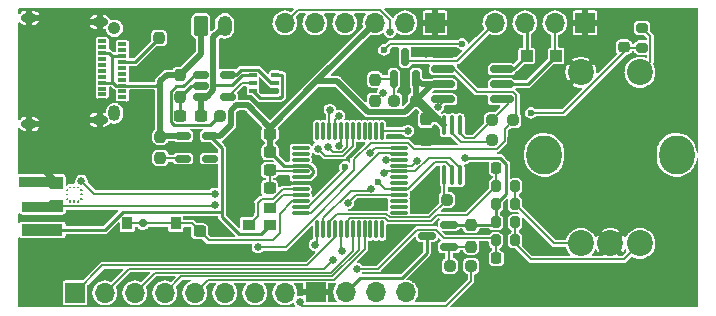
<source format=gbr>
%TF.GenerationSoftware,KiCad,Pcbnew,6.0.2-378541a8eb~116~ubuntu20.04.1*%
%TF.CreationDate,2022-02-24T19:36:17+01:00*%
%TF.ProjectId,Scale,5363616c-652e-46b6-9963-61645f706362,rev?*%
%TF.SameCoordinates,Original*%
%TF.FileFunction,Copper,L1,Top*%
%TF.FilePolarity,Positive*%
%FSLAX46Y46*%
G04 Gerber Fmt 4.6, Leading zero omitted, Abs format (unit mm)*
G04 Created by KiCad (PCBNEW 6.0.2-378541a8eb~116~ubuntu20.04.1) date 2022-02-24 19:36:17*
%MOMM*%
%LPD*%
G01*
G04 APERTURE LIST*
G04 Aperture macros list*
%AMRoundRect*
0 Rectangle with rounded corners*
0 $1 Rounding radius*
0 $2 $3 $4 $5 $6 $7 $8 $9 X,Y pos of 4 corners*
0 Add a 4 corners polygon primitive as box body*
4,1,4,$2,$3,$4,$5,$6,$7,$8,$9,$2,$3,0*
0 Add four circle primitives for the rounded corners*
1,1,$1+$1,$2,$3*
1,1,$1+$1,$4,$5*
1,1,$1+$1,$6,$7*
1,1,$1+$1,$8,$9*
0 Add four rect primitives between the rounded corners*
20,1,$1+$1,$2,$3,$4,$5,0*
20,1,$1+$1,$4,$5,$6,$7,0*
20,1,$1+$1,$6,$7,$8,$9,0*
20,1,$1+$1,$8,$9,$2,$3,0*%
%AMFreePoly0*
4,1,14,0.500000,-0.520000,0.480000,-0.540000,0.440000,-0.590000,0.400000,-0.650000,0.370000,-0.700000,0.350000,-0.750000,0.330000,-0.810000,0.310000,-0.890000,0.300000,-1.000000,0.300000,-3.200000,-0.500000,-3.200000,-0.500000,0.500000,0.500000,0.500000,0.500000,-0.520000,0.500000,-0.520000,$1*%
%AMFreePoly1*
4,1,14,0.500000,-3.000000,-0.300000,-3.000000,-0.300000,-1.000000,-0.310000,-0.890000,-0.330000,-0.810000,-0.350000,-0.750000,-0.370000,-0.700000,-0.400000,-0.650000,-0.440000,-0.590000,-0.480000,-0.540000,-0.500000,-0.520000,-0.500000,0.500000,0.500000,0.500000,0.500000,-3.000000,0.500000,-3.000000,$1*%
G04 Aperture macros list end*
%TA.AperFunction,EtchedComponent*%
%ADD10C,0.150000*%
%TD*%
%TA.AperFunction,SMDPad,CuDef*%
%ADD11FreePoly0,270.000000*%
%TD*%
%TA.AperFunction,SMDPad,CuDef*%
%ADD12FreePoly1,270.000000*%
%TD*%
%TA.AperFunction,SMDPad,CuDef*%
%ADD13R,3.500000X1.000000*%
%TD*%
%TA.AperFunction,ComponentPad*%
%ADD14O,1.050000X1.350000*%
%TD*%
%TA.AperFunction,ComponentPad*%
%ADD15C,1.050000*%
%TD*%
%TA.AperFunction,SMDPad,CuDef*%
%ADD16R,0.700000X0.300000*%
%TD*%
%TA.AperFunction,ComponentPad*%
%ADD17O,1.400000X0.800000*%
%TD*%
%TA.AperFunction,ComponentPad*%
%ADD18O,3.000000X3.300000*%
%TD*%
%TA.AperFunction,ComponentPad*%
%ADD19C,2.200000*%
%TD*%
%TA.AperFunction,ComponentPad*%
%ADD20R,1.700000X1.700000*%
%TD*%
%TA.AperFunction,ComponentPad*%
%ADD21O,1.700000X1.700000*%
%TD*%
%TA.AperFunction,SMDPad,CuDef*%
%ADD22R,1.050000X0.950000*%
%TD*%
%TA.AperFunction,SMDPad,CuDef*%
%ADD23RoundRect,0.075000X-0.662500X-0.075000X0.662500X-0.075000X0.662500X0.075000X-0.662500X0.075000X0*%
%TD*%
%TA.AperFunction,SMDPad,CuDef*%
%ADD24RoundRect,0.075000X-0.075000X-0.662500X0.075000X-0.662500X0.075000X0.662500X-0.075000X0.662500X0*%
%TD*%
%TA.AperFunction,SMDPad,CuDef*%
%ADD25RoundRect,0.237500X0.250000X0.237500X-0.250000X0.237500X-0.250000X-0.237500X0.250000X-0.237500X0*%
%TD*%
%TA.AperFunction,SMDPad,CuDef*%
%ADD26RoundRect,0.237500X0.300000X0.237500X-0.300000X0.237500X-0.300000X-0.237500X0.300000X-0.237500X0*%
%TD*%
%TA.AperFunction,SMDPad,CuDef*%
%ADD27RoundRect,0.237500X-0.237500X0.250000X-0.237500X-0.250000X0.237500X-0.250000X0.237500X0.250000X0*%
%TD*%
%TA.AperFunction,SMDPad,CuDef*%
%ADD28RoundRect,0.200000X-0.200000X-0.275000X0.200000X-0.275000X0.200000X0.275000X-0.200000X0.275000X0*%
%TD*%
%TA.AperFunction,SMDPad,CuDef*%
%ADD29RoundRect,0.237500X-0.250000X-0.237500X0.250000X-0.237500X0.250000X0.237500X-0.250000X0.237500X0*%
%TD*%
%TA.AperFunction,SMDPad,CuDef*%
%ADD30RoundRect,0.200000X-0.275000X0.200000X-0.275000X-0.200000X0.275000X-0.200000X0.275000X0.200000X0*%
%TD*%
%TA.AperFunction,SMDPad,CuDef*%
%ADD31RoundRect,0.100000X0.100000X-0.712500X0.100000X0.712500X-0.100000X0.712500X-0.100000X-0.712500X0*%
%TD*%
%TA.AperFunction,SMDPad,CuDef*%
%ADD32RoundRect,0.150000X0.150000X-0.587500X0.150000X0.587500X-0.150000X0.587500X-0.150000X-0.587500X0*%
%TD*%
%TA.AperFunction,SMDPad,CuDef*%
%ADD33RoundRect,0.200000X0.200000X0.275000X-0.200000X0.275000X-0.200000X-0.275000X0.200000X-0.275000X0*%
%TD*%
%TA.AperFunction,SMDPad,CuDef*%
%ADD34RoundRect,0.150000X0.825000X0.150000X-0.825000X0.150000X-0.825000X-0.150000X0.825000X-0.150000X0*%
%TD*%
%TA.AperFunction,SMDPad,CuDef*%
%ADD35RoundRect,0.237500X-0.300000X-0.237500X0.300000X-0.237500X0.300000X0.237500X-0.300000X0.237500X0*%
%TD*%
%TA.AperFunction,SMDPad,CuDef*%
%ADD36R,0.900000X1.000000*%
%TD*%
%TA.AperFunction,SMDPad,CuDef*%
%ADD37RoundRect,0.150000X-0.512500X-0.150000X0.512500X-0.150000X0.512500X0.150000X-0.512500X0.150000X0*%
%TD*%
%TA.AperFunction,SMDPad,CuDef*%
%ADD38R,0.650000X0.400000*%
%TD*%
%TA.AperFunction,ComponentPad*%
%ADD39RoundRect,0.250000X-0.350000X-0.625000X0.350000X-0.625000X0.350000X0.625000X-0.350000X0.625000X0*%
%TD*%
%TA.AperFunction,ComponentPad*%
%ADD40O,1.200000X1.750000*%
%TD*%
%TA.AperFunction,SMDPad,CuDef*%
%ADD41RoundRect,0.237500X-0.237500X0.300000X-0.237500X-0.300000X0.237500X-0.300000X0.237500X0.300000X0*%
%TD*%
%TA.AperFunction,SMDPad,CuDef*%
%ADD42RoundRect,0.225000X-0.225000X-0.250000X0.225000X-0.250000X0.225000X0.250000X-0.225000X0.250000X0*%
%TD*%
%TA.AperFunction,SMDPad,CuDef*%
%ADD43RoundRect,0.237500X0.237500X-0.250000X0.237500X0.250000X-0.237500X0.250000X-0.237500X-0.250000X0*%
%TD*%
%TA.AperFunction,SMDPad,CuDef*%
%ADD44RoundRect,0.225000X0.250000X-0.225000X0.250000X0.225000X-0.250000X0.225000X-0.250000X-0.225000X0*%
%TD*%
%TA.AperFunction,SMDPad,CuDef*%
%ADD45R,1.000000X1.000000*%
%TD*%
%TA.AperFunction,SMDPad,CuDef*%
%ADD46RoundRect,0.150000X0.587500X0.150000X-0.587500X0.150000X-0.587500X-0.150000X0.587500X-0.150000X0*%
%TD*%
%TA.AperFunction,ViaPad*%
%ADD47C,0.700000*%
%TD*%
%TA.AperFunction,ViaPad*%
%ADD48C,0.650000*%
%TD*%
%TA.AperFunction,ViaPad*%
%ADD49C,0.800000*%
%TD*%
%TA.AperFunction,ViaPad*%
%ADD50C,0.600000*%
%TD*%
%TA.AperFunction,Conductor*%
%ADD51C,0.250000*%
%TD*%
%TA.AperFunction,Conductor*%
%ADD52C,0.500000*%
%TD*%
%TA.AperFunction,Conductor*%
%ADD53C,0.200000*%
%TD*%
%TA.AperFunction,Conductor*%
%ADD54C,0.150000*%
%TD*%
G04 APERTURE END LIST*
D10*
%TO.C,J2*%
X101550000Y-63386000D02*
X101550000Y-63436000D01*
X102150000Y-63136000D02*
X102200000Y-63136000D01*
X101900000Y-63386000D02*
X101900000Y-63436000D01*
X100950000Y-62786000D02*
X100900000Y-62786000D01*
X101200000Y-62186000D02*
X101200000Y-62136000D01*
X102150000Y-62786000D02*
X102200000Y-62786000D01*
X102150000Y-62436000D02*
X102200000Y-62436000D01*
X101550000Y-62186000D02*
X101550000Y-62136000D01*
X101200000Y-63386000D02*
X101200000Y-63436000D01*
X100950000Y-63136000D02*
X100900000Y-63136000D01*
X101900000Y-62186000D02*
X101900000Y-62136000D01*
X100950000Y-62436000D02*
X100900000Y-62436000D01*
G36*
X101275000Y-63411000D02*
G01*
X101125000Y-63411000D01*
X101125000Y-63286000D01*
X101275000Y-63286000D01*
X101275000Y-63411000D01*
G37*
G36*
X101625000Y-63411000D02*
G01*
X101475000Y-63411000D01*
X101475000Y-63286000D01*
X101625000Y-63286000D01*
X101625000Y-63411000D01*
G37*
G36*
X101050000Y-63211000D02*
G01*
X100925000Y-63211000D01*
X100925000Y-63061000D01*
X101050000Y-63061000D01*
X101050000Y-63211000D01*
G37*
G36*
X101975000Y-63411000D02*
G01*
X101825000Y-63411000D01*
X101825000Y-63286000D01*
X101975000Y-63286000D01*
X101975000Y-63411000D01*
G37*
G36*
X101625000Y-62286000D02*
G01*
X101475000Y-62286000D01*
X101475000Y-62161000D01*
X101625000Y-62161000D01*
X101625000Y-62286000D01*
G37*
G36*
X101975000Y-62286000D02*
G01*
X101825000Y-62286000D01*
X101825000Y-62161000D01*
X101975000Y-62161000D01*
X101975000Y-62286000D01*
G37*
G36*
X101050000Y-62861000D02*
G01*
X100925000Y-62861000D01*
X100925000Y-62711000D01*
X101050000Y-62711000D01*
X101050000Y-62861000D01*
G37*
G36*
X102175000Y-62511000D02*
G01*
X102050000Y-62511000D01*
X102050000Y-62361000D01*
X102175000Y-62361000D01*
X102175000Y-62511000D01*
G37*
G36*
X101050000Y-62511000D02*
G01*
X100925000Y-62511000D01*
X100925000Y-62361000D01*
X101050000Y-62361000D01*
X101050000Y-62511000D01*
G37*
G36*
X102175000Y-63211000D02*
G01*
X102050000Y-63211000D01*
X102050000Y-63061000D01*
X102175000Y-63061000D01*
X102175000Y-63211000D01*
G37*
G36*
X101275000Y-62286000D02*
G01*
X101125000Y-62286000D01*
X101125000Y-62161000D01*
X101275000Y-62161000D01*
X101275000Y-62286000D01*
G37*
G36*
X102175000Y-62861000D02*
G01*
X102050000Y-62861000D01*
X102050000Y-62711000D01*
X102175000Y-62711000D01*
X102175000Y-62861000D01*
G37*
%TD*%
D11*
%TO.P,J2,1,GND*%
%TO.N,GND*%
X100100000Y-61786000D03*
D12*
%TO.P,J2,2,SWDIO/TMS*%
%TO.N,/MCU/SWDIO*%
X100100000Y-63786000D03*
D13*
%TO.P,J2,5,Vref*%
%TO.N,+3V3*%
X98850000Y-65786000D03*
%TD*%
D14*
%TO.P,J6,*%
%TO.N,*%
X104944000Y-55924000D03*
D15*
X104944000Y-48724000D03*
D16*
%TO.P,J6,A1,GND*%
%TO.N,GND*%
X105604000Y-49574000D03*
%TO.P,J6,A2,TX1+*%
%TO.N,unconnected-(J6-PadA2)*%
X105604000Y-50074000D03*
%TO.P,J6,A3,TX1-*%
%TO.N,unconnected-(J6-PadA3)*%
X105604000Y-50574000D03*
%TO.P,J6,A4,VBUS*%
%TO.N,+BATT*%
X105604000Y-51074000D03*
%TO.P,J6,A5,CC1*%
%TO.N,Net-(J6-PadA5)*%
X105604000Y-51574000D03*
%TO.P,J6,A6,D+*%
%TO.N,unconnected-(J6-PadA6)*%
X105604000Y-52074000D03*
%TO.P,J6,A7,D-*%
%TO.N,unconnected-(J6-PadA7)*%
X105604000Y-52574000D03*
%TO.P,J6,A8,SBU1*%
%TO.N,unconnected-(J6-PadA8)*%
X105604000Y-53074000D03*
%TO.P,J6,A9,VBUS*%
%TO.N,+BATT*%
X105604000Y-53574000D03*
%TO.P,J6,A10,RX2-*%
%TO.N,unconnected-(J6-PadA10)*%
X105604000Y-54074000D03*
%TO.P,J6,A11,RX2+*%
%TO.N,unconnected-(J6-PadA11)*%
X105604000Y-54574000D03*
%TO.P,J6,A12,GND*%
%TO.N,GND*%
X105604000Y-55074000D03*
%TO.P,J6,B1,GND*%
X103904000Y-54824000D03*
%TO.P,J6,B2,TX2+*%
%TO.N,unconnected-(J6-PadB2)*%
X103904000Y-54324000D03*
%TO.P,J6,B3,TX2-*%
%TO.N,unconnected-(J6-PadB3)*%
X103904000Y-53824000D03*
%TO.P,J6,B4,VBUS*%
%TO.N,+BATT*%
X103904000Y-53324000D03*
%TO.P,J6,B5,CC2*%
%TO.N,unconnected-(J6-PadB5)*%
X103904000Y-52824000D03*
%TO.P,J6,B6,D+*%
%TO.N,unconnected-(J6-PadB6)*%
X103904000Y-52324000D03*
%TO.P,J6,B7,D-*%
%TO.N,unconnected-(J6-PadB7)*%
X103904000Y-51824000D03*
%TO.P,J6,B8,SBU2*%
%TO.N,unconnected-(J6-PadB8)*%
X103904000Y-51324000D03*
%TO.P,J6,B9,VBUS*%
%TO.N,+BATT*%
X103904000Y-50824000D03*
%TO.P,J6,B10,RX1-*%
%TO.N,unconnected-(J6-PadB10)*%
X103904000Y-50324000D03*
%TO.P,J6,B11,RX1+*%
%TO.N,unconnected-(J6-PadB11)*%
X103904000Y-49824000D03*
%TO.P,J6,B12,GND*%
%TO.N,GND*%
X103904000Y-49324000D03*
D17*
%TO.P,J6,S1,SHIELD*%
X103694000Y-56454000D03*
X103694000Y-48194000D03*
X97744000Y-47834000D03*
X97744000Y-56814000D03*
%TD*%
D18*
%TO.P,SW2,*%
%TO.N,*%
X152539000Y-59440000D03*
X141339000Y-59440000D03*
D19*
%TO.P,SW2,A,A*%
%TO.N,Net-(R6-Pad2)*%
X149439000Y-66940000D03*
%TO.P,SW2,B,B*%
%TO.N,Net-(R4-Pad1)*%
X144439000Y-66940000D03*
%TO.P,SW2,C,C*%
%TO.N,GND*%
X146939000Y-66940000D03*
%TO.P,SW2,S1,S1*%
%TO.N,Net-(R7-Pad1)*%
X149439000Y-52440000D03*
%TO.P,SW2,S2,S2*%
%TO.N,GND*%
X144439000Y-52440000D03*
%TD*%
D20*
%TO.P,J3,1,Pin_1*%
%TO.N,GND*%
X121980000Y-71076000D03*
D21*
%TO.P,J3,2,Pin_2*%
%TO.N,/Display/DISPLAY_POWER*%
X124520000Y-71076000D03*
%TO.P,J3,3,Pin_3*%
%TO.N,/I2C_SCL*%
X127060000Y-71076000D03*
%TO.P,J3,4,Pin_4*%
%TO.N,/I2C_SDA*%
X129600000Y-71076000D03*
%TD*%
D22*
%TO.P,X1,1,INH*%
%TO.N,/MCU/OSC_EN*%
X118146000Y-63918000D03*
%TO.P,X1,2,GND*%
%TO.N,GND*%
X116296000Y-63918000D03*
%TO.P,X1,3,CLK*%
%TO.N,/MCU/OSC_CLK*%
X116296000Y-65368000D03*
%TO.P,X1,4,VCC*%
%TO.N,+3V3*%
X118146000Y-65368000D03*
%TD*%
D23*
%TO.P,U1,1,PC13/RTC_OUT_ALARM/RTC_OUT_CALIB/RTC_TAMP_IN1/RTC_TS/SYS_WKUP2/TIM1_BK*%
%TO.N,unconnected-(U1-Pad1)*%
X120705000Y-58845000D03*
%TO.P,U1,2,PC14-OSC32_IN(PC14)/RCC_OSC32_IN/TIM1_BK2*%
%TO.N,unconnected-(U1-Pad2)*%
X120705000Y-59345000D03*
%TO.P,U1,3,PC15-OSC32_OUT(PC15)/RCC_OSC32_EN/RCC_OSC32_OUT/RCC_OSC_EN/TIM15_BK*%
%TO.N,unconnected-(U1-Pad3)*%
X120705000Y-59845000D03*
%TO.P,U1,4,VBAT*%
%TO.N,+3V3*%
X120705000Y-60345000D03*
%TO.P,U1,5,VREF+*%
%TO.N,/MCU/MCU_VREF*%
X120705000Y-60845000D03*
%TO.P,U1,6,VDD*%
%TO.N,+3V3*%
X120705000Y-61345000D03*
%TO.P,U1,7,VSS*%
%TO.N,GND*%
X120705000Y-61845000D03*
%TO.P,U1,8,PF0-OSC_IN(PF0)/RCC_OSC_IN/TIM14_CH1*%
%TO.N,/MCU/OSC_CLK*%
X120705000Y-62345000D03*
%TO.P,U1,9,PF1-OSC_OUT(PF1)/RCC_OSC_EN/RCC_OSC_OUT/TIM15_CH1N*%
%TO.N,/MCU/OSC_EN*%
X120705000Y-62845000D03*
%TO.P,U1,10,NRST*%
%TO.N,/MCU/~{RESET}*%
X120705000Y-63345000D03*
%TO.P,U1,11,PA0/ADC1_IN0/RTC_TAMP_IN2/SPI2_SCK/SYS_WKUP1/USART2_CTS/USART2_NSS/USART4_TX*%
%TO.N,/Encoder/ENCODER_BUTTON*%
X120705000Y-63845000D03*
%TO.P,U1,12,PA1/ADC1_IN1/I2C1_SMBA/I2S1_CK/SPI1_SCK/TIM15_CH1N/USART2_CK/USART2_DE/USART2_RTS/USART4_RX*%
%TO.N,/Instrumentation Amplifier/INA_OUT*%
X120705000Y-64345000D03*
D24*
%TO.P,U1,13,PA2/ADC1_IN2/I2S1_SD/RCC_LSCO/SPI1_MOSI/SYS_WKUP4/TIM15_CH1/USART2_TX*%
%TO.N,/MCU/DISPLAY_ENABLE*%
X122117500Y-65757500D03*
%TO.P,U1,14,PA3/ADC1_IN3/SPI2_MISO/TIM15_CH2/USART2_RX*%
%TO.N,/MCU/BRIDGE_ENABLE*%
X122617500Y-65757500D03*
%TO.P,U1,15,PA4/ADC1_IN4/I2S1_WS/RTC_OUT_ALARM/RTC_OUT_CALIB/SPI1_NSS/SPI2_MOSI/TIM14_CH1*%
%TO.N,/Instrumentation Amplifier/DPOT_HVC_A0*%
X123117500Y-65757500D03*
%TO.P,U1,16,PA5/ADC1_IN5/I2S1_CK/SPI1_SCK/USART3_TX*%
%TO.N,/MCU/GPIO_PA5*%
X123617500Y-65757500D03*
%TO.P,U1,17,PA6/ADC1_IN6/I2S1_MCK/SPI1_MISO/TIM16_CH1/TIM1_BK/TIM3_CH1/USART3_CTS/USART3_NSS*%
%TO.N,/Encoder/ENCODER_A*%
X124117500Y-65757500D03*
%TO.P,U1,18,PA7/ADC1_IN7/I2S1_SD/SPI1_MOSI/TIM14_CH1/TIM17_CH1/TIM1_CH1N/TIM3_CH2*%
%TO.N,/Encoder/ENCODER_B*%
X124617500Y-65757500D03*
%TO.P,U1,19,PB0/ADC1_IN8/I2S1_WS/SPI1_NSS/TIM1_CH2N/TIM3_CH3/USART3_RX*%
%TO.N,/MCU/GPIO_PB0*%
X125117500Y-65757500D03*
%TO.P,U1,20,PB1/ADC1_IN9/TIM14_CH1/TIM1_CH3N/TIM3_CH4/USART3_CK/USART3_DE/USART3_RTS*%
%TO.N,/MCU/GPIO_PB1*%
X125617500Y-65757500D03*
%TO.P,U1,21,PB2/ADC1_IN10/SPI2_MISO/USART3_TX*%
%TO.N,/MCU/GPIO_PB2*%
X126117500Y-65757500D03*
%TO.P,U1,22,PB10/ADC1_IN11/I2C2_SCL/SPI2_SCK/USART3_TX*%
%TO.N,unconnected-(U1-Pad22)*%
X126617500Y-65757500D03*
%TO.P,U1,23,PB11/ADC1_EXTI11/ADC1_IN15/I2C2_SDA/SPI2_MOSI/USART3_RX*%
%TO.N,unconnected-(U1-Pad23)*%
X127117500Y-65757500D03*
%TO.P,U1,24,PB12/ADC1_IN16/SPI2_NSS/TIM15_BK/TIM1_BK*%
%TO.N,unconnected-(U1-Pad24)*%
X127617500Y-65757500D03*
D23*
%TO.P,U1,25,PB13/I2C2_SCL/SPI2_SCK/TIM15_CH1N/TIM1_CH1N/USART3_CTS/USART3_NSS*%
%TO.N,unconnected-(U1-Pad25)*%
X129030000Y-64345000D03*
%TO.P,U1,26,PB14/I2C2_SDA/SPI2_MISO/TIM15_CH1/TIM1_CH2N/USART3_CK/USART3_DE/USART3_RTS*%
%TO.N,unconnected-(U1-Pad26)*%
X129030000Y-63845000D03*
%TO.P,U1,27,PB15/RTC_REFIN/SPI2_MOSI/TIM15_CH1N/TIM15_CH2/TIM1_CH3N*%
%TO.N,unconnected-(U1-Pad27)*%
X129030000Y-63345000D03*
%TO.P,U1,28,PA8/RCC_MCO/SPI2_NSS/TIM1_CH1*%
%TO.N,/MCU/GPIO_PA8*%
X129030000Y-62845000D03*
%TO.P,U1,29,PA9/I2C1_SCL/RCC_MCO/SPI2_MISO/TIM15_BK/TIM1_CH2/USART1_TX/NC*%
%TO.N,/I2C_SCL*%
X129030000Y-62345000D03*
%TO.P,U1,30,PC6/TIM3_CH1*%
%TO.N,unconnected-(U1-Pad30)*%
X129030000Y-61845000D03*
%TO.P,U1,31,PC7/TIM3_CH2*%
%TO.N,unconnected-(U1-Pad31)*%
X129030000Y-61345000D03*
%TO.P,U1,32,PA10/I2C1_SDA/SPI2_MOSI/TIM17_BK/TIM1_CH3/USART1_RX/NC*%
%TO.N,/I2C_SDA*%
X129030000Y-60845000D03*
%TO.P,U1,33,PA11[PA9]/ADC1_EXTI11/I2C2_SCL/I2S1_MCK/SPI1_MISO/TIM1_BK2/TIM1_CH4/USART1_CTS/USART1_NSS/PA9[PA11]/I2C1_SCL/RCC_MCO/SPI2_MISO/TIM15_BK/TIM1_CH2/USART1_TX*%
%TO.N,/MCU/USART_CTS*%
X129030000Y-60345000D03*
%TO.P,U1,34,PA12[PA10]/I2C2_SDA/I2S1_SD/I2S_CKIN/SPI1_MOSI/TIM1_ETR/USART1_CK/USART1_DE/USART1_RTS/PA10[PA12]/I2C1_SDA/SPI2_MOSI/TIM17_BK/TIM1_CH3/USART1_RX*%
%TO.N,/MCU/USART_RTS*%
X129030000Y-59845000D03*
%TO.P,U1,35,PA13/IR_OUT/SYS_SWDIO*%
%TO.N,/MCU/SWDIO*%
X129030000Y-59345000D03*
%TO.P,U1,36,PA14-BOOT0/SYS_SWCLK/USART2_TX*%
%TO.N,/MCU/SWDCLK*%
X129030000Y-58845000D03*
D24*
%TO.P,U1,37,PA15/I2S1_WS/SPI1_NSS/USART2_RX/USART3_CK/USART3_DE/USART3_RTS/USART4_CK/USART4_DE/USART4_RTS*%
%TO.N,/Instrumentation Amplifier/INA_ENABLE*%
X127617500Y-57432500D03*
%TO.P,U1,38,PD0/SPI2_NSS/TIM16_CH1*%
%TO.N,unconnected-(U1-Pad38)*%
X127117500Y-57432500D03*
%TO.P,U1,39,PD1/SPI2_SCK/TIM17_CH1*%
%TO.N,unconnected-(U1-Pad39)*%
X126617500Y-57432500D03*
%TO.P,U1,40,PD2/TIM1_CH1N/TIM3_ETR/USART3_CK/USART3_DE/USART3_RTS*%
%TO.N,unconnected-(U1-Pad40)*%
X126117500Y-57432500D03*
%TO.P,U1,41,PD3/SPI2_MISO/TIM1_CH2N/USART2_CTS/USART2_NSS*%
%TO.N,unconnected-(U1-Pad41)*%
X125617500Y-57432500D03*
%TO.P,U1,42,PB3/I2S1_CK/SPI1_SCK/TIM1_CH2/USART1_CK/USART1_DE/USART1_RTS*%
%TO.N,/MCU/GPIO_PB3*%
X125117500Y-57432500D03*
%TO.P,U1,43,PB4/I2S1_MCK/SPI1_MISO/TIM17_BK/TIM3_CH1/USART1_CTS/USART1_NSS*%
%TO.N,/MCU/GPIO_PB4*%
X124617500Y-57432500D03*
%TO.P,U1,44,PB5/I2C1_SMBA/I2S1_SD/SPI1_MOSI/SYS_WKUP6/TIM16_BK/TIM3_CH2*%
%TO.N,/MCU/GPIO_PB5*%
X124117500Y-57432500D03*
%TO.P,U1,45,PB6/I2C1_SCL/SPI2_MISO/TIM16_CH1N/TIM1_CH3/USART1_TX*%
%TO.N,/MCU/USART_TX*%
X123617500Y-57432500D03*
%TO.P,U1,46,PB7/I2C1_SDA/SPI2_MOSI/TIM17_CH1N/USART1_RX/USART4_CTS/USART4_NSS*%
%TO.N,/MCU/USART_RX*%
X123117500Y-57432500D03*
%TO.P,U1,47,PB8/I2C1_SCL/SPI2_SCK/TIM15_BK/TIM16_CH1/USART3_TX*%
%TO.N,unconnected-(U1-Pad47)*%
X122617500Y-57432500D03*
%TO.P,U1,48,PB9/I2C1_SDA/IR_OUT/SPI2_NSS/TIM17_CH1/USART3_RX*%
%TO.N,unconnected-(U1-Pad48)*%
X122117500Y-57432500D03*
%TD*%
D25*
%TO.P,R14,1*%
%TO.N,GND*%
X115720500Y-56134000D03*
%TO.P,R14,2*%
%TO.N,Net-(R14-Pad2)*%
X113895500Y-56134000D03*
%TD*%
D20*
%TO.P,J5,1,Pin_1*%
%TO.N,GND*%
X132080000Y-48260000D03*
D21*
%TO.P,J5,2,Pin_2*%
%TO.N,/MCU/USART_CTS*%
X129540000Y-48260000D03*
%TO.P,J5,3,Pin_3*%
%TO.N,+3V3*%
X127000000Y-48260000D03*
%TO.P,J5,4,Pin_4*%
%TO.N,/MCU/USART_TX*%
X124460000Y-48260000D03*
%TO.P,J5,5,Pin_5*%
%TO.N,/MCU/USART_RX*%
X121920000Y-48260000D03*
%TO.P,J5,6,Pin_6*%
%TO.N,/MCU/USART_RTS*%
X119380000Y-48260000D03*
%TD*%
D26*
%TO.P,C2,1*%
%TO.N,+3V3*%
X118110000Y-57658000D03*
%TO.P,C2,2*%
%TO.N,GND*%
X116385000Y-57658000D03*
%TD*%
D27*
%TO.P,R12,1*%
%TO.N,+3V3*%
X135128000Y-65381500D03*
%TO.P,R12,2*%
%TO.N,Net-(Q1-Pad1)*%
X135128000Y-67206500D03*
%TD*%
D25*
%TO.P,R13,1*%
%TO.N,+3V3*%
X130452500Y-54864000D03*
%TO.P,R13,2*%
%TO.N,Net-(Q2-Pad1)*%
X128627500Y-54864000D03*
%TD*%
%TO.P,R1,1*%
%TO.N,/Instrumentation Amplifier/INA_OUT*%
X138707500Y-56515000D03*
%TO.P,R1,2*%
%TO.N,Net-(R1-Pad2)*%
X136882500Y-56515000D03*
%TD*%
D28*
%TO.P,R5,1*%
%TO.N,+3V3*%
X137224000Y-63627000D03*
%TO.P,R5,2*%
%TO.N,Net-(R4-Pad1)*%
X138874000Y-63627000D03*
%TD*%
D29*
%TO.P,R9,1*%
%TO.N,Net-(Q1-Pad1)*%
X133326500Y-68834000D03*
%TO.P,R9,2*%
%TO.N,/MCU/DISPLAY_ENABLE*%
X135151500Y-68834000D03*
%TD*%
D27*
%TO.P,R15,1*%
%TO.N,+BATT*%
X108839000Y-57888500D03*
%TO.P,R15,2*%
%TO.N,Net-(R15-Pad2)*%
X108839000Y-59713500D03*
%TD*%
D30*
%TO.P,R7,1*%
%TO.N,Net-(R7-Pad1)*%
X149606000Y-48705000D03*
%TO.P,R7,2*%
%TO.N,/Encoder/ENCODER_BUTTON*%
X149606000Y-50355000D03*
%TD*%
D29*
%TO.P,R2,1*%
%TO.N,/Instrumentation Amplifier/DPOT_HVC_A0*%
X133072500Y-63246000D03*
%TO.P,R2,2*%
%TO.N,GND*%
X134897500Y-63246000D03*
%TD*%
D31*
%TO.P,U4,1,HVC/A0*%
%TO.N,/Instrumentation Amplifier/DPOT_HVC_A0*%
X132883000Y-61167500D03*
%TO.P,U4,2,SCL*%
%TO.N,/I2C_SCL*%
X133533000Y-61167500D03*
%TO.P,U4,3,SDA*%
%TO.N,/I2C_SDA*%
X134183000Y-61167500D03*
%TO.P,U4,4,V_{SS}*%
%TO.N,GND*%
X134833000Y-61167500D03*
%TO.P,U4,5,P0W*%
X134833000Y-56942500D03*
%TO.P,U4,6,P0B*%
%TO.N,Net-(R1-Pad2)*%
X134183000Y-56942500D03*
%TO.P,U4,7,A1*%
%TO.N,Net-(R3-Pad1)*%
X133533000Y-56942500D03*
%TO.P,U4,8,V_{DD}*%
%TO.N,+3V3*%
X132883000Y-56942500D03*
%TD*%
D32*
%TO.P,Q2,1,G*%
%TO.N,Net-(Q2-Pad1)*%
X128590000Y-53007500D03*
%TO.P,Q2,2,S*%
%TO.N,+3V3*%
X130490000Y-53007500D03*
%TO.P,Q2,3,D*%
%TO.N,/Power/BRIDGE_POWER*%
X129540000Y-51132500D03*
%TD*%
D33*
%TO.P,R4,1*%
%TO.N,Net-(R4-Pad1)*%
X138874000Y-62103000D03*
%TO.P,R4,2*%
%TO.N,/Encoder/ENCODER_B*%
X137224000Y-62103000D03*
%TD*%
D27*
%TO.P,R10,1*%
%TO.N,Net-(Q2-Pad1)*%
X127000000Y-53062500D03*
%TO.P,R10,2*%
%TO.N,/MCU/BRIDGE_ENABLE*%
X127000000Y-54887500D03*
%TD*%
D34*
%TO.P,U3,1,V_{FG}*%
%TO.N,Net-(R1-Pad2)*%
X137730000Y-54737000D03*
%TO.P,U3,2,-*%
%TO.N,/Instrumentation Amplifier/BRIDGE_A*%
X137730000Y-53467000D03*
%TO.P,U3,3,+*%
%TO.N,/Instrumentation Amplifier/BRIDGE_B*%
X137730000Y-52197000D03*
%TO.P,U3,4,Vs-*%
%TO.N,GND*%
X137730000Y-50927000D03*
%TO.P,U3,5,V_{REF}*%
X132780000Y-50927000D03*
%TO.P,U3,6*%
%TO.N,/Instrumentation Amplifier/INA_OUT*%
X132780000Y-52197000D03*
%TO.P,U3,7,Vs+*%
%TO.N,+3V3*%
X132780000Y-53467000D03*
%TO.P,U3,8,EN/~{CAL}*%
%TO.N,/Instrumentation Amplifier/INA_ENABLE*%
X132780000Y-54737000D03*
%TD*%
D28*
%TO.P,R6,1*%
%TO.N,+3V3*%
X137224000Y-65151000D03*
%TO.P,R6,2*%
%TO.N,Net-(R6-Pad2)*%
X138874000Y-65151000D03*
%TD*%
D35*
%TO.P,C7,1*%
%TO.N,Net-(C7-Pad1)*%
X110516500Y-56134000D03*
%TO.P,C7,2*%
%TO.N,-BATT*%
X112241500Y-56134000D03*
%TD*%
D36*
%TO.P,SW1,1,1*%
%TO.N,/MCU/~{RESET}*%
X110127000Y-65240000D03*
X106027000Y-65240000D03*
%TO.P,SW1,2,2*%
%TO.N,GND*%
X110127000Y-66840000D03*
X106027000Y-66840000D03*
%TD*%
D37*
%TO.P,U6,1,VIN*%
%TO.N,+BATT*%
X110749500Y-57851000D03*
%TO.P,U6,2,GND*%
%TO.N,GND*%
X110749500Y-58801000D03*
%TO.P,U6,3,EN*%
%TO.N,Net-(R15-Pad2)*%
X110749500Y-59751000D03*
%TO.P,U6,4,NC*%
%TO.N,unconnected-(U6-Pad4)*%
X113024500Y-59751000D03*
%TO.P,U6,5,VOUT*%
%TO.N,+3V3*%
X113024500Y-57851000D03*
%TD*%
%TO.P,U5,1,VM*%
%TO.N,Net-(R14-Pad2)*%
X112258500Y-52660000D03*
%TO.P,U5,2,VDD*%
%TO.N,Net-(C7-Pad1)*%
X112258500Y-53610000D03*
%TO.P,U5,3,VSS*%
%TO.N,-BATT*%
X112258500Y-54560000D03*
%TO.P,U5,4,DO*%
%TO.N,Net-(Q3-Pad2)*%
X114533500Y-54560000D03*
%TO.P,U5,5,CO*%
%TO.N,Net-(Q3-Pad5)*%
X114533500Y-52660000D03*
%TD*%
D35*
%TO.P,C5,1*%
%TO.N,/MCU/~{RESET}*%
X112167500Y-65913000D03*
%TO.P,C5,2*%
%TO.N,GND*%
X113892500Y-65913000D03*
%TD*%
D38*
%TO.P,Q3,1,S*%
%TO.N,-BATT*%
X116652000Y-52690000D03*
%TO.P,Q3,2,G*%
%TO.N,Net-(Q3-Pad2)*%
X116652000Y-53340000D03*
%TO.P,Q3,3,D*%
%TO.N,Net-(Q3-Pad3)*%
X116652000Y-53990000D03*
%TO.P,Q3,4,S*%
%TO.N,GND*%
X118552000Y-53990000D03*
%TO.P,Q3,5,G*%
%TO.N,Net-(Q3-Pad5)*%
X118552000Y-53340000D03*
%TO.P,Q3,6,D*%
%TO.N,Net-(Q3-Pad3)*%
X118552000Y-52690000D03*
%TD*%
D29*
%TO.P,R3,1*%
%TO.N,Net-(R3-Pad1)*%
X136882500Y-58166000D03*
%TO.P,R3,2*%
%TO.N,GND*%
X138707500Y-58166000D03*
%TD*%
D39*
%TO.P,BT1,1,+*%
%TO.N,+BATT*%
X112268000Y-48514000D03*
D40*
%TO.P,BT1,2,-*%
%TO.N,-BATT*%
X114268000Y-48514000D03*
%TD*%
D20*
%TO.P,J4,1,Pin_1*%
%TO.N,/MCU/GPIO_PA5*%
X101600000Y-71120000D03*
D21*
%TO.P,J4,2,Pin_2*%
%TO.N,/MCU/GPIO_PA8*%
X104140000Y-71120000D03*
%TO.P,J4,3,Pin_3*%
%TO.N,/MCU/GPIO_PB0*%
X106680000Y-71120000D03*
%TO.P,J4,4,Pin_4*%
%TO.N,/MCU/GPIO_PB1*%
X109220000Y-71120000D03*
%TO.P,J4,5,Pin_5*%
%TO.N,/MCU/GPIO_PB2*%
X111760000Y-71120000D03*
%TO.P,J4,6,Pin_6*%
%TO.N,/MCU/GPIO_PB3*%
X114300000Y-71120000D03*
%TO.P,J4,7,Pin_7*%
%TO.N,/MCU/GPIO_PB4*%
X116840000Y-71120000D03*
%TO.P,J4,8,Pin_8*%
%TO.N,/MCU/GPIO_PB5*%
X119380000Y-71120000D03*
%TD*%
D20*
%TO.P,J1,1,Pin_1*%
%TO.N,GND*%
X144780000Y-48260000D03*
D21*
%TO.P,J1,2,Pin_2*%
%TO.N,/Instrumentation Amplifier/BRIDGE_A*%
X142240000Y-48260000D03*
%TO.P,J1,3,Pin_3*%
%TO.N,/Instrumentation Amplifier/BRIDGE_B*%
X139700000Y-48260000D03*
%TO.P,J1,4,Pin_4*%
%TO.N,/Power/BRIDGE_POWER*%
X137160000Y-48260000D03*
%TD*%
D41*
%TO.P,C6,1*%
%TO.N,+3V3*%
X131318000Y-56414500D03*
%TO.P,C6,2*%
%TO.N,GND*%
X131318000Y-58139500D03*
%TD*%
D42*
%TO.P,C9,1*%
%TO.N,/Encoder/ENCODER_A*%
X137274000Y-68199000D03*
%TO.P,C9,2*%
%TO.N,GND*%
X138824000Y-68199000D03*
%TD*%
D43*
%TO.P,R16,1*%
%TO.N,Net-(J6-PadA5)*%
X108712000Y-49553500D03*
%TO.P,R16,2*%
%TO.N,GND*%
X108712000Y-47728500D03*
%TD*%
D42*
%TO.P,C8,1*%
%TO.N,/Encoder/ENCODER_B*%
X137274000Y-60579000D03*
%TO.P,C8,2*%
%TO.N,GND*%
X138824000Y-60579000D03*
%TD*%
D44*
%TO.P,C10,1*%
%TO.N,/Encoder/ENCODER_BUTTON*%
X148082000Y-50305000D03*
%TO.P,C10,2*%
%TO.N,GND*%
X148082000Y-48755000D03*
%TD*%
D26*
%TO.P,C4,1*%
%TO.N,/MCU/MCU_VREF*%
X118083500Y-60736000D03*
%TO.P,C4,2*%
%TO.N,GND*%
X116358500Y-60736000D03*
%TD*%
%TO.P,C3,1*%
%TO.N,/MCU/MCU_VREF*%
X118083500Y-62230000D03*
%TO.P,C3,2*%
%TO.N,GND*%
X116358500Y-62230000D03*
%TD*%
D28*
%TO.P,R8,1*%
%TO.N,/Encoder/ENCODER_A*%
X137224000Y-66675000D03*
%TO.P,R8,2*%
%TO.N,Net-(R6-Pad2)*%
X138874000Y-66675000D03*
%TD*%
D27*
%TO.P,R11,1*%
%TO.N,+BATT*%
X110490000Y-52681500D03*
%TO.P,R11,2*%
%TO.N,Net-(C7-Pad1)*%
X110490000Y-54506500D03*
%TD*%
D45*
%TO.P,D1,1,A1*%
%TO.N,/Instrumentation Amplifier/BRIDGE_B*%
X139847000Y-51054000D03*
%TO.P,D1,2,A2*%
%TO.N,/Instrumentation Amplifier/BRIDGE_A*%
X142347000Y-51054000D03*
%TD*%
D26*
%TO.P,C1,1*%
%TO.N,+3V3*%
X118110000Y-59182000D03*
%TO.P,C1,2*%
%TO.N,GND*%
X116385000Y-59182000D03*
%TD*%
D46*
%TO.P,Q1,1,G*%
%TO.N,Net-(Q1-Pad1)*%
X133271500Y-67244000D03*
%TO.P,Q1,2,S*%
%TO.N,+3V3*%
X133271500Y-65344000D03*
%TO.P,Q1,3,D*%
%TO.N,/Display/DISPLAY_POWER*%
X131396500Y-66294000D03*
%TD*%
D47*
%TO.N,/MCU/~{RESET}*%
X107353000Y-65240000D03*
D48*
%TO.N,/Instrumentation Amplifier/INA_ENABLE*%
X129794000Y-57404000D03*
X132335549Y-55370451D03*
%TO.N,/MCU/SWDIO*%
X117094000Y-67249500D03*
X113446500Y-63662500D03*
%TO.N,/MCU/SWDCLK*%
X113446500Y-62738000D03*
X102146692Y-61644987D03*
X126588046Y-59278046D03*
%TO.N,+3V3*%
X134620000Y-59690000D03*
X132355000Y-56414500D03*
D49*
%TO.N,GND*%
X112268000Y-68072000D03*
X113030000Y-65024000D03*
X109220000Y-66802000D03*
X125476000Y-52578000D03*
X121920000Y-61976000D03*
X115316000Y-58420000D03*
X132106500Y-58139500D03*
X140716000Y-67056000D03*
X125984000Y-63754000D03*
X126238000Y-68326000D03*
X128524000Y-68834000D03*
X128778000Y-66294000D03*
X135382000Y-55880000D03*
X135636000Y-61976000D03*
X117602000Y-53848000D03*
X131318000Y-50800000D03*
X136398000Y-50800000D03*
X139700000Y-52578000D03*
X103124000Y-64770000D03*
X115062000Y-62992000D03*
X121412000Y-55626000D03*
X131318000Y-62484000D03*
X103124000Y-68326000D03*
X118364000Y-68072000D03*
D48*
%TO.N,/Encoder/ENCODER_A*%
X124206000Y-67564000D03*
X125476000Y-69088000D03*
D50*
%TO.N,/I2C_SCL*%
X127254000Y-61722000D03*
D48*
%TO.N,/I2C_SDA*%
X127762000Y-60960000D03*
%TO.N,/MCU/GPIO_PA8*%
X124714000Y-63500000D03*
X123444000Y-68326000D03*
%TO.N,/MCU/GPIO_PB3*%
X122174000Y-58928000D03*
%TO.N,/MCU/GPIO_PB4*%
X123055444Y-58793444D03*
%TO.N,/MCU/GPIO_PB5*%
X123952000Y-58674000D03*
%TO.N,/MCU/USART_CTS*%
X130556000Y-59944000D03*
%TO.N,/MCU/USART_TX*%
X123952000Y-56134000D03*
%TO.N,/MCU/USART_RX*%
X123190000Y-55626000D03*
%TO.N,/MCU/USART_RTS*%
X128270000Y-49022000D03*
X127965930Y-59894910D03*
D50*
%TO.N,/Encoder/ENCODER_BUTTON*%
X134366000Y-50038000D03*
X124460000Y-60452000D03*
X140208000Y-55880000D03*
X127762000Y-50546000D03*
D48*
%TO.N,/MCU/DISPLAY_ENABLE*%
X121920000Y-67056000D03*
X120650000Y-71882000D03*
%TO.N,/MCU/BRIDGE_ENABLE*%
X127687057Y-54211305D03*
X126662989Y-62295500D03*
%TD*%
D51*
%TO.N,+BATT*%
X104703022Y-51074000D02*
X104703022Y-53222044D01*
X104703022Y-53222044D02*
X104804978Y-53324000D01*
X105604000Y-53574000D02*
X108478000Y-53574000D01*
X108478000Y-53574000D02*
X108839000Y-53213000D01*
X103904000Y-53324000D02*
X104804978Y-53324000D01*
X104804978Y-53324000D02*
X105054978Y-53574000D01*
X105054978Y-53574000D02*
X105604000Y-53574000D01*
X105604000Y-51074000D02*
X104703022Y-51074000D01*
X104703022Y-51074000D02*
X104453022Y-50824000D01*
X104453022Y-50824000D02*
X103904000Y-50824000D01*
%TO.N,Net-(J6-PadA5)*%
X105604000Y-51574000D02*
X106691500Y-51574000D01*
X106691500Y-51574000D02*
X108712000Y-49553500D01*
D52*
%TO.N,-BATT*%
X113320520Y-53987618D02*
X113320520Y-53557480D01*
D51*
X115766361Y-52690000D02*
X114898881Y-53557480D01*
D52*
X113320520Y-49461480D02*
X114268000Y-48514000D01*
D51*
X116652000Y-52690000D02*
X115766361Y-52690000D01*
D52*
X112748138Y-54560000D02*
X113320520Y-53987618D01*
X112258500Y-54560000D02*
X112748138Y-54560000D01*
X113320520Y-53557480D02*
X113320520Y-49461480D01*
X112241500Y-56134000D02*
X112241500Y-54577000D01*
D51*
X114898881Y-53557480D02*
X113320520Y-53557480D01*
D53*
%TO.N,/MCU/~{RESET}*%
X110127000Y-65240000D02*
X107353000Y-65240000D01*
X120705000Y-63345000D02*
X120008560Y-63345000D01*
X112929500Y-66675000D02*
X112167500Y-65913000D01*
X111494500Y-65240000D02*
X110127000Y-65240000D01*
X112167500Y-65913000D02*
X111494500Y-65240000D01*
X120008560Y-63345000D02*
X118920511Y-64433049D01*
X118338022Y-66675000D02*
X112929500Y-66675000D01*
X118920511Y-66092511D02*
X118338022Y-66675000D01*
X118920511Y-64433049D02*
X118920511Y-66092511D01*
X107353000Y-65240000D02*
X106027000Y-65240000D01*
D51*
%TO.N,/Instrumentation Amplifier/BRIDGE_B*%
X139847000Y-51054000D02*
X139847000Y-48407000D01*
X137730000Y-52197000D02*
X138704000Y-52197000D01*
X138704000Y-52197000D02*
X139847000Y-51054000D01*
%TO.N,/Instrumentation Amplifier/BRIDGE_A*%
X137730000Y-53467000D02*
X139934000Y-53467000D01*
D53*
X142240000Y-48260000D02*
X142240000Y-50947000D01*
D51*
X139934000Y-53467000D02*
X142347000Y-51054000D01*
D53*
%TO.N,/Instrumentation Amplifier/INA_OUT*%
X125222000Y-59831610D02*
X125222000Y-60706000D01*
X138707500Y-56515000D02*
X137970480Y-57252020D01*
X137970480Y-57252020D02*
X137970480Y-58254270D01*
X126633610Y-58420000D02*
X125222000Y-59831610D01*
X137970480Y-58254270D02*
X137296750Y-58928000D01*
X138670361Y-54102000D02*
X138954520Y-54386159D01*
X138954520Y-54386159D02*
X138954520Y-56267980D01*
X129801440Y-58420000D02*
X126633610Y-58420000D01*
X135622296Y-54102000D02*
X138670361Y-54102000D01*
X133717296Y-52197000D02*
X135622296Y-54102000D01*
X137296750Y-58928000D02*
X130309440Y-58928000D01*
X132780000Y-52197000D02*
X133717296Y-52197000D01*
X130309440Y-58928000D02*
X129801440Y-58420000D01*
X125222000Y-60706000D02*
X121583000Y-64345000D01*
X121583000Y-64345000D02*
X120705000Y-64345000D01*
%TO.N,Net-(R1-Pad2)*%
X135358500Y-58039000D02*
X136882500Y-56515000D01*
X138238000Y-55159500D02*
X136882500Y-56515000D01*
X134183000Y-57599295D02*
X134622705Y-58039000D01*
X134622705Y-58039000D02*
X135358500Y-58039000D01*
X138238000Y-54737000D02*
X138238000Y-55159500D01*
D52*
%TO.N,+BATT*%
X110749500Y-57851000D02*
X108876500Y-57851000D01*
X108839000Y-53213000D02*
X108839000Y-57888500D01*
X112268000Y-48514000D02*
X112268000Y-50903500D01*
X110490000Y-52681500D02*
X109370500Y-52681500D01*
X112268000Y-50903500D02*
X110490000Y-52681500D01*
X109370500Y-52681500D02*
X108839000Y-53213000D01*
D53*
%TO.N,/MCU/OSC_CLK*%
X119194750Y-62345000D02*
X118346261Y-63193489D01*
X117070511Y-64593489D02*
X116296000Y-65368000D01*
X120705000Y-62345000D02*
X119194750Y-62345000D01*
X118346261Y-63193489D02*
X117400511Y-63193489D01*
X117070511Y-63523489D02*
X117070511Y-64593489D01*
X117400511Y-63193489D02*
X117070511Y-63523489D01*
%TO.N,/MCU/OSC_EN*%
X120705000Y-62845000D02*
X119219000Y-62845000D01*
X119219000Y-62845000D02*
X118146000Y-63918000D01*
%TO.N,/Instrumentation Amplifier/INA_ENABLE*%
X132780000Y-54926000D02*
X132335549Y-55370451D01*
X129794000Y-57404000D02*
X127646000Y-57404000D01*
%TO.N,/MCU/SWDIO*%
X119429060Y-67249500D02*
X127358161Y-59320399D01*
X117094000Y-67249500D02*
X119429060Y-67249500D01*
X100100000Y-63786000D02*
X113323000Y-63786000D01*
X113323000Y-63786000D02*
X113446500Y-63662500D01*
X129005399Y-59320399D02*
X127358161Y-59320399D01*
%TO.N,/MCU/SWDCLK*%
X127021092Y-58845000D02*
X126588046Y-59278046D01*
X129030000Y-58845000D02*
X127021092Y-58845000D01*
X113446500Y-62738000D02*
X103239705Y-62738000D01*
X103239705Y-62738000D02*
X102146692Y-61644987D01*
D51*
%TO.N,+3V3*%
X138099480Y-60223053D02*
X137566427Y-59690000D01*
D52*
X130490000Y-54549500D02*
X132883000Y-56942500D01*
X116234362Y-55259480D02*
X115206638Y-55259480D01*
D51*
X118110000Y-59182000D02*
X119273000Y-60345000D01*
X137566427Y-59690000D02*
X134620000Y-59690000D01*
X133288000Y-53467000D02*
X131849500Y-53467000D01*
D52*
X130452500Y-54864000D02*
X129541980Y-55774520D01*
X118110000Y-57658000D02*
X118110000Y-57150000D01*
X130490000Y-53007500D02*
X130949500Y-53467000D01*
X123825000Y-53213000D02*
X122047000Y-53213000D01*
D51*
X138099480Y-62751520D02*
X138099480Y-60223053D01*
X118096000Y-65368000D02*
X117346489Y-66117511D01*
X121793000Y-60988795D02*
X121436795Y-61345000D01*
X114046000Y-64262000D02*
X114046000Y-58872500D01*
X105664000Y-64262000D02*
X114046000Y-64262000D01*
D52*
X118110000Y-57150000D02*
X122047000Y-53213000D01*
D51*
X114046000Y-58872500D02*
X113024500Y-57851000D01*
X104140000Y-65786000D02*
X105664000Y-64262000D01*
D52*
X131849500Y-53467000D02*
X130452500Y-54864000D01*
X130490000Y-54549500D02*
X130490000Y-53007500D01*
D51*
X115496489Y-66117511D02*
X114046000Y-64667022D01*
D52*
X113853000Y-57851000D02*
X113024500Y-57851000D01*
D51*
X119273000Y-60345000D02*
X120705000Y-60345000D01*
X117346489Y-66117511D02*
X115496489Y-66117511D01*
D52*
X118110000Y-57135118D02*
X116234362Y-55259480D01*
D51*
X98850000Y-65786000D02*
X104140000Y-65786000D01*
D52*
X115206638Y-55259480D02*
X114782520Y-55683598D01*
X131318000Y-56414500D02*
X131318000Y-55729500D01*
D51*
X121436795Y-60345000D02*
X121793000Y-60701205D01*
X133288000Y-53467000D02*
X130949500Y-53467000D01*
D52*
X118110000Y-57658000D02*
X118110000Y-59182000D01*
X132780000Y-53467000D02*
X131849500Y-53467000D01*
X131318000Y-55729500D02*
X130452500Y-54864000D01*
D51*
X133271500Y-65344000D02*
X137031000Y-65344000D01*
D52*
X114782520Y-55683598D02*
X114782520Y-56921480D01*
D51*
X114046000Y-64667022D02*
X114046000Y-64262000D01*
D52*
X129541980Y-55774520D02*
X126386520Y-55774520D01*
D51*
X121793000Y-60701205D02*
X121793000Y-60988795D01*
X120705000Y-60345000D02*
X121436795Y-60345000D01*
D52*
X118110000Y-57658000D02*
X118110000Y-57135118D01*
X122047000Y-53213000D02*
X127000000Y-48260000D01*
X130949500Y-53467000D02*
X132780000Y-53467000D01*
D51*
X118110000Y-59182000D02*
X118110000Y-57404000D01*
D52*
X131318000Y-56414500D02*
X132355000Y-56414500D01*
D51*
X137224000Y-65151000D02*
X137224000Y-63627000D01*
D52*
X114782520Y-56921480D02*
X113853000Y-57851000D01*
X126386520Y-55774520D02*
X123825000Y-53213000D01*
D51*
X121436795Y-61345000D02*
X120705000Y-61345000D01*
X137224000Y-63627000D02*
X138099480Y-62751520D01*
%TO.N,GND*%
X136525000Y-50927000D02*
X136398000Y-50800000D01*
X132106500Y-58139500D02*
X132145000Y-58139500D01*
X131445000Y-50927000D02*
X131318000Y-50800000D01*
D52*
X100100000Y-61786000D02*
X99014000Y-60700000D01*
D51*
X132780000Y-50927000D02*
X131445000Y-50927000D01*
X134897500Y-62714500D02*
X135636000Y-61976000D01*
X137730000Y-50927000D02*
X136525000Y-50927000D01*
X134897500Y-63246000D02*
X134897500Y-62714500D01*
X134833000Y-56429000D02*
X135382000Y-55880000D01*
X131318000Y-58139500D02*
X132106500Y-58139500D01*
X132145000Y-58139500D02*
X132334000Y-58328500D01*
%TO.N,Net-(C7-Pad1)*%
X110516500Y-56134000D02*
X110516500Y-54533000D01*
X111386500Y-53610000D02*
X112258500Y-53610000D01*
X110490000Y-54506500D02*
X111386500Y-53610000D01*
D54*
%TO.N,/Encoder/ENCODER_B*%
X124918435Y-64795480D02*
X124617500Y-65096415D01*
X132226086Y-64516000D02*
X131723045Y-65019040D01*
X131723045Y-65019040D02*
X128110834Y-65019040D01*
X137224000Y-62103000D02*
X134811000Y-64516000D01*
X134811000Y-64516000D02*
X132226086Y-64516000D01*
X127887274Y-64795480D02*
X124918435Y-64795480D01*
X128110834Y-65019040D02*
X127887274Y-64795480D01*
D53*
X137274000Y-60579000D02*
X137274000Y-62053000D01*
D54*
%TO.N,/Encoder/ENCODER_A*%
X132139131Y-65769480D02*
X130572520Y-65769480D01*
X127254000Y-69088000D02*
X130572520Y-65769480D01*
D53*
X137224000Y-66675000D02*
X137224000Y-68149000D01*
D54*
X124117500Y-65757500D02*
X124117500Y-67475500D01*
X124117500Y-67475500D02*
X124206000Y-67564000D01*
X127254000Y-69088000D02*
X125476000Y-69088000D01*
X132864131Y-66494480D02*
X132139131Y-65769480D01*
X137043480Y-66494480D02*
X132864131Y-66494480D01*
D53*
%TO.N,/Power/BRIDGE_POWER*%
X129884020Y-51476520D02*
X129540000Y-51132500D01*
X133943480Y-51476520D02*
X129884020Y-51476520D01*
X137160000Y-48260000D02*
X133943480Y-51476520D01*
D51*
%TO.N,/Display/DISPLAY_POWER*%
X124520000Y-71076000D02*
X125746000Y-69850000D01*
X125746000Y-69850000D02*
X129286000Y-69850000D01*
X129286000Y-69850000D02*
X131396500Y-67739500D01*
X131396500Y-67739500D02*
X131396500Y-66294000D01*
D54*
%TO.N,/I2C_SCL*%
X133057940Y-60071000D02*
X132080000Y-60071000D01*
X129030000Y-62345000D02*
X127877000Y-62345000D01*
X132080000Y-60071000D02*
X129806000Y-62345000D01*
X129806000Y-62345000D02*
X129030000Y-62345000D01*
X133533000Y-60546060D02*
X133057940Y-60071000D01*
X127877000Y-62345000D02*
X127254000Y-61722000D01*
%TO.N,/I2C_SDA*%
X134183000Y-60546060D02*
X133326940Y-59690000D01*
X133326940Y-59690000D02*
X131587127Y-59690000D01*
X131587127Y-59690000D02*
X130432127Y-60845000D01*
X130432127Y-60845000D02*
X129030000Y-60845000D01*
X127877000Y-60845000D02*
X127762000Y-60960000D01*
X129030000Y-60845000D02*
X127877000Y-60845000D01*
%TO.N,/MCU/GPIO_PA5*%
X123617500Y-66418585D02*
X121247605Y-68788480D01*
X103931520Y-68788480D02*
X121247605Y-68788480D01*
X101600000Y-71120000D02*
X103931520Y-68788480D01*
%TO.N,/MCU/GPIO_PA8*%
X104140000Y-71120000D02*
X106172000Y-69088000D01*
X125369000Y-62845000D02*
X129030000Y-62845000D01*
X122682000Y-69088000D02*
X123444000Y-68326000D01*
X124714000Y-63500000D02*
X125369000Y-62845000D01*
X106172000Y-69088000D02*
X122682000Y-69088000D01*
%TO.N,/MCU/GPIO_PB0*%
X123283735Y-69452449D02*
X108359551Y-69452449D01*
X125117500Y-65757500D02*
X125117500Y-67618684D01*
X125117500Y-67618684D02*
X123283735Y-69452449D01*
X108353551Y-69446449D02*
X106680000Y-71120000D01*
X108359551Y-69452449D02*
X108353551Y-69446449D01*
%TO.N,/MCU/GPIO_PB1*%
X109220000Y-71120000D02*
X110613031Y-69726969D01*
X110613031Y-69726969D02*
X123397445Y-69726969D01*
X125617500Y-67506914D02*
X123397445Y-69726969D01*
X125617500Y-65757500D02*
X125617500Y-67506914D01*
%TO.N,/MCU/GPIO_PB2*%
X112878511Y-70001489D02*
X111760000Y-71120000D01*
X126117500Y-65757500D02*
X126117500Y-67430500D01*
X123546511Y-70001489D02*
X112878511Y-70001489D01*
X126117500Y-67430500D02*
X123546511Y-70001489D01*
%TO.N,/MCU/GPIO_PB3*%
X122769031Y-59523031D02*
X122174000Y-58928000D01*
X125117500Y-58709213D02*
X124303681Y-59523031D01*
X124303681Y-59523031D02*
X122769031Y-59523031D01*
X125117500Y-57432500D02*
X125117500Y-58709213D01*
%TO.N,/MCU/GPIO_PB4*%
X124179616Y-59223511D02*
X123485511Y-59223511D01*
X124617500Y-58785627D02*
X124179616Y-59223511D01*
X124617500Y-57432500D02*
X124617500Y-58785627D01*
X123485511Y-59223511D02*
X123055444Y-58793444D01*
%TO.N,/MCU/GPIO_PB5*%
X124117500Y-57432500D02*
X124117500Y-58508500D01*
X124117500Y-58508500D02*
X123952000Y-58674000D01*
%TO.N,/MCU/USART_CTS*%
X129030000Y-60345000D02*
X130155000Y-60345000D01*
X130155000Y-60345000D02*
X130556000Y-59944000D01*
%TO.N,/MCU/USART_TX*%
X123617500Y-56468500D02*
X123952000Y-56134000D01*
X123617500Y-57432500D02*
X123617500Y-56468500D01*
%TO.N,/MCU/USART_RX*%
X123117500Y-55698500D02*
X123190000Y-55626000D01*
X123117500Y-57432500D02*
X123117500Y-55698500D01*
%TO.N,/MCU/USART_RTS*%
X128980090Y-59894910D02*
X127965930Y-59894910D01*
X128270000Y-48006000D02*
X127449489Y-47185489D01*
X120454511Y-47185489D02*
X119380000Y-48260000D01*
X128270000Y-49022000D02*
X128270000Y-48006000D01*
X127449489Y-47185489D02*
X120454511Y-47185489D01*
D53*
%TO.N,Net-(Q1-Pad1)*%
X133271500Y-67244000D02*
X133271500Y-68779000D01*
X135128000Y-67206500D02*
X133309000Y-67206500D01*
%TO.N,Net-(Q2-Pad1)*%
X128590000Y-53007500D02*
X128590000Y-54826500D01*
X128590000Y-53007500D02*
X127055000Y-53007500D01*
D54*
%TO.N,Net-(Q3-Pad2)*%
X116652000Y-53340000D02*
X115753500Y-53340000D01*
X115753500Y-53340000D02*
X114533500Y-54560000D01*
D51*
%TO.N,Net-(Q3-Pad3)*%
X119151511Y-54464511D02*
X119006022Y-54610000D01*
D54*
X118552000Y-52690000D02*
X119027000Y-52690000D01*
X119027000Y-52690000D02*
X119101511Y-52764511D01*
D51*
X119127000Y-52690000D02*
X119151511Y-52714511D01*
X119151511Y-52714511D02*
X119151511Y-54464511D01*
X116652000Y-53990000D02*
X117272000Y-54610000D01*
X118552000Y-52690000D02*
X119127000Y-52690000D01*
D54*
X119101511Y-54414511D02*
X118906022Y-54610000D01*
X119101511Y-52764511D02*
X119101511Y-54414511D01*
X118906022Y-54610000D02*
X117272000Y-54610000D01*
D51*
X119006022Y-54610000D02*
X117272000Y-54610000D01*
D54*
%TO.N,/Instrumentation Amplifier/DPOT_HVC_A0*%
X127961340Y-64445960D02*
X123767955Y-64445960D01*
X128234900Y-64719520D02*
X127961340Y-64445960D01*
X133072500Y-63246000D02*
X131598980Y-64719520D01*
X132883000Y-61167500D02*
X132883000Y-63056500D01*
X123767955Y-64445960D02*
X123117500Y-65096415D01*
X131598980Y-64719520D02*
X128234900Y-64719520D01*
D53*
%TO.N,Net-(R3-Pad1)*%
X136659981Y-58388519D02*
X134322224Y-58388519D01*
X134322224Y-58388519D02*
X133533000Y-57599295D01*
%TO.N,Net-(R4-Pad1)*%
X138874000Y-63627000D02*
X138874000Y-62103000D01*
X142187000Y-66940000D02*
X138874000Y-63627000D01*
X144439000Y-66940000D02*
X142187000Y-66940000D01*
%TO.N,Net-(R6-Pad2)*%
X149439000Y-66940000D02*
X148089489Y-68289511D01*
X148089489Y-68289511D02*
X140234511Y-68289511D01*
X138874000Y-66675000D02*
X138874000Y-65151000D01*
X140234511Y-68289511D02*
X138874000Y-66929000D01*
%TO.N,Net-(R7-Pad1)*%
X150305520Y-51544480D02*
X150305520Y-49404520D01*
X150305520Y-49404520D02*
X149606000Y-48705000D01*
X149439000Y-52411000D02*
X150305520Y-51544480D01*
%TO.N,/Encoder/ENCODER_BUTTON*%
X120705000Y-63845000D02*
X121366085Y-63845000D01*
X124460000Y-60751085D02*
X124460000Y-60452000D01*
X121366085Y-63845000D02*
X124460000Y-60751085D01*
X140208000Y-55880000D02*
X142907498Y-55880000D01*
X149606000Y-50355000D02*
X148132000Y-50355000D01*
X128270000Y-50038000D02*
X134366000Y-50038000D01*
X142907498Y-55880000D02*
X148082000Y-50705498D01*
X148082000Y-50705498D02*
X148082000Y-50305000D01*
X127762000Y-50546000D02*
X128270000Y-50038000D01*
%TO.N,/MCU/DISPLAY_ENABLE*%
X120650000Y-71882000D02*
X120650000Y-72019500D01*
D54*
X135151500Y-70080500D02*
X133037489Y-72194511D01*
X122117500Y-65757500D02*
X122117500Y-66858500D01*
X133037489Y-72194511D02*
X120825011Y-72194511D01*
X135151500Y-68834000D02*
X135151500Y-70080500D01*
X122117500Y-66858500D02*
X121920000Y-67056000D01*
X120825011Y-72194511D02*
X120650000Y-72019500D01*
%TO.N,/MCU/BRIDGE_ENABLE*%
X127676195Y-54211305D02*
X127000000Y-54887500D01*
X122617500Y-65757500D02*
X122617500Y-64819373D01*
X126474489Y-62484000D02*
X126662989Y-62295500D01*
X122617500Y-64819373D02*
X124952873Y-62484000D01*
X124952873Y-62484000D02*
X126474489Y-62484000D01*
X127687057Y-54211305D02*
X127676195Y-54211305D01*
D51*
%TO.N,Net-(R14-Pad2)*%
X110190895Y-53594000D02*
X109704480Y-54080415D01*
X109982000Y-56896000D02*
X113030000Y-56896000D01*
X113792000Y-56134000D02*
X113030000Y-56896000D01*
X111723105Y-52660000D02*
X110789105Y-53594000D01*
X110789105Y-53594000D02*
X110190895Y-53594000D01*
X109704480Y-54080415D02*
X109704480Y-56618480D01*
X109704480Y-56618480D02*
X109982000Y-56896000D01*
D53*
%TO.N,Net-(R15-Pad2)*%
X108839000Y-59713500D02*
X110712000Y-59713500D01*
D51*
%TO.N,Net-(Q3-Pad5)*%
X114533500Y-52660000D02*
X115231354Y-52660000D01*
X117094000Y-52215489D02*
X115675866Y-52215489D01*
X118552000Y-53340000D02*
X118218511Y-53340000D01*
X115231354Y-52660000D02*
X115675866Y-52215489D01*
X118218511Y-53340000D02*
X117094000Y-52215489D01*
D53*
%TO.N,/MCU/MCU_VREF*%
X120705000Y-60845000D02*
X118192500Y-60845000D01*
X118083500Y-62230000D02*
X118083500Y-60736000D01*
%TD*%
%TA.AperFunction,Conductor*%
%TO.N,GND*%
G36*
X154364326Y-47057674D02*
G01*
X154386000Y-47110000D01*
X154386000Y-59179886D01*
X154364326Y-59232212D01*
X154312000Y-59253886D01*
X154259674Y-59232212D01*
X154238433Y-59187878D01*
X154210057Y-58926674D01*
X154210057Y-58926673D01*
X154209624Y-58922689D01*
X154122063Y-58662505D01*
X154093057Y-58576316D01*
X154093056Y-58576315D01*
X154091778Y-58572516D01*
X153901486Y-58255817D01*
X153898737Y-58252910D01*
X153898734Y-58252906D01*
X153722363Y-58066399D01*
X153647627Y-57987368D01*
X153342044Y-57779694D01*
X152998995Y-57642484D01*
X152634484Y-57582140D01*
X152630492Y-57582349D01*
X152630488Y-57582349D01*
X152269522Y-57601267D01*
X152269520Y-57601267D01*
X152265519Y-57601477D01*
X152261653Y-57602542D01*
X152261652Y-57602542D01*
X152224701Y-57612720D01*
X151909313Y-57699592D01*
X151905769Y-57701461D01*
X151905768Y-57701461D01*
X151586033Y-57870038D01*
X151586031Y-57870040D01*
X151582485Y-57871909D01*
X151579423Y-57874497D01*
X151579421Y-57874498D01*
X151508991Y-57934016D01*
X151300284Y-58110387D01*
X151075876Y-58403901D01*
X151074184Y-58407529D01*
X151074183Y-58407531D01*
X151024287Y-58514535D01*
X150919731Y-58738756D01*
X150918858Y-58742663D01*
X150918857Y-58742665D01*
X150882881Y-58903613D01*
X150839133Y-59099329D01*
X150838500Y-59110651D01*
X150838500Y-59682300D01*
X150838717Y-59684296D01*
X150838717Y-59684299D01*
X150866834Y-59943117D01*
X150868376Y-59957311D01*
X150916379Y-60099950D01*
X150974691Y-60273219D01*
X150986222Y-60307484D01*
X151176514Y-60624183D01*
X151179263Y-60627090D01*
X151179266Y-60627094D01*
X151300183Y-60754960D01*
X151430373Y-60892632D01*
X151735956Y-61100306D01*
X152079005Y-61237516D01*
X152443516Y-61297860D01*
X152447508Y-61297651D01*
X152447512Y-61297651D01*
X152808478Y-61278733D01*
X152808480Y-61278733D01*
X152812481Y-61278523D01*
X152816347Y-61277458D01*
X152816348Y-61277458D01*
X152914073Y-61250540D01*
X153168687Y-61180408D01*
X153172518Y-61178388D01*
X153491967Y-61009962D01*
X153491969Y-61009960D01*
X153495515Y-61008091D01*
X153503812Y-61001080D01*
X153657849Y-60870908D01*
X153777716Y-60769613D01*
X154002124Y-60476099D01*
X154007968Y-60463568D01*
X154136102Y-60188781D01*
X154158269Y-60141244D01*
X154159192Y-60137115D01*
X154238207Y-59783625D01*
X154238207Y-59783621D01*
X154238867Y-59780671D01*
X154238923Y-59779675D01*
X154267364Y-59731199D01*
X154322172Y-59716924D01*
X154371022Y-59745585D01*
X154386000Y-59790221D01*
X154386000Y-72270000D01*
X154364326Y-72322326D01*
X154312000Y-72344000D01*
X133456268Y-72344000D01*
X133403942Y-72322326D01*
X133382268Y-72270000D01*
X133403942Y-72217674D01*
X135398507Y-70223109D01*
X135401028Y-70213699D01*
X135401030Y-70213696D01*
X135405705Y-70196249D01*
X135413097Y-70178402D01*
X135422130Y-70162756D01*
X135427000Y-70154321D01*
X135427001Y-70006680D01*
X135427000Y-70006678D01*
X135427000Y-69573739D01*
X135448674Y-69521413D01*
X135486563Y-69501161D01*
X135565252Y-69485509D01*
X135565254Y-69485508D01*
X135572399Y-69484087D01*
X135717280Y-69387280D01*
X135814087Y-69242399D01*
X135816433Y-69230609D01*
X135838790Y-69118210D01*
X135838790Y-69118209D01*
X135839500Y-69114640D01*
X135839500Y-68553360D01*
X135835394Y-68532718D01*
X135815509Y-68432748D01*
X135815508Y-68432746D01*
X135814087Y-68425601D01*
X135747535Y-68326000D01*
X135721330Y-68286781D01*
X135717280Y-68280720D01*
X135651550Y-68236800D01*
X135578457Y-68187961D01*
X135578458Y-68187961D01*
X135572399Y-68183913D01*
X135565254Y-68182492D01*
X135565252Y-68182491D01*
X135448210Y-68159210D01*
X135448209Y-68159210D01*
X135444640Y-68158500D01*
X134858360Y-68158500D01*
X134854791Y-68159210D01*
X134854790Y-68159210D01*
X134737748Y-68182491D01*
X134737746Y-68182492D01*
X134730601Y-68183913D01*
X134724542Y-68187961D01*
X134724543Y-68187961D01*
X134651451Y-68236800D01*
X134585720Y-68280720D01*
X134581670Y-68286781D01*
X134555465Y-68326000D01*
X134488913Y-68425601D01*
X134487492Y-68432746D01*
X134487491Y-68432748D01*
X134467606Y-68532718D01*
X134463500Y-68553360D01*
X134463500Y-69114640D01*
X134464210Y-69118209D01*
X134464210Y-69118210D01*
X134486568Y-69230609D01*
X134488913Y-69242399D01*
X134585720Y-69387280D01*
X134730601Y-69484087D01*
X134737746Y-69485508D01*
X134737748Y-69485509D01*
X134816437Y-69501161D01*
X134863529Y-69532627D01*
X134876000Y-69573739D01*
X134876000Y-69935732D01*
X134854326Y-69988058D01*
X132945047Y-71897337D01*
X132892721Y-71919011D01*
X130427319Y-71919011D01*
X130374993Y-71897337D01*
X130353319Y-71845011D01*
X130368611Y-71799963D01*
X130514658Y-71609630D01*
X130514660Y-71609627D01*
X130517610Y-71605782D01*
X130623461Y-71350236D01*
X130626085Y-71330311D01*
X130658932Y-71080808D01*
X130659565Y-71076000D01*
X130657916Y-71063471D01*
X130624094Y-70806569D01*
X130624093Y-70806566D01*
X130623461Y-70801764D01*
X130517610Y-70546218D01*
X130514660Y-70542373D01*
X130514658Y-70542370D01*
X130352181Y-70330625D01*
X130349226Y-70326774D01*
X130262289Y-70260065D01*
X130133631Y-70161342D01*
X130133626Y-70161339D01*
X130129783Y-70158390D01*
X129874236Y-70052539D01*
X129869434Y-70051907D01*
X129869431Y-70051906D01*
X129731004Y-70033682D01*
X129681955Y-70005363D01*
X129667296Y-69950656D01*
X129688337Y-69907989D01*
X131599714Y-67996612D01*
X131610446Y-67987734D01*
X131638225Y-67968856D01*
X131638226Y-67968855D01*
X131645633Y-67963821D01*
X131678481Y-67902561D01*
X131680392Y-67899210D01*
X131698636Y-67869087D01*
X131716402Y-67839751D01*
X131716864Y-67832414D01*
X131717997Y-67828864D01*
X131721210Y-67822871D01*
X131722000Y-67816617D01*
X131722000Y-67753096D01*
X131722146Y-67748450D01*
X131725882Y-67689069D01*
X131725882Y-67689068D01*
X131726444Y-67680133D01*
X131723034Y-67672474D01*
X131722000Y-67660893D01*
X131722000Y-66868499D01*
X131743674Y-66816173D01*
X131796000Y-66794499D01*
X132018522Y-66794499D01*
X132022090Y-66793789D01*
X132022093Y-66793789D01*
X132081322Y-66782008D01*
X132120758Y-66774164D01*
X132236697Y-66696697D01*
X132314164Y-66580758D01*
X132315587Y-66573608D01*
X132328073Y-66510832D01*
X132359539Y-66463739D01*
X132415087Y-66452690D01*
X132452977Y-66472942D01*
X132613354Y-66633319D01*
X132635028Y-66685645D01*
X132613354Y-66737971D01*
X132575464Y-66758223D01*
X132547242Y-66763836D01*
X132431303Y-66841303D01*
X132353836Y-66957242D01*
X132352415Y-66964387D01*
X132352414Y-66964389D01*
X132334210Y-67055907D01*
X132333500Y-67059477D01*
X132333501Y-67428522D01*
X132353836Y-67530758D01*
X132431303Y-67646697D01*
X132547242Y-67724164D01*
X132554387Y-67725585D01*
X132554389Y-67725586D01*
X132645907Y-67743790D01*
X132645908Y-67743790D01*
X132649477Y-67744500D01*
X132897000Y-67744500D01*
X132949326Y-67766174D01*
X132971000Y-67818500D01*
X132971000Y-68110174D01*
X132949326Y-68162500D01*
X132919058Y-68178679D01*
X132919482Y-68179702D01*
X132912748Y-68182491D01*
X132905601Y-68183913D01*
X132899542Y-68187961D01*
X132899543Y-68187961D01*
X132826451Y-68236800D01*
X132760720Y-68280720D01*
X132756670Y-68286781D01*
X132730465Y-68326000D01*
X132663913Y-68425601D01*
X132662492Y-68432746D01*
X132662491Y-68432748D01*
X132642606Y-68532718D01*
X132638500Y-68553360D01*
X132638500Y-69114640D01*
X132639210Y-69118209D01*
X132639210Y-69118210D01*
X132661568Y-69230609D01*
X132663913Y-69242399D01*
X132760720Y-69387280D01*
X132905601Y-69484087D01*
X132912746Y-69485508D01*
X132912748Y-69485509D01*
X133029790Y-69508790D01*
X133029791Y-69508790D01*
X133033360Y-69509500D01*
X133619640Y-69509500D01*
X133623209Y-69508790D01*
X133623210Y-69508790D01*
X133740252Y-69485509D01*
X133740254Y-69485508D01*
X133747399Y-69484087D01*
X133892280Y-69387280D01*
X133989087Y-69242399D01*
X133991433Y-69230609D01*
X134013790Y-69118210D01*
X134013790Y-69118209D01*
X134014500Y-69114640D01*
X134014500Y-68553360D01*
X134010394Y-68532718D01*
X133990509Y-68432748D01*
X133990508Y-68432746D01*
X133989087Y-68425601D01*
X133922535Y-68326000D01*
X133896330Y-68286781D01*
X133892280Y-68280720D01*
X133826550Y-68236800D01*
X133753457Y-68187961D01*
X133753458Y-68187961D01*
X133747399Y-68183913D01*
X133740256Y-68182492D01*
X133740253Y-68182491D01*
X133660190Y-68166566D01*
X133631562Y-68160871D01*
X133584471Y-68129406D01*
X133572000Y-68088294D01*
X133572000Y-67818499D01*
X133593674Y-67766173D01*
X133646000Y-67744499D01*
X133893522Y-67744499D01*
X133897090Y-67743789D01*
X133897093Y-67743789D01*
X133956322Y-67732008D01*
X133995758Y-67724164D01*
X134111697Y-67646697D01*
X134159934Y-67574504D01*
X134183064Y-67539888D01*
X134230156Y-67508422D01*
X134244593Y-67507000D01*
X134393234Y-67507000D01*
X134445560Y-67528674D01*
X134465812Y-67566563D01*
X134467440Y-67574746D01*
X134473393Y-67604674D01*
X134477913Y-67627399D01*
X134499500Y-67659706D01*
X134561902Y-67753096D01*
X134574720Y-67772280D01*
X134580781Y-67776330D01*
X134592070Y-67783873D01*
X134719601Y-67869087D01*
X134726746Y-67870508D01*
X134726748Y-67870509D01*
X134843790Y-67893790D01*
X134843791Y-67893790D01*
X134847360Y-67894500D01*
X135408640Y-67894500D01*
X135412209Y-67893790D01*
X135412210Y-67893790D01*
X135529252Y-67870509D01*
X135529254Y-67870508D01*
X135536399Y-67869087D01*
X135663930Y-67783873D01*
X135675219Y-67776330D01*
X135681280Y-67772280D01*
X135694099Y-67753096D01*
X135756500Y-67659706D01*
X135778087Y-67627399D01*
X135782608Y-67604674D01*
X135802790Y-67503210D01*
X135802790Y-67503209D01*
X135803500Y-67499640D01*
X135803500Y-66913360D01*
X135792571Y-66858417D01*
X135803620Y-66802868D01*
X135850712Y-66771402D01*
X135865149Y-66769980D01*
X136549501Y-66769980D01*
X136601827Y-66791654D01*
X136623501Y-66843980D01*
X136623501Y-66989444D01*
X136624211Y-66993012D01*
X136624211Y-66993015D01*
X136637749Y-67061077D01*
X136646737Y-67106267D01*
X136650787Y-67112328D01*
X136722746Y-67220021D01*
X136735256Y-67238744D01*
X136741317Y-67242794D01*
X136768366Y-67260867D01*
X136867733Y-67327263D01*
X136874881Y-67328685D01*
X136877819Y-67329902D01*
X136917867Y-67369951D01*
X136923500Y-67398269D01*
X136923500Y-67483497D01*
X136901826Y-67535823D01*
X136883465Y-67548091D01*
X136882978Y-67548188D01*
X136848655Y-67571122D01*
X136755365Y-67633457D01*
X136742232Y-67642232D01*
X136738182Y-67648293D01*
X136720908Y-67674145D01*
X136648188Y-67782978D01*
X136646767Y-67790123D01*
X136646766Y-67790125D01*
X136632812Y-67860278D01*
X136623500Y-67907092D01*
X136623500Y-68490908D01*
X136624210Y-68494477D01*
X136624210Y-68494478D01*
X136644611Y-68597038D01*
X136648188Y-68615022D01*
X136742232Y-68755768D01*
X136882978Y-68849812D01*
X136890123Y-68851233D01*
X136890125Y-68851234D01*
X137003522Y-68873790D01*
X137003523Y-68873790D01*
X137007092Y-68874500D01*
X137540908Y-68874500D01*
X137544477Y-68873790D01*
X137544478Y-68873790D01*
X137657875Y-68851234D01*
X137657877Y-68851233D01*
X137665022Y-68849812D01*
X137805768Y-68755768D01*
X137899812Y-68615022D01*
X137903390Y-68597038D01*
X137923790Y-68494478D01*
X137923790Y-68494477D01*
X137924500Y-68490908D01*
X137924500Y-67907092D01*
X137915188Y-67860278D01*
X137901234Y-67790125D01*
X137901233Y-67790123D01*
X137899812Y-67782978D01*
X137827092Y-67674145D01*
X137809818Y-67648293D01*
X137805768Y-67642232D01*
X137792636Y-67633457D01*
X137699345Y-67571122D01*
X137665022Y-67548188D01*
X137657877Y-67546767D01*
X137657875Y-67546766D01*
X137584063Y-67532084D01*
X137536971Y-67500618D01*
X137524500Y-67459506D01*
X137524500Y-67398268D01*
X137546174Y-67345942D01*
X137570183Y-67329900D01*
X137573115Y-67328685D01*
X137580267Y-67327263D01*
X137679376Y-67261040D01*
X137706683Y-67242794D01*
X137712744Y-67238744D01*
X137725255Y-67220021D01*
X137797213Y-67112328D01*
X137801263Y-67106267D01*
X137824500Y-66989445D01*
X137824499Y-66360556D01*
X137819860Y-66337230D01*
X137802685Y-66250883D01*
X137801263Y-66243733D01*
X137712744Y-66111256D01*
X137695408Y-66099672D01*
X137586328Y-66026787D01*
X137586329Y-66026787D01*
X137580267Y-66022737D01*
X137512876Y-66009332D01*
X137467016Y-66000210D01*
X137467013Y-66000210D01*
X137463445Y-65999500D01*
X137459805Y-65999500D01*
X137224001Y-65999501D01*
X136984556Y-65999501D01*
X136980988Y-66000211D01*
X136980985Y-66000211D01*
X136923505Y-66011644D01*
X136867733Y-66022737D01*
X136861671Y-66026787D01*
X136861672Y-66026787D01*
X136752593Y-66099672D01*
X136735256Y-66111256D01*
X136731206Y-66117317D01*
X136685252Y-66186092D01*
X136638160Y-66217558D01*
X136623723Y-66218980D01*
X133008899Y-66218980D01*
X132956573Y-66197306D01*
X132730093Y-65970826D01*
X132708419Y-65918500D01*
X132730093Y-65866174D01*
X132782419Y-65844500D01*
X133860367Y-65844499D01*
X133893522Y-65844499D01*
X133897090Y-65843789D01*
X133897093Y-65843789D01*
X133956322Y-65832008D01*
X133995758Y-65824164D01*
X134111697Y-65746697D01*
X134141303Y-65702388D01*
X134188395Y-65670922D01*
X134202832Y-65669500D01*
X134390747Y-65669500D01*
X134443073Y-65691174D01*
X134463325Y-65729063D01*
X134476491Y-65795252D01*
X134477913Y-65802399D01*
X134574720Y-65947280D01*
X134719601Y-66044087D01*
X134726746Y-66045508D01*
X134726748Y-66045509D01*
X134843790Y-66068790D01*
X134843791Y-66068790D01*
X134847360Y-66069500D01*
X135408640Y-66069500D01*
X135412209Y-66068790D01*
X135412210Y-66068790D01*
X135529252Y-66045509D01*
X135529254Y-66045508D01*
X135536399Y-66044087D01*
X135681280Y-65947280D01*
X135778087Y-65802399D01*
X135779509Y-65795252D01*
X135792675Y-65729063D01*
X135824141Y-65681971D01*
X135865253Y-65669500D01*
X136665471Y-65669500D01*
X136717797Y-65691174D01*
X136727000Y-65702388D01*
X136735256Y-65714744D01*
X136867733Y-65803263D01*
X136923497Y-65814355D01*
X136980984Y-65825790D01*
X136980987Y-65825790D01*
X136984555Y-65826500D01*
X137224000Y-65826500D01*
X137463444Y-65826499D01*
X137467012Y-65825789D01*
X137467015Y-65825789D01*
X137554153Y-65808457D01*
X137580267Y-65803263D01*
X137712744Y-65714744D01*
X137801263Y-65582267D01*
X137817855Y-65498851D01*
X137823790Y-65469016D01*
X137823790Y-65469013D01*
X137824500Y-65465445D01*
X137824499Y-64836556D01*
X137819849Y-64813174D01*
X137809532Y-64761309D01*
X137801263Y-64719733D01*
X137751662Y-64645500D01*
X137716794Y-64593317D01*
X137712744Y-64587256D01*
X137704088Y-64581472D01*
X137582388Y-64500154D01*
X137550922Y-64453061D01*
X137549500Y-64438625D01*
X137549500Y-64339375D01*
X137571174Y-64287049D01*
X137582388Y-64277846D01*
X137706683Y-64194794D01*
X137712744Y-64190744D01*
X137726298Y-64170460D01*
X137782398Y-64086500D01*
X137801263Y-64058267D01*
X137822314Y-63952437D01*
X137823790Y-63945016D01*
X137823790Y-63945013D01*
X137824500Y-63941445D01*
X137824499Y-63517479D01*
X137846173Y-63465153D01*
X138169220Y-63142106D01*
X138221546Y-63120432D01*
X138273872Y-63142106D01*
X138295546Y-63194432D01*
X138294124Y-63208868D01*
X138274210Y-63308984D01*
X138273500Y-63312555D01*
X138273501Y-63941444D01*
X138274211Y-63945012D01*
X138274211Y-63945015D01*
X138275687Y-63952437D01*
X138296737Y-64058267D01*
X138315602Y-64086500D01*
X138371703Y-64170460D01*
X138385256Y-64190744D01*
X138517733Y-64279263D01*
X138569551Y-64289570D01*
X138630984Y-64301790D01*
X138630987Y-64301790D01*
X138634555Y-64302500D01*
X138709665Y-64302500D01*
X139093876Y-64302499D01*
X139146202Y-64324173D01*
X139171797Y-64349768D01*
X139193471Y-64402094D01*
X139171797Y-64454420D01*
X139119471Y-64476094D01*
X139115433Y-64475895D01*
X139113445Y-64475500D01*
X138874099Y-64475500D01*
X138634556Y-64475501D01*
X138630988Y-64476211D01*
X138630985Y-64476211D01*
X138563078Y-64489718D01*
X138517733Y-64498737D01*
X138465623Y-64533556D01*
X138415311Y-64567174D01*
X138385256Y-64587256D01*
X138381206Y-64593317D01*
X138346338Y-64645500D01*
X138296737Y-64719733D01*
X138285107Y-64778202D01*
X138274988Y-64829076D01*
X138273500Y-64836555D01*
X138273501Y-65465444D01*
X138274211Y-65469012D01*
X138274211Y-65469015D01*
X138280146Y-65498852D01*
X138296737Y-65582267D01*
X138385256Y-65714744D01*
X138517733Y-65803263D01*
X138524881Y-65804685D01*
X138527819Y-65805902D01*
X138567867Y-65845951D01*
X138573500Y-65874269D01*
X138573500Y-65951732D01*
X138551826Y-66004058D01*
X138527817Y-66020100D01*
X138524885Y-66021315D01*
X138517733Y-66022737D01*
X138511671Y-66026787D01*
X138511672Y-66026787D01*
X138402593Y-66099672D01*
X138385256Y-66111256D01*
X138296737Y-66243733D01*
X138285816Y-66298638D01*
X138278140Y-66337230D01*
X138273500Y-66360555D01*
X138273501Y-66989444D01*
X138274211Y-66993012D01*
X138274211Y-66993015D01*
X138287749Y-67061077D01*
X138296737Y-67106267D01*
X138300787Y-67112328D01*
X138372746Y-67220021D01*
X138385256Y-67238744D01*
X138391317Y-67242794D01*
X138418624Y-67261040D01*
X138517733Y-67327263D01*
X138573497Y-67338355D01*
X138630984Y-67349790D01*
X138630987Y-67349790D01*
X138634555Y-67350500D01*
X138839876Y-67350500D01*
X138892202Y-67372174D01*
X140049998Y-68529970D01*
X140050000Y-68529971D01*
X140078961Y-68558932D01*
X140088371Y-68561453D01*
X140088374Y-68561455D01*
X140109112Y-68567012D01*
X140126958Y-68574404D01*
X140145552Y-68585139D01*
X140145555Y-68585140D01*
X140153992Y-68590011D01*
X148170008Y-68590011D01*
X148178445Y-68585140D01*
X148178448Y-68585139D01*
X148197041Y-68574404D01*
X148214889Y-68567010D01*
X148245039Y-68558932D01*
X148716219Y-68087752D01*
X148768545Y-68066078D01*
X148803852Y-68075045D01*
X148868551Y-68110174D01*
X148952814Y-68155926D01*
X148952818Y-68155928D01*
X148956738Y-68158056D01*
X149261206Y-68237931D01*
X149418572Y-68240403D01*
X149571481Y-68242805D01*
X149575938Y-68242875D01*
X149882764Y-68172603D01*
X149886749Y-68170599D01*
X150159986Y-68033175D01*
X150159988Y-68033174D01*
X150163972Y-68031170D01*
X150241665Y-67964814D01*
X150399932Y-67829641D01*
X150403325Y-67826743D01*
X150535909Y-67642232D01*
X150584403Y-67574746D01*
X150584403Y-67574745D01*
X150587007Y-67571122D01*
X150596227Y-67548188D01*
X150702750Y-67283203D01*
X150704413Y-67279066D01*
X150748765Y-66967436D01*
X150748958Y-66949000D01*
X150749027Y-66942420D01*
X150749027Y-66942415D01*
X150749052Y-66940000D01*
X150711236Y-66627509D01*
X150620562Y-66387546D01*
X150601549Y-66337228D01*
X150601548Y-66337226D01*
X150599973Y-66333058D01*
X150522646Y-66220547D01*
X150424216Y-66077329D01*
X150424214Y-66077327D01*
X150421685Y-66073647D01*
X150418353Y-66070678D01*
X150418350Y-66070675D01*
X150189998Y-65867222D01*
X150189996Y-65867220D01*
X150186664Y-65864252D01*
X149989291Y-65759748D01*
X149912423Y-65719048D01*
X149912422Y-65719047D01*
X149908481Y-65716961D01*
X149719531Y-65669500D01*
X149607518Y-65641364D01*
X149607515Y-65641364D01*
X149603193Y-65640278D01*
X149441244Y-65639430D01*
X149292884Y-65638653D01*
X149292881Y-65638653D01*
X149288426Y-65638630D01*
X149284091Y-65639671D01*
X149284089Y-65639671D01*
X149159843Y-65669500D01*
X148982352Y-65712112D01*
X148807424Y-65802399D01*
X148723044Y-65845951D01*
X148702642Y-65856481D01*
X148699284Y-65859410D01*
X148699283Y-65859411D01*
X148492226Y-66040039D01*
X148465442Y-66063404D01*
X148462874Y-66067058D01*
X148462873Y-66067059D01*
X148430718Y-66112811D01*
X148284447Y-66320934D01*
X148282826Y-66325092D01*
X148258194Y-66388268D01*
X148218993Y-66429146D01*
X148162368Y-66430332D01*
X148120026Y-66387544D01*
X148101102Y-66337462D01*
X148097000Y-66329617D01*
X148026290Y-66226734D01*
X148016841Y-66220597D01*
X148010638Y-66221916D01*
X147302961Y-66929592D01*
X147298650Y-66940000D01*
X147302961Y-66950408D01*
X148007949Y-67655395D01*
X148018357Y-67659706D01*
X148024594Y-67657123D01*
X148083962Y-67574504D01*
X148088230Y-67566741D01*
X148118514Y-67491406D01*
X148158141Y-67450940D01*
X148214775Y-67450347D01*
X148256667Y-67493576D01*
X148270118Y-67530332D01*
X148271735Y-67534751D01*
X148274222Y-67538452D01*
X148274223Y-67538453D01*
X148296194Y-67571149D01*
X148297070Y-67572453D01*
X148308266Y-67627973D01*
X148287976Y-67666053D01*
X147986692Y-67967337D01*
X147934366Y-67989011D01*
X147665109Y-67989011D01*
X147612783Y-67967337D01*
X146949408Y-67303961D01*
X146939000Y-67299650D01*
X146928592Y-67303961D01*
X146265217Y-67967337D01*
X146212891Y-67989011D01*
X145413919Y-67989011D01*
X145361593Y-67967337D01*
X145339919Y-67915011D01*
X145361593Y-67862685D01*
X145365860Y-67858741D01*
X145399932Y-67829641D01*
X145403325Y-67826743D01*
X145535909Y-67642232D01*
X145584403Y-67574746D01*
X145584403Y-67574745D01*
X145587007Y-67571122D01*
X145596227Y-67548188D01*
X145619050Y-67491413D01*
X145658677Y-67450947D01*
X145715311Y-67450354D01*
X145757203Y-67493584D01*
X145770650Y-67530332D01*
X145774672Y-67538224D01*
X145851886Y-67653132D01*
X145861270Y-67659367D01*
X145867293Y-67658153D01*
X146575039Y-66950408D01*
X146579350Y-66940000D01*
X146575039Y-66929592D01*
X145870304Y-66224858D01*
X145859896Y-66220547D01*
X145853852Y-66223050D01*
X145787458Y-66317519D01*
X145783270Y-66325330D01*
X145758730Y-66388271D01*
X145719529Y-66429149D01*
X145662904Y-66430335D01*
X145620562Y-66387546D01*
X145601550Y-66337230D01*
X145601548Y-66337226D01*
X145599973Y-66333058D01*
X145522646Y-66220547D01*
X145424216Y-66077329D01*
X145424214Y-66077327D01*
X145421685Y-66073647D01*
X145418353Y-66070678D01*
X145418350Y-66070675D01*
X145189998Y-65867222D01*
X145189996Y-65867220D01*
X145186664Y-65864252D01*
X145172080Y-65856530D01*
X146213038Y-65856530D01*
X146213400Y-65860846D01*
X146928592Y-66576039D01*
X146939000Y-66580350D01*
X146949408Y-66576039D01*
X147659233Y-65866213D01*
X147663544Y-65855805D01*
X147661832Y-65851670D01*
X147412240Y-65719518D01*
X147403973Y-65716345D01*
X147107457Y-65641865D01*
X147098670Y-65640755D01*
X146792942Y-65639154D01*
X146784147Y-65640172D01*
X146486869Y-65711542D01*
X146478563Y-65714631D01*
X146220309Y-65847926D01*
X146213038Y-65856530D01*
X145172080Y-65856530D01*
X144989291Y-65759748D01*
X144912423Y-65719048D01*
X144912422Y-65719047D01*
X144908481Y-65716961D01*
X144719531Y-65669500D01*
X144607518Y-65641364D01*
X144607515Y-65641364D01*
X144603193Y-65640278D01*
X144441244Y-65639430D01*
X144292884Y-65638653D01*
X144292881Y-65638653D01*
X144288426Y-65638630D01*
X144284091Y-65639671D01*
X144284089Y-65639671D01*
X144159843Y-65669500D01*
X143982352Y-65712112D01*
X143807424Y-65802399D01*
X143723044Y-65845951D01*
X143702642Y-65856481D01*
X143699284Y-65859410D01*
X143699283Y-65859411D01*
X143492226Y-66040039D01*
X143465442Y-66063404D01*
X143462874Y-66067058D01*
X143462873Y-66067059D01*
X143430718Y-66112811D01*
X143284447Y-66320934D01*
X143262289Y-66377767D01*
X143178614Y-66592381D01*
X143139413Y-66633259D01*
X143109669Y-66639500D01*
X142342123Y-66639500D01*
X142289797Y-66617826D01*
X139496174Y-63824203D01*
X139474500Y-63771877D01*
X139474499Y-63316196D01*
X139474499Y-63312556D01*
X139469953Y-63289697D01*
X139454810Y-63213568D01*
X139451263Y-63195733D01*
X139383123Y-63093755D01*
X139366794Y-63069317D01*
X139362744Y-63063256D01*
X139348723Y-63053887D01*
X139296931Y-63019281D01*
X139230267Y-62974737D01*
X139223119Y-62973315D01*
X139220181Y-62972098D01*
X139180133Y-62932049D01*
X139174500Y-62903731D01*
X139174500Y-62826268D01*
X139196174Y-62773942D01*
X139220183Y-62757900D01*
X139223115Y-62756685D01*
X139230267Y-62755263D01*
X139314798Y-62698781D01*
X139356683Y-62670794D01*
X139362744Y-62666744D01*
X139369246Y-62657014D01*
X139447213Y-62540328D01*
X139451263Y-62534267D01*
X139474500Y-62417445D01*
X139474499Y-61788556D01*
X139469044Y-61761127D01*
X139452685Y-61678883D01*
X139451263Y-61671733D01*
X139362744Y-61539256D01*
X139354672Y-61533862D01*
X139257388Y-61468859D01*
X139230267Y-61450737D01*
X139162876Y-61437332D01*
X139117016Y-61428210D01*
X139117013Y-61428210D01*
X139113445Y-61427500D01*
X139109805Y-61427500D01*
X138874001Y-61427501D01*
X138634556Y-61427501D01*
X138630988Y-61428211D01*
X138630985Y-61428211D01*
X138517733Y-61450737D01*
X138517251Y-61448315D01*
X138470659Y-61448313D01*
X138430612Y-61408263D01*
X138424980Y-61379947D01*
X138424980Y-60261165D01*
X138426291Y-60247299D01*
X138432585Y-60214307D01*
X138432585Y-60214305D01*
X138434263Y-60205508D01*
X138419843Y-60157746D01*
X138414174Y-60138969D01*
X138413152Y-60135233D01*
X138398709Y-60076432D01*
X138398708Y-60076431D01*
X138396573Y-60067737D01*
X138391712Y-60062222D01*
X138390003Y-60058912D01*
X138388037Y-60052401D01*
X138384173Y-60047420D01*
X138339253Y-60002500D01*
X138336071Y-59999111D01*
X138296730Y-59954487D01*
X138296729Y-59954486D01*
X138290807Y-59947769D01*
X138282978Y-59944764D01*
X138274060Y-59937307D01*
X138019053Y-59682300D01*
X139638500Y-59682300D01*
X139638717Y-59684296D01*
X139638717Y-59684299D01*
X139666834Y-59943117D01*
X139668376Y-59957311D01*
X139716379Y-60099950D01*
X139774691Y-60273219D01*
X139786222Y-60307484D01*
X139976514Y-60624183D01*
X139979263Y-60627090D01*
X139979266Y-60627094D01*
X140100183Y-60754960D01*
X140230373Y-60892632D01*
X140535956Y-61100306D01*
X140879005Y-61237516D01*
X141243516Y-61297860D01*
X141247508Y-61297651D01*
X141247512Y-61297651D01*
X141608478Y-61278733D01*
X141608480Y-61278733D01*
X141612481Y-61278523D01*
X141616347Y-61277458D01*
X141616348Y-61277458D01*
X141714073Y-61250540D01*
X141968687Y-61180408D01*
X141972518Y-61178388D01*
X142291967Y-61009962D01*
X142291969Y-61009960D01*
X142295515Y-61008091D01*
X142303812Y-61001080D01*
X142457849Y-60870908D01*
X142577716Y-60769613D01*
X142802124Y-60476099D01*
X142807968Y-60463568D01*
X142936102Y-60188781D01*
X142958269Y-60141244D01*
X142959254Y-60136840D01*
X143038204Y-59783637D01*
X143038867Y-59780671D01*
X143039060Y-59777235D01*
X143039444Y-59770358D01*
X143039444Y-59770343D01*
X143039500Y-59769349D01*
X143039500Y-59197700D01*
X143036454Y-59169656D01*
X143010057Y-58926674D01*
X143010057Y-58926673D01*
X143009624Y-58922689D01*
X142922063Y-58662505D01*
X142893057Y-58576316D01*
X142893056Y-58576315D01*
X142891778Y-58572516D01*
X142701486Y-58255817D01*
X142698737Y-58252910D01*
X142698734Y-58252906D01*
X142522363Y-58066399D01*
X142447627Y-57987368D01*
X142142044Y-57779694D01*
X141798995Y-57642484D01*
X141434484Y-57582140D01*
X141430492Y-57582349D01*
X141430488Y-57582349D01*
X141069522Y-57601267D01*
X141069520Y-57601267D01*
X141065519Y-57601477D01*
X141061653Y-57602542D01*
X141061652Y-57602542D01*
X141024701Y-57612720D01*
X140709313Y-57699592D01*
X140705769Y-57701461D01*
X140705768Y-57701461D01*
X140386033Y-57870038D01*
X140386031Y-57870040D01*
X140382485Y-57871909D01*
X140379423Y-57874497D01*
X140379421Y-57874498D01*
X140308991Y-57934016D01*
X140100284Y-58110387D01*
X139875876Y-58403901D01*
X139874184Y-58407529D01*
X139874183Y-58407531D01*
X139824287Y-58514535D01*
X139719731Y-58738756D01*
X139718858Y-58742663D01*
X139718857Y-58742665D01*
X139682881Y-58903613D01*
X139639133Y-59099329D01*
X139638500Y-59110651D01*
X139638500Y-59682300D01*
X138019053Y-59682300D01*
X137823539Y-59486786D01*
X137814661Y-59476054D01*
X137795783Y-59448275D01*
X137795782Y-59448274D01*
X137790748Y-59440867D01*
X137729494Y-59408023D01*
X137726132Y-59406104D01*
X137674339Y-59374738D01*
X137674337Y-59374737D01*
X137666678Y-59370099D01*
X137659345Y-59369638D01*
X137655791Y-59368503D01*
X137649798Y-59365290D01*
X137643544Y-59364500D01*
X137580018Y-59364500D01*
X137575371Y-59364354D01*
X137515996Y-59360618D01*
X137515995Y-59360618D01*
X137507060Y-59360056D01*
X137499401Y-59363466D01*
X137487821Y-59364500D01*
X137417883Y-59364500D01*
X137365557Y-59342826D01*
X137343883Y-59290500D01*
X137365557Y-59238174D01*
X137380882Y-59226415D01*
X137404302Y-59212893D01*
X137422150Y-59205499D01*
X137452300Y-59197421D01*
X137566171Y-59083550D01*
X138210939Y-58438783D01*
X138210940Y-58438781D01*
X138239901Y-58409820D01*
X138242422Y-58400410D01*
X138242424Y-58400407D01*
X138247981Y-58379669D01*
X138255373Y-58361823D01*
X138266108Y-58343229D01*
X138266109Y-58343226D01*
X138270980Y-58334789D01*
X138270980Y-57407143D01*
X138292654Y-57354817D01*
X138435297Y-57212174D01*
X138487623Y-57190500D01*
X139000640Y-57190500D01*
X139004209Y-57189790D01*
X139004210Y-57189790D01*
X139121252Y-57166509D01*
X139121254Y-57166508D01*
X139128399Y-57165087D01*
X139273280Y-57068280D01*
X139370087Y-56923399D01*
X139373901Y-56904228D01*
X139394790Y-56799210D01*
X139394790Y-56799209D01*
X139395500Y-56795640D01*
X139395500Y-56234360D01*
X139391594Y-56214723D01*
X139371509Y-56113748D01*
X139371508Y-56113746D01*
X139370087Y-56106601D01*
X139297677Y-55998233D01*
X139277330Y-55967781D01*
X139273280Y-55961720D01*
X139274194Y-55961109D01*
X139255020Y-55914819D01*
X139255020Y-55880000D01*
X139697695Y-55880000D01*
X139699117Y-55887149D01*
X139734369Y-56064369D01*
X139736540Y-56075285D01*
X139847160Y-56240840D01*
X140012715Y-56351460D01*
X140019860Y-56352881D01*
X140019862Y-56352882D01*
X140200851Y-56388883D01*
X140208000Y-56390305D01*
X140215149Y-56388883D01*
X140396138Y-56352882D01*
X140396140Y-56352881D01*
X140403285Y-56351460D01*
X140568840Y-56240840D01*
X140574454Y-56232439D01*
X140587183Y-56213388D01*
X140634276Y-56181922D01*
X140648712Y-56180500D01*
X142988017Y-56180500D01*
X142996454Y-56175629D01*
X142996457Y-56175628D01*
X143015050Y-56164893D01*
X143032898Y-56157499D01*
X143063048Y-56149421D01*
X148235295Y-50977174D01*
X148287621Y-50955500D01*
X148373908Y-50955500D01*
X148377477Y-50954790D01*
X148377478Y-50954790D01*
X148490875Y-50932234D01*
X148490877Y-50932233D01*
X148498022Y-50930812D01*
X148574973Y-50879395D01*
X148632707Y-50840818D01*
X148638768Y-50836768D01*
X148732812Y-50696022D01*
X148733702Y-50696616D01*
X148769184Y-50661133D01*
X148797503Y-50655500D01*
X148882732Y-50655500D01*
X148935058Y-50677174D01*
X148951100Y-50701183D01*
X148952315Y-50704115D01*
X148953737Y-50711267D01*
X149042256Y-50843744D01*
X149048317Y-50847794D01*
X149055088Y-50852318D01*
X149174733Y-50932263D01*
X149237636Y-50944775D01*
X149287984Y-50954790D01*
X149287987Y-50954790D01*
X149291555Y-50955500D01*
X149295195Y-50955500D01*
X149606302Y-50955499D01*
X149920444Y-50955499D01*
X149923813Y-50954829D01*
X149977963Y-50971253D01*
X150004663Y-51021201D01*
X150005020Y-51028457D01*
X150005020Y-51146922D01*
X149983346Y-51199248D01*
X149931020Y-51220922D01*
X149908533Y-51216753D01*
X149908481Y-51216961D01*
X149759008Y-51179416D01*
X149607518Y-51141364D01*
X149607515Y-51141364D01*
X149603193Y-51140278D01*
X149441244Y-51139430D01*
X149292884Y-51138653D01*
X149292881Y-51138653D01*
X149288426Y-51138630D01*
X149284091Y-51139671D01*
X149284089Y-51139671D01*
X149140212Y-51174213D01*
X148982352Y-51212112D01*
X148702642Y-51356481D01*
X148699284Y-51359410D01*
X148699283Y-51359411D01*
X148477982Y-51552465D01*
X148465442Y-51563404D01*
X148462874Y-51567058D01*
X148462873Y-51567059D01*
X148428999Y-51615257D01*
X148284447Y-51820934D01*
X148170106Y-52114203D01*
X148155308Y-52226606D01*
X148130930Y-52411775D01*
X148129020Y-52426281D01*
X148138220Y-52509615D01*
X148163059Y-52734601D01*
X148163561Y-52739152D01*
X148165094Y-52743341D01*
X148270119Y-53030334D01*
X148271735Y-53034751D01*
X148326790Y-53116682D01*
X148440646Y-53286117D01*
X148447297Y-53296015D01*
X148680112Y-53507860D01*
X148684035Y-53509990D01*
X148952814Y-53655926D01*
X148952818Y-53655928D01*
X148956738Y-53658056D01*
X149261206Y-53737931D01*
X149379549Y-53739790D01*
X149571481Y-53742805D01*
X149575938Y-53742875D01*
X149882764Y-53672603D01*
X149897881Y-53665000D01*
X150159986Y-53533175D01*
X150159988Y-53533174D01*
X150163972Y-53531170D01*
X150188771Y-53509990D01*
X150399932Y-53329641D01*
X150403325Y-53326743D01*
X150527272Y-53154252D01*
X150584403Y-53074746D01*
X150584403Y-53074745D01*
X150587007Y-53071122D01*
X150610674Y-53012250D01*
X150702750Y-52783203D01*
X150704413Y-52779066D01*
X150748765Y-52467436D01*
X150748943Y-52450408D01*
X150749027Y-52442420D01*
X150749027Y-52442415D01*
X150749052Y-52440000D01*
X150712485Y-52137826D01*
X150711772Y-52131938D01*
X150711236Y-52127509D01*
X150623388Y-51895024D01*
X150601549Y-51837228D01*
X150601548Y-51837226D01*
X150599973Y-51833058D01*
X150576355Y-51798694D01*
X150569493Y-51788709D01*
X150557717Y-51733309D01*
X150566392Y-51709796D01*
X150568054Y-51706917D01*
X150574941Y-51700030D01*
X150583020Y-51669877D01*
X150590414Y-51652028D01*
X150591191Y-51650682D01*
X150606020Y-51624999D01*
X150606020Y-49324001D01*
X150601149Y-49315564D01*
X150601148Y-49315561D01*
X150590413Y-49296968D01*
X150583019Y-49279119D01*
X150582776Y-49278213D01*
X150574941Y-49248970D01*
X150303174Y-48977203D01*
X150281500Y-48924877D01*
X150281499Y-48469196D01*
X150281499Y-48465556D01*
X150258263Y-48348733D01*
X150169744Y-48216256D01*
X150037267Y-48127737D01*
X149966687Y-48113698D01*
X149924016Y-48105210D01*
X149924013Y-48105210D01*
X149920445Y-48104500D01*
X149916805Y-48104500D01*
X149606001Y-48104501D01*
X149291556Y-48104501D01*
X149287988Y-48105211D01*
X149287985Y-48105211D01*
X149245316Y-48113698D01*
X149174733Y-48127737D01*
X149042256Y-48216256D01*
X148953737Y-48348733D01*
X148952315Y-48355883D01*
X148952315Y-48355884D01*
X148931860Y-48458719D01*
X148930500Y-48465555D01*
X148930501Y-48944444D01*
X148931211Y-48948012D01*
X148931211Y-48948015D01*
X148940314Y-48993781D01*
X148953737Y-49061267D01*
X148957787Y-49067328D01*
X149031476Y-49177610D01*
X149042256Y-49193744D01*
X149048317Y-49197794D01*
X149062710Y-49207411D01*
X149174733Y-49282263D01*
X149240180Y-49295281D01*
X149287984Y-49304790D01*
X149287987Y-49304790D01*
X149291555Y-49305500D01*
X149343564Y-49305500D01*
X149750876Y-49305499D01*
X149803202Y-49327173D01*
X149983346Y-49507317D01*
X150005020Y-49559643D01*
X150005020Y-49681542D01*
X149983346Y-49733868D01*
X149931020Y-49755542D01*
X149923930Y-49755193D01*
X149920445Y-49754500D01*
X149606303Y-49754500D01*
X149291556Y-49754501D01*
X149287988Y-49755211D01*
X149287985Y-49755211D01*
X149233451Y-49766058D01*
X149174733Y-49777737D01*
X149155861Y-49790347D01*
X149062215Y-49852920D01*
X149042256Y-49866256D01*
X148953737Y-49998733D01*
X148952315Y-50005881D01*
X148951098Y-50008819D01*
X148911049Y-50048867D01*
X148882731Y-50054500D01*
X148821494Y-50054500D01*
X148769168Y-50032826D01*
X148748916Y-49994937D01*
X148734234Y-49921125D01*
X148734233Y-49921123D01*
X148732812Y-49913978D01*
X148644484Y-49781787D01*
X148642818Y-49779293D01*
X148638768Y-49773232D01*
X148631805Y-49768579D01*
X148504080Y-49683236D01*
X148504081Y-49683236D01*
X148498022Y-49679188D01*
X148490877Y-49677767D01*
X148490875Y-49677766D01*
X148377478Y-49655210D01*
X148377477Y-49655210D01*
X148373908Y-49654500D01*
X147790092Y-49654500D01*
X147786523Y-49655210D01*
X147786522Y-49655210D01*
X147673125Y-49677766D01*
X147673123Y-49677767D01*
X147665978Y-49679188D01*
X147659919Y-49683236D01*
X147659920Y-49683236D01*
X147532196Y-49768579D01*
X147525232Y-49773232D01*
X147521182Y-49779293D01*
X147519516Y-49781787D01*
X147431188Y-49913978D01*
X147429767Y-49921123D01*
X147429766Y-49921125D01*
X147414329Y-49998733D01*
X147406500Y-50038092D01*
X147406500Y-50571908D01*
X147407210Y-50575477D01*
X147407210Y-50575478D01*
X147423942Y-50659593D01*
X147431188Y-50696022D01*
X147445136Y-50716897D01*
X147491703Y-50786589D01*
X147502752Y-50842138D01*
X147482500Y-50880027D01*
X145874586Y-52487941D01*
X145822260Y-52509615D01*
X145769934Y-52487941D01*
X145748372Y-52439683D01*
X145748257Y-52437596D01*
X145711283Y-52132058D01*
X145709170Y-52123457D01*
X145601102Y-51837462D01*
X145597000Y-51829617D01*
X145526290Y-51726734D01*
X145516841Y-51720597D01*
X145510638Y-51721916D01*
X144439000Y-52793553D01*
X143719783Y-53512771D01*
X143715472Y-53523179D01*
X143717241Y-53527450D01*
X143952999Y-53655457D01*
X143961240Y-53658720D01*
X144256963Y-53736301D01*
X144265731Y-53737502D01*
X144444732Y-53740314D01*
X144496711Y-53762807D01*
X144517561Y-53815467D01*
X144495896Y-53866631D01*
X142804701Y-55557826D01*
X142752375Y-55579500D01*
X140648712Y-55579500D01*
X140596386Y-55557826D01*
X140587183Y-55546612D01*
X140572890Y-55525221D01*
X140572889Y-55525220D01*
X140568840Y-55519160D01*
X140403285Y-55408540D01*
X140396140Y-55407119D01*
X140396138Y-55407118D01*
X140215149Y-55371117D01*
X140208000Y-55369695D01*
X140200851Y-55371117D01*
X140019862Y-55407118D01*
X140019860Y-55407119D01*
X140012715Y-55408540D01*
X139847160Y-55519160D01*
X139736540Y-55684715D01*
X139735119Y-55691860D01*
X139735118Y-55691862D01*
X139702742Y-55854625D01*
X139697695Y-55880000D01*
X139255020Y-55880000D01*
X139255020Y-54305640D01*
X139250149Y-54297203D01*
X139250148Y-54297200D01*
X139239413Y-54278607D01*
X139232019Y-54260758D01*
X139226462Y-54240019D01*
X139223941Y-54230609D01*
X138912158Y-53918826D01*
X138890484Y-53866500D01*
X138912158Y-53814174D01*
X138964484Y-53792500D01*
X139895888Y-53792500D01*
X139909754Y-53793811D01*
X139942746Y-53800105D01*
X139942748Y-53800105D01*
X139951545Y-53801783D01*
X140015543Y-53782461D01*
X140018084Y-53781694D01*
X140021820Y-53780672D01*
X140080621Y-53766229D01*
X140080622Y-53766228D01*
X140089316Y-53764093D01*
X140094831Y-53759232D01*
X140098141Y-53757523D01*
X140104652Y-53755557D01*
X140109633Y-53751693D01*
X140154553Y-53706773D01*
X140157942Y-53703591D01*
X140202566Y-53664250D01*
X140202567Y-53664249D01*
X140209284Y-53658327D01*
X140212289Y-53650498D01*
X140219746Y-53641580D01*
X141430605Y-52430722D01*
X143130014Y-52430722D01*
X143163562Y-52734601D01*
X143165585Y-52743225D01*
X143270651Y-53030334D01*
X143274672Y-53038224D01*
X143351886Y-53153132D01*
X143361270Y-53159367D01*
X143367293Y-53158153D01*
X144075039Y-52450408D01*
X144079350Y-52440000D01*
X144075039Y-52429592D01*
X143370304Y-51724858D01*
X143359896Y-51720547D01*
X143353852Y-51723050D01*
X143287458Y-51817519D01*
X143283270Y-51825330D01*
X143172215Y-52110172D01*
X143170012Y-52118752D01*
X143130106Y-52421864D01*
X143130014Y-52430722D01*
X141430605Y-52430722D01*
X142085153Y-51776174D01*
X142137479Y-51754500D01*
X142866748Y-51754500D01*
X142870317Y-51753790D01*
X142870318Y-51753790D01*
X142884937Y-51750882D01*
X142925231Y-51742867D01*
X142939536Y-51733309D01*
X142985491Y-51702602D01*
X142991552Y-51698552D01*
X143010712Y-51669877D01*
X143031816Y-51638294D01*
X143031816Y-51638293D01*
X143035867Y-51632231D01*
X143047500Y-51573748D01*
X143047500Y-51356530D01*
X143713038Y-51356530D01*
X143713400Y-51360846D01*
X144428592Y-52076039D01*
X144439000Y-52080350D01*
X144449408Y-52076039D01*
X145159233Y-51366213D01*
X145163544Y-51355805D01*
X145161832Y-51351670D01*
X144912240Y-51219518D01*
X144903973Y-51216345D01*
X144607457Y-51141865D01*
X144598670Y-51140755D01*
X144292942Y-51139154D01*
X144284147Y-51140172D01*
X143986869Y-51211542D01*
X143978563Y-51214631D01*
X143720309Y-51347926D01*
X143713038Y-51356530D01*
X143047500Y-51356530D01*
X143047500Y-50534252D01*
X143035867Y-50475769D01*
X143024040Y-50458068D01*
X142995602Y-50415509D01*
X142991552Y-50409448D01*
X142975676Y-50398840D01*
X142931294Y-50369184D01*
X142931293Y-50369184D01*
X142925231Y-50365133D01*
X142880705Y-50356276D01*
X142870318Y-50354210D01*
X142870317Y-50354210D01*
X142866748Y-50353500D01*
X142614500Y-50353500D01*
X142562174Y-50331826D01*
X142540500Y-50279500D01*
X142540500Y-49322027D01*
X142562174Y-49269701D01*
X142586182Y-49253660D01*
X142765302Y-49179467D01*
X142765308Y-49179464D01*
X142769783Y-49177610D01*
X142773627Y-49174660D01*
X142773631Y-49174658D01*
X142836968Y-49126058D01*
X143730000Y-49126058D01*
X143730710Y-49133268D01*
X143740182Y-49180890D01*
X143745652Y-49194094D01*
X143781759Y-49248132D01*
X143791868Y-49258241D01*
X143845906Y-49294348D01*
X143859110Y-49299818D01*
X143906732Y-49309290D01*
X143913942Y-49310000D01*
X144515281Y-49310000D01*
X144525689Y-49305689D01*
X144530000Y-49295281D01*
X145030000Y-49295281D01*
X145034311Y-49305689D01*
X145044719Y-49310000D01*
X145646058Y-49310000D01*
X145653268Y-49309290D01*
X145700890Y-49299818D01*
X145714094Y-49294348D01*
X145768132Y-49258241D01*
X145778241Y-49248132D01*
X145814348Y-49194094D01*
X145819818Y-49180890D01*
X145829290Y-49133268D01*
X145830000Y-49126058D01*
X145830000Y-48524719D01*
X145825689Y-48514311D01*
X145815281Y-48510000D01*
X145044719Y-48510000D01*
X145034311Y-48514311D01*
X145030000Y-48524719D01*
X145030000Y-49295281D01*
X144530000Y-49295281D01*
X144530000Y-48524719D01*
X144525689Y-48514311D01*
X144515281Y-48510000D01*
X143744719Y-48510000D01*
X143734311Y-48514311D01*
X143730000Y-48524719D01*
X143730000Y-49126058D01*
X142836968Y-49126058D01*
X142985375Y-49012181D01*
X142989226Y-49009226D01*
X143017986Y-48971745D01*
X143154658Y-48793630D01*
X143154660Y-48793627D01*
X143157610Y-48789782D01*
X143263461Y-48534236D01*
X143266085Y-48514311D01*
X143298932Y-48264808D01*
X143299565Y-48260000D01*
X143288889Y-48178911D01*
X143264714Y-47995281D01*
X143730000Y-47995281D01*
X143734311Y-48005689D01*
X143744719Y-48010000D01*
X144515281Y-48010000D01*
X144525689Y-48005689D01*
X144530000Y-47995281D01*
X145030000Y-47995281D01*
X145034311Y-48005689D01*
X145044719Y-48010000D01*
X145815281Y-48010000D01*
X145825689Y-48005689D01*
X145830000Y-47995281D01*
X145830000Y-47393942D01*
X145829290Y-47386732D01*
X145819818Y-47339110D01*
X145814348Y-47325906D01*
X145778241Y-47271868D01*
X145768132Y-47261759D01*
X145714094Y-47225652D01*
X145700890Y-47220182D01*
X145653268Y-47210710D01*
X145646058Y-47210000D01*
X145044719Y-47210000D01*
X145034311Y-47214311D01*
X145030000Y-47224719D01*
X145030000Y-47995281D01*
X144530000Y-47995281D01*
X144530000Y-47224719D01*
X144525689Y-47214311D01*
X144515281Y-47210000D01*
X143913942Y-47210000D01*
X143906732Y-47210710D01*
X143859110Y-47220182D01*
X143845906Y-47225652D01*
X143791868Y-47261759D01*
X143781759Y-47271868D01*
X143745652Y-47325906D01*
X143740182Y-47339110D01*
X143730710Y-47386732D01*
X143730000Y-47393942D01*
X143730000Y-47995281D01*
X143264714Y-47995281D01*
X143264094Y-47990569D01*
X143264093Y-47990566D01*
X143263461Y-47985764D01*
X143157610Y-47730218D01*
X143154660Y-47726373D01*
X143154658Y-47726370D01*
X142992181Y-47514625D01*
X142989226Y-47510774D01*
X142937178Y-47470836D01*
X142773631Y-47345342D01*
X142773628Y-47345340D01*
X142769783Y-47342390D01*
X142514236Y-47236539D01*
X142509434Y-47235907D01*
X142509431Y-47235906D01*
X142244808Y-47201068D01*
X142240000Y-47200435D01*
X142235192Y-47201068D01*
X141970569Y-47235906D01*
X141970566Y-47235907D01*
X141965764Y-47236539D01*
X141710218Y-47342390D01*
X141706373Y-47345340D01*
X141706370Y-47345342D01*
X141527409Y-47482663D01*
X141490774Y-47510774D01*
X141487819Y-47514625D01*
X141325342Y-47726370D01*
X141325340Y-47726373D01*
X141322390Y-47730218D01*
X141216539Y-47985764D01*
X141215907Y-47990566D01*
X141215906Y-47990569D01*
X141191111Y-48178911D01*
X141180435Y-48260000D01*
X141181068Y-48264808D01*
X141213916Y-48514311D01*
X141216539Y-48534236D01*
X141322390Y-48789782D01*
X141325340Y-48793627D01*
X141325342Y-48793630D01*
X141462014Y-48971745D01*
X141490774Y-49009226D01*
X141494625Y-49012181D01*
X141706369Y-49174658D01*
X141706373Y-49174660D01*
X141710217Y-49177610D01*
X141714692Y-49179464D01*
X141714698Y-49179467D01*
X141893818Y-49253660D01*
X141933867Y-49293708D01*
X141939500Y-49322027D01*
X141939500Y-50279500D01*
X141917826Y-50331826D01*
X141865500Y-50353500D01*
X141827252Y-50353500D01*
X141823683Y-50354210D01*
X141823682Y-50354210D01*
X141813295Y-50356276D01*
X141768769Y-50365133D01*
X141762707Y-50369184D01*
X141762706Y-50369184D01*
X141718324Y-50398840D01*
X141702448Y-50409448D01*
X141698398Y-50415509D01*
X141669961Y-50458068D01*
X141658133Y-50475769D01*
X141646500Y-50534252D01*
X141646500Y-51263521D01*
X141624826Y-51315847D01*
X139820848Y-53119826D01*
X139768522Y-53141500D01*
X138898832Y-53141500D01*
X138846506Y-53119826D01*
X138837303Y-53108612D01*
X138826768Y-53092845D01*
X138807697Y-53064303D01*
X138691758Y-52986836D01*
X138684613Y-52985415D01*
X138684611Y-52985414D01*
X138593093Y-52967210D01*
X138593092Y-52967210D01*
X138589523Y-52966500D01*
X138585883Y-52966500D01*
X137730001Y-52966501D01*
X136870478Y-52966501D01*
X136866910Y-52967211D01*
X136866907Y-52967211D01*
X136807678Y-52978992D01*
X136768242Y-52986836D01*
X136652303Y-53064303D01*
X136574836Y-53180242D01*
X136573415Y-53187387D01*
X136573414Y-53187389D01*
X136559614Y-53256769D01*
X136554500Y-53282477D01*
X136554501Y-53651522D01*
X136555211Y-53655090D01*
X136555211Y-53655093D01*
X136557182Y-53665000D01*
X136565436Y-53706496D01*
X136566742Y-53713064D01*
X136555692Y-53768613D01*
X136508600Y-53800078D01*
X136494164Y-53801500D01*
X135777419Y-53801500D01*
X135725093Y-53779826D01*
X133970814Y-52025547D01*
X133963828Y-52012477D01*
X136554500Y-52012477D01*
X136554501Y-52381522D01*
X136555211Y-52385090D01*
X136555211Y-52385093D01*
X136562524Y-52421858D01*
X136574836Y-52483758D01*
X136652303Y-52599697D01*
X136768242Y-52677164D01*
X136775387Y-52678585D01*
X136775389Y-52678586D01*
X136866907Y-52696790D01*
X136866908Y-52696790D01*
X136870477Y-52697500D01*
X137730000Y-52697500D01*
X138589522Y-52697499D01*
X138593090Y-52696789D01*
X138593093Y-52696789D01*
X138652322Y-52685008D01*
X138691758Y-52677164D01*
X138807697Y-52599697D01*
X138825739Y-52572694D01*
X138881116Y-52489817D01*
X138881117Y-52489815D01*
X138885164Y-52483758D01*
X138885465Y-52482243D01*
X138898316Y-52463010D01*
X138924553Y-52436773D01*
X138927942Y-52433591D01*
X138972566Y-52394250D01*
X138972567Y-52394249D01*
X138979284Y-52388327D01*
X138982289Y-52380498D01*
X138989746Y-52371580D01*
X139585152Y-51776174D01*
X139637478Y-51754500D01*
X140366748Y-51754500D01*
X140370317Y-51753790D01*
X140370318Y-51753790D01*
X140384937Y-51750882D01*
X140425231Y-51742867D01*
X140439536Y-51733309D01*
X140485491Y-51702602D01*
X140491552Y-51698552D01*
X140510712Y-51669877D01*
X140531816Y-51638294D01*
X140531816Y-51638293D01*
X140535867Y-51632231D01*
X140547500Y-51573748D01*
X140547500Y-50534252D01*
X140535867Y-50475769D01*
X140524040Y-50458068D01*
X140495602Y-50415509D01*
X140491552Y-50409448D01*
X140475676Y-50398840D01*
X140431294Y-50369184D01*
X140431293Y-50369184D01*
X140425231Y-50365133D01*
X140380705Y-50356276D01*
X140370318Y-50354210D01*
X140370317Y-50354210D01*
X140366748Y-50353500D01*
X140246500Y-50353500D01*
X140194174Y-50331826D01*
X140172500Y-50279500D01*
X140172500Y-49250782D01*
X140194174Y-49198456D01*
X140218180Y-49182416D01*
X140229783Y-49177610D01*
X140449226Y-49009226D01*
X140477986Y-48971745D01*
X140614658Y-48793630D01*
X140614660Y-48793627D01*
X140617610Y-48789782D01*
X140723461Y-48534236D01*
X140726085Y-48514311D01*
X140758932Y-48264808D01*
X140759565Y-48260000D01*
X140748889Y-48178911D01*
X140724094Y-47990569D01*
X140724093Y-47990566D01*
X140723461Y-47985764D01*
X140617610Y-47730218D01*
X140614660Y-47726373D01*
X140614658Y-47726370D01*
X140452181Y-47514625D01*
X140449226Y-47510774D01*
X140397178Y-47470836D01*
X140233631Y-47345342D01*
X140233628Y-47345340D01*
X140229783Y-47342390D01*
X139974236Y-47236539D01*
X139969434Y-47235907D01*
X139969431Y-47235906D01*
X139704808Y-47201068D01*
X139700000Y-47200435D01*
X139695192Y-47201068D01*
X139430569Y-47235906D01*
X139430566Y-47235907D01*
X139425764Y-47236539D01*
X139170218Y-47342390D01*
X139166373Y-47345340D01*
X139166370Y-47345342D01*
X138987409Y-47482663D01*
X138950774Y-47510774D01*
X138947819Y-47514625D01*
X138785342Y-47726370D01*
X138785340Y-47726373D01*
X138782390Y-47730218D01*
X138676539Y-47985764D01*
X138675907Y-47990566D01*
X138675906Y-47990569D01*
X138651111Y-48178911D01*
X138640435Y-48260000D01*
X138641068Y-48264808D01*
X138673916Y-48514311D01*
X138676539Y-48534236D01*
X138782390Y-48789782D01*
X138785340Y-48793627D01*
X138785342Y-48793630D01*
X138922014Y-48971745D01*
X138950774Y-49009226D01*
X138954625Y-49012181D01*
X139166369Y-49174658D01*
X139166372Y-49174660D01*
X139170217Y-49177610D01*
X139425764Y-49283461D01*
X139430568Y-49284093D01*
X139430570Y-49284094D01*
X139448270Y-49286424D01*
X139457158Y-49287594D01*
X139506208Y-49315912D01*
X139521500Y-49360961D01*
X139521500Y-50279500D01*
X139499826Y-50331826D01*
X139447500Y-50353500D01*
X139327252Y-50353500D01*
X139323683Y-50354210D01*
X139323682Y-50354210D01*
X139313295Y-50356276D01*
X139268769Y-50365133D01*
X139262707Y-50369184D01*
X139262706Y-50369184D01*
X139218324Y-50398840D01*
X139202448Y-50409448D01*
X139198398Y-50415509D01*
X139169961Y-50458068D01*
X139158133Y-50475769D01*
X139146500Y-50534252D01*
X139146500Y-51263522D01*
X139124826Y-51315848D01*
X138746484Y-51694190D01*
X138694158Y-51715864D01*
X138679724Y-51714442D01*
X138616691Y-51701904D01*
X138593093Y-51697210D01*
X138593092Y-51697210D01*
X138589523Y-51696500D01*
X138585883Y-51696500D01*
X137730001Y-51696501D01*
X136870478Y-51696501D01*
X136866910Y-51697211D01*
X136866907Y-51697211D01*
X136807678Y-51708992D01*
X136768242Y-51716836D01*
X136652303Y-51794303D01*
X136574836Y-51910242D01*
X136573415Y-51917387D01*
X136573414Y-51917389D01*
X136557515Y-51997318D01*
X136554500Y-52012477D01*
X133963828Y-52012477D01*
X133950562Y-51987657D01*
X133937967Y-51924336D01*
X133935164Y-51910242D01*
X133928863Y-51900811D01*
X133923064Y-51892133D01*
X133912014Y-51836584D01*
X133943479Y-51789492D01*
X133984592Y-51777020D01*
X134023999Y-51777020D01*
X134032436Y-51772149D01*
X134032439Y-51772148D01*
X134051032Y-51761413D01*
X134068880Y-51754019D01*
X134099030Y-51745941D01*
X136621519Y-49223452D01*
X136673845Y-49201778D01*
X136702163Y-49207411D01*
X136885764Y-49283461D01*
X136890566Y-49284093D01*
X136890569Y-49284094D01*
X137155192Y-49318932D01*
X137160000Y-49319565D01*
X137164808Y-49318932D01*
X137429431Y-49284094D01*
X137429434Y-49284093D01*
X137434236Y-49283461D01*
X137689783Y-49177610D01*
X137693628Y-49174660D01*
X137693631Y-49174658D01*
X137905375Y-49012181D01*
X137909226Y-49009226D01*
X137937986Y-48971745D01*
X138074658Y-48793630D01*
X138074660Y-48793627D01*
X138077610Y-48789782D01*
X138183461Y-48534236D01*
X138186085Y-48514311D01*
X138218932Y-48264808D01*
X138219565Y-48260000D01*
X138208889Y-48178911D01*
X138184094Y-47990569D01*
X138184093Y-47990566D01*
X138183461Y-47985764D01*
X138077610Y-47730218D01*
X138074660Y-47726373D01*
X138074658Y-47726370D01*
X137912181Y-47514625D01*
X137909226Y-47510774D01*
X137857178Y-47470836D01*
X137693631Y-47345342D01*
X137693628Y-47345340D01*
X137689783Y-47342390D01*
X137434236Y-47236539D01*
X137429434Y-47235907D01*
X137429431Y-47235906D01*
X137164808Y-47201068D01*
X137160000Y-47200435D01*
X137155192Y-47201068D01*
X136890569Y-47235906D01*
X136890566Y-47235907D01*
X136885764Y-47236539D01*
X136630218Y-47342390D01*
X136626373Y-47345340D01*
X136626370Y-47345342D01*
X136447409Y-47482663D01*
X136410774Y-47510774D01*
X136407819Y-47514625D01*
X136245342Y-47726370D01*
X136245340Y-47726373D01*
X136242390Y-47730218D01*
X136136539Y-47985764D01*
X136135907Y-47990566D01*
X136135906Y-47990569D01*
X136111111Y-48178911D01*
X136100435Y-48260000D01*
X136101068Y-48264808D01*
X136133916Y-48514311D01*
X136136539Y-48534236D01*
X136207396Y-48705297D01*
X136212589Y-48717835D01*
X136212589Y-48774472D01*
X136196548Y-48798480D01*
X135547693Y-49447336D01*
X134987593Y-50007436D01*
X134935267Y-50029110D01*
X134882941Y-50007436D01*
X134862689Y-49969547D01*
X134838882Y-49849862D01*
X134838881Y-49849860D01*
X134837460Y-49842715D01*
X134726840Y-49677160D01*
X134561285Y-49566540D01*
X134554140Y-49565119D01*
X134554138Y-49565118D01*
X134373149Y-49529117D01*
X134366000Y-49527695D01*
X134358851Y-49529117D01*
X134177862Y-49565118D01*
X134177860Y-49565119D01*
X134170715Y-49566540D01*
X134005160Y-49677160D01*
X134001111Y-49683220D01*
X134001110Y-49683221D01*
X133986817Y-49704612D01*
X133939724Y-49736078D01*
X133925288Y-49737500D01*
X128189481Y-49737500D01*
X128162452Y-49753106D01*
X128144603Y-49760500D01*
X128114450Y-49768579D01*
X127861145Y-50021884D01*
X127808819Y-50043558D01*
X127794383Y-50042136D01*
X127769150Y-50037117D01*
X127769149Y-50037117D01*
X127762000Y-50035695D01*
X127754851Y-50037117D01*
X127573862Y-50073118D01*
X127573860Y-50073119D01*
X127566715Y-50074540D01*
X127401160Y-50185160D01*
X127290540Y-50350715D01*
X127289119Y-50357860D01*
X127289118Y-50357862D01*
X127254742Y-50530682D01*
X127251695Y-50546000D01*
X127253117Y-50553149D01*
X127285775Y-50717328D01*
X127290540Y-50741285D01*
X127401160Y-50906840D01*
X127566715Y-51017460D01*
X127573860Y-51018881D01*
X127573862Y-51018882D01*
X127754851Y-51054883D01*
X127762000Y-51056305D01*
X127769149Y-51054883D01*
X127950138Y-51018882D01*
X127950140Y-51018881D01*
X127957285Y-51017460D01*
X128122840Y-50906840D01*
X128233460Y-50741285D01*
X128238226Y-50717328D01*
X128270883Y-50553149D01*
X128272305Y-50546000D01*
X128269258Y-50530682D01*
X128265864Y-50513617D01*
X128276913Y-50458068D01*
X128286116Y-50446855D01*
X128372797Y-50360174D01*
X128425123Y-50338500D01*
X128983539Y-50338500D01*
X129035865Y-50360174D01*
X129057539Y-50412500D01*
X129056117Y-50426937D01*
X129040468Y-50505612D01*
X129039500Y-50510477D01*
X129039501Y-51754522D01*
X129040211Y-51758090D01*
X129040211Y-51758093D01*
X129048287Y-51798694D01*
X129059836Y-51856758D01*
X129137303Y-51972697D01*
X129253242Y-52050164D01*
X129260387Y-52051585D01*
X129260389Y-52051586D01*
X129351907Y-52069790D01*
X129351908Y-52069790D01*
X129355477Y-52070500D01*
X129540000Y-52070500D01*
X129724522Y-52070499D01*
X129728090Y-52069789D01*
X129728093Y-52069789D01*
X129787322Y-52058008D01*
X129826758Y-52050164D01*
X129942697Y-51972697D01*
X130020164Y-51856758D01*
X130021587Y-51849608D01*
X130024177Y-51836584D01*
X130055643Y-51789491D01*
X130096755Y-51777020D01*
X131575408Y-51777020D01*
X131627734Y-51798694D01*
X131649408Y-51851020D01*
X131636936Y-51892133D01*
X131631138Y-51900811D01*
X131624836Y-51910242D01*
X131623415Y-51917387D01*
X131623414Y-51917389D01*
X131607515Y-51997318D01*
X131604500Y-52012477D01*
X131604501Y-52381522D01*
X131605211Y-52385090D01*
X131605211Y-52385093D01*
X131612524Y-52421858D01*
X131624836Y-52483758D01*
X131702303Y-52599697D01*
X131818242Y-52677164D01*
X131825387Y-52678585D01*
X131825389Y-52678586D01*
X131916907Y-52696790D01*
X131916908Y-52696790D01*
X131920477Y-52697500D01*
X132780000Y-52697500D01*
X133639522Y-52697499D01*
X133643090Y-52696789D01*
X133643093Y-52696789D01*
X133728597Y-52679782D01*
X133784146Y-52690832D01*
X133795359Y-52700034D01*
X135466746Y-54371421D01*
X135496896Y-54379499D01*
X135514744Y-54386893D01*
X135533337Y-54397628D01*
X135533340Y-54397629D01*
X135541777Y-54402500D01*
X136494163Y-54402500D01*
X136546489Y-54424174D01*
X136568163Y-54476500D01*
X136566741Y-54490937D01*
X136554500Y-54552477D01*
X136554501Y-54921522D01*
X136555211Y-54925090D01*
X136555211Y-54925093D01*
X136560293Y-54950641D01*
X136574836Y-55023758D01*
X136652303Y-55139697D01*
X136768242Y-55217164D01*
X136775387Y-55218585D01*
X136775389Y-55218586D01*
X136866907Y-55236790D01*
X136866908Y-55236790D01*
X136870477Y-55237500D01*
X136887740Y-55237500D01*
X137556378Y-55237499D01*
X137608704Y-55259173D01*
X137630378Y-55311499D01*
X137608704Y-55363825D01*
X137154703Y-55817826D01*
X137102377Y-55839500D01*
X136589360Y-55839500D01*
X136585791Y-55840210D01*
X136585790Y-55840210D01*
X136468748Y-55863491D01*
X136468746Y-55863492D01*
X136461601Y-55864913D01*
X136428323Y-55887149D01*
X136333141Y-55950748D01*
X136316720Y-55961720D01*
X136312670Y-55967781D01*
X136292323Y-55998233D01*
X136219913Y-56106601D01*
X136218492Y-56113746D01*
X136218491Y-56113748D01*
X136198406Y-56214723D01*
X136194500Y-56234360D01*
X136194500Y-56747377D01*
X136172826Y-56799703D01*
X135255703Y-57716826D01*
X135203377Y-57738500D01*
X134777828Y-57738500D01*
X134725502Y-57716826D01*
X134605174Y-57596498D01*
X134583500Y-57544172D01*
X134583500Y-56200404D01*
X134581078Y-56188225D01*
X134567487Y-56119899D01*
X134567487Y-56119898D01*
X134566065Y-56112751D01*
X134508000Y-56025852D01*
X134503696Y-56019410D01*
X134499648Y-56013352D01*
X134483424Y-56002511D01*
X134416315Y-55957670D01*
X134400249Y-55946935D01*
X134393102Y-55945513D01*
X134393101Y-55945513D01*
X134316167Y-55930210D01*
X134316164Y-55930210D01*
X134312596Y-55929500D01*
X134053404Y-55929500D01*
X134049836Y-55930210D01*
X134049833Y-55930210D01*
X133972899Y-55945513D01*
X133972898Y-55945513D01*
X133965751Y-55946935D01*
X133959695Y-55950981D01*
X133959689Y-55950984D01*
X133899113Y-55991461D01*
X133843564Y-56002511D01*
X133816887Y-55991461D01*
X133756311Y-55950984D01*
X133756305Y-55950981D01*
X133750249Y-55946935D01*
X133743102Y-55945513D01*
X133743101Y-55945513D01*
X133666167Y-55930210D01*
X133666164Y-55930210D01*
X133662596Y-55929500D01*
X133403404Y-55929500D01*
X133399836Y-55930210D01*
X133399833Y-55930210D01*
X133322899Y-55945513D01*
X133322898Y-55945513D01*
X133315751Y-55946935D01*
X133309695Y-55950981D01*
X133309689Y-55950984D01*
X133249113Y-55991461D01*
X133193564Y-56002511D01*
X133166887Y-55991461D01*
X133106311Y-55950984D01*
X133106305Y-55950981D01*
X133100249Y-55946935D01*
X133093102Y-55945513D01*
X133093101Y-55945513D01*
X133016167Y-55930210D01*
X133016164Y-55930210D01*
X133012596Y-55929500D01*
X132753404Y-55929500D01*
X132678789Y-55944342D01*
X132623241Y-55933293D01*
X132591775Y-55886201D01*
X132602824Y-55830652D01*
X132623240Y-55810236D01*
X132708351Y-55753366D01*
X132708352Y-55753365D01*
X132714413Y-55749315D01*
X132740206Y-55710714D01*
X132779315Y-55652183D01*
X132830559Y-55575491D01*
X132836304Y-55546612D01*
X132869922Y-55377600D01*
X132871344Y-55370451D01*
X132862489Y-55325935D01*
X132873538Y-55270387D01*
X132920630Y-55238921D01*
X132935067Y-55237499D01*
X133639522Y-55237499D01*
X133643090Y-55236789D01*
X133643093Y-55236789D01*
X133704021Y-55224670D01*
X133741758Y-55217164D01*
X133857697Y-55139697D01*
X133935164Y-55023758D01*
X133936587Y-55016608D01*
X133954790Y-54925093D01*
X133954790Y-54925092D01*
X133955500Y-54921523D01*
X133955499Y-54552478D01*
X133949721Y-54523426D01*
X133936586Y-54457392D01*
X133935164Y-54450242D01*
X133857697Y-54334303D01*
X133741758Y-54256836D01*
X133734613Y-54255415D01*
X133734611Y-54255414D01*
X133643093Y-54237210D01*
X133643092Y-54237210D01*
X133639523Y-54236500D01*
X133635883Y-54236500D01*
X132780001Y-54236501D01*
X131920478Y-54236501D01*
X131905858Y-54239409D01*
X131850311Y-54228357D01*
X131818846Y-54181264D01*
X131829898Y-54125716D01*
X131839099Y-54114504D01*
X131964429Y-53989174D01*
X132016755Y-53967500D01*
X133464016Y-53967499D01*
X133639522Y-53967499D01*
X133643090Y-53966789D01*
X133643093Y-53966789D01*
X133702322Y-53955008D01*
X133741758Y-53947164D01*
X133857697Y-53869697D01*
X133935164Y-53753758D01*
X133937802Y-53740500D01*
X133954790Y-53655093D01*
X133954790Y-53655092D01*
X133955500Y-53651523D01*
X133955499Y-53282478D01*
X133950386Y-53256769D01*
X133943008Y-53219678D01*
X133935164Y-53180242D01*
X133857697Y-53064303D01*
X133741758Y-52986836D01*
X133734613Y-52985415D01*
X133734611Y-52985414D01*
X133643093Y-52967210D01*
X133643092Y-52967210D01*
X133639523Y-52966500D01*
X133635883Y-52966500D01*
X132780001Y-52966501D01*
X131920478Y-52966501D01*
X131916910Y-52967211D01*
X131916907Y-52967211D01*
X131825390Y-52985414D01*
X131825389Y-52985414D01*
X131818242Y-52986836D01*
X131812184Y-52990884D01*
X131812182Y-52990885D01*
X131792510Y-53004029D01*
X131751399Y-53016500D01*
X131166755Y-53016500D01*
X131114429Y-52994826D01*
X131012173Y-52892570D01*
X130990499Y-52840244D01*
X130990499Y-52385478D01*
X130988316Y-52374500D01*
X130974528Y-52305184D01*
X130970164Y-52283242D01*
X130892697Y-52167303D01*
X130776758Y-52089836D01*
X130769613Y-52088415D01*
X130769611Y-52088414D01*
X130678093Y-52070210D01*
X130678092Y-52070210D01*
X130674523Y-52069500D01*
X130670883Y-52069500D01*
X130490001Y-52069501D01*
X130305478Y-52069501D01*
X130301910Y-52070211D01*
X130301907Y-52070211D01*
X130250934Y-52080350D01*
X130203242Y-52089836D01*
X130087303Y-52167303D01*
X130009836Y-52283242D01*
X130008415Y-52290387D01*
X130008414Y-52290389D01*
X129991683Y-52374500D01*
X129989500Y-52385477D01*
X129989501Y-53629522D01*
X129990211Y-53633090D01*
X129990211Y-53633093D01*
X129996259Y-53663500D01*
X130009836Y-53731758D01*
X130013886Y-53737819D01*
X130013887Y-53737822D01*
X130027029Y-53757491D01*
X130039500Y-53798602D01*
X130039500Y-54169081D01*
X130017826Y-54221407D01*
X130006612Y-54230610D01*
X129892781Y-54306670D01*
X129886720Y-54310720D01*
X129882670Y-54316781D01*
X129789913Y-54455601D01*
X129788492Y-54462746D01*
X129788491Y-54462748D01*
X129765210Y-54579790D01*
X129764500Y-54583360D01*
X129764500Y-54884245D01*
X129742826Y-54936571D01*
X129433553Y-55245844D01*
X129381227Y-55267518D01*
X129328901Y-55245844D01*
X129307227Y-55193518D01*
X129308649Y-55179081D01*
X129309181Y-55176410D01*
X129315500Y-55144640D01*
X129315500Y-54583360D01*
X129314790Y-54579790D01*
X129291509Y-54462748D01*
X129291508Y-54462746D01*
X129290087Y-54455601D01*
X129197330Y-54316781D01*
X129193280Y-54310720D01*
X129185678Y-54305640D01*
X129082204Y-54236501D01*
X129048399Y-54213913D01*
X129041256Y-54212492D01*
X129041253Y-54212491D01*
X128985953Y-54201492D01*
X128950062Y-54194352D01*
X128902971Y-54162887D01*
X128890500Y-54121775D01*
X128890500Y-53955536D01*
X128912174Y-53903210D01*
X128923388Y-53894007D01*
X128939892Y-53882980D01*
X128992697Y-53847697D01*
X129070164Y-53731758D01*
X129071587Y-53724608D01*
X129089790Y-53633093D01*
X129089790Y-53633092D01*
X129090500Y-53629523D01*
X129090499Y-52385478D01*
X129088316Y-52374500D01*
X129074528Y-52305184D01*
X129070164Y-52283242D01*
X128992697Y-52167303D01*
X128876758Y-52089836D01*
X128869613Y-52088415D01*
X128869611Y-52088414D01*
X128778093Y-52070210D01*
X128778092Y-52070210D01*
X128774523Y-52069500D01*
X128770883Y-52069500D01*
X128590001Y-52069501D01*
X128405478Y-52069501D01*
X128401910Y-52070211D01*
X128401907Y-52070211D01*
X128350934Y-52080350D01*
X128303242Y-52089836D01*
X128187303Y-52167303D01*
X128109836Y-52283242D01*
X128108415Y-52290387D01*
X128108414Y-52290389D01*
X128091683Y-52374500D01*
X128089500Y-52385477D01*
X128089500Y-52633000D01*
X128067826Y-52685326D01*
X128015500Y-52707000D01*
X127723826Y-52707000D01*
X127671500Y-52685326D01*
X127655321Y-52655058D01*
X127654298Y-52655482D01*
X127651509Y-52648748D01*
X127650087Y-52641601D01*
X127590523Y-52552457D01*
X127557330Y-52502781D01*
X127553280Y-52496720D01*
X127540142Y-52487941D01*
X127464795Y-52437596D01*
X127408399Y-52399913D01*
X127401254Y-52398492D01*
X127401252Y-52398491D01*
X127284210Y-52375210D01*
X127284209Y-52375210D01*
X127280640Y-52374500D01*
X126719360Y-52374500D01*
X126715791Y-52375210D01*
X126715790Y-52375210D01*
X126598748Y-52398491D01*
X126598746Y-52398492D01*
X126591601Y-52399913D01*
X126535205Y-52437596D01*
X126459859Y-52487941D01*
X126446720Y-52496720D01*
X126442670Y-52502781D01*
X126409477Y-52552457D01*
X126349913Y-52641601D01*
X126348492Y-52648746D01*
X126348491Y-52648748D01*
X126325235Y-52765664D01*
X126324500Y-52769360D01*
X126324500Y-53355640D01*
X126325210Y-53359209D01*
X126325210Y-53359210D01*
X126348491Y-53476252D01*
X126348492Y-53476254D01*
X126349913Y-53483399D01*
X126389880Y-53543214D01*
X126438181Y-53615500D01*
X126446720Y-53628280D01*
X126452781Y-53632330D01*
X126486848Y-53655093D01*
X126591601Y-53725087D01*
X126598746Y-53726508D01*
X126598748Y-53726509D01*
X126715790Y-53749790D01*
X126715791Y-53749790D01*
X126719360Y-53750500D01*
X127224500Y-53750500D01*
X127276826Y-53772174D01*
X127298500Y-53824500D01*
X127286029Y-53865611D01*
X127192047Y-54006265D01*
X127190626Y-54013410D01*
X127190625Y-54013412D01*
X127165458Y-54139937D01*
X127133992Y-54187029D01*
X127092880Y-54199500D01*
X126719360Y-54199500D01*
X126715791Y-54200210D01*
X126715790Y-54200210D01*
X126598748Y-54223491D01*
X126598746Y-54223492D01*
X126591601Y-54224913D01*
X126568860Y-54240108D01*
X126454112Y-54316781D01*
X126446720Y-54321720D01*
X126349913Y-54466601D01*
X126348492Y-54473746D01*
X126348491Y-54473748D01*
X126327398Y-54579790D01*
X126324500Y-54594360D01*
X126324500Y-54896745D01*
X126302826Y-54949071D01*
X126250500Y-54970745D01*
X126198174Y-54949071D01*
X124153264Y-52904161D01*
X124150597Y-52901351D01*
X124135637Y-52884736D01*
X124095713Y-52840396D01*
X124045942Y-52818236D01*
X124035740Y-52812696D01*
X123996576Y-52787264D01*
X123996575Y-52787264D01*
X123990051Y-52783027D01*
X123982372Y-52781811D01*
X123982370Y-52781810D01*
X123963678Y-52778850D01*
X123945155Y-52773363D01*
X123927864Y-52765664D01*
X123927863Y-52765664D01*
X123920757Y-52762500D01*
X123866275Y-52762500D01*
X123854701Y-52761589D01*
X123800895Y-52753067D01*
X123793379Y-52755081D01*
X123775103Y-52759978D01*
X123755950Y-52762500D01*
X123313255Y-52762500D01*
X123260929Y-52740826D01*
X123239255Y-52688500D01*
X123260929Y-52636174D01*
X126611519Y-49285584D01*
X126663845Y-49263910D01*
X126692163Y-49269543D01*
X126725764Y-49283461D01*
X126730566Y-49284093D01*
X126730569Y-49284094D01*
X126995192Y-49318932D01*
X127000000Y-49319565D01*
X127004808Y-49318932D01*
X127269431Y-49284094D01*
X127269434Y-49284093D01*
X127274236Y-49283461D01*
X127529783Y-49177610D01*
X127533627Y-49174660D01*
X127533631Y-49174658D01*
X127639580Y-49093360D01*
X127694287Y-49078701D01*
X127743336Y-49107020D01*
X127757205Y-49137631D01*
X127761629Y-49159870D01*
X127771086Y-49207411D01*
X127774990Y-49227040D01*
X127812839Y-49283685D01*
X127864474Y-49360961D01*
X127891136Y-49400864D01*
X127897197Y-49404914D01*
X127950561Y-49440571D01*
X128064960Y-49517010D01*
X128072105Y-49518431D01*
X128072107Y-49518432D01*
X128262851Y-49556373D01*
X128270000Y-49557795D01*
X128277149Y-49556373D01*
X128467893Y-49518432D01*
X128467895Y-49518431D01*
X128475040Y-49517010D01*
X128589439Y-49440571D01*
X128642803Y-49404914D01*
X128648864Y-49400864D01*
X128675527Y-49360961D01*
X128727161Y-49283685D01*
X128765010Y-49227040D01*
X128768915Y-49207411D01*
X128778371Y-49159870D01*
X128782795Y-49137631D01*
X128814259Y-49090539D01*
X128869808Y-49079490D01*
X128900420Y-49093360D01*
X129006369Y-49174658D01*
X129006373Y-49174660D01*
X129010217Y-49177610D01*
X129265764Y-49283461D01*
X129270566Y-49284093D01*
X129270569Y-49284094D01*
X129535192Y-49318932D01*
X129540000Y-49319565D01*
X129544808Y-49318932D01*
X129809431Y-49284094D01*
X129809434Y-49284093D01*
X129814236Y-49283461D01*
X130069783Y-49177610D01*
X130073628Y-49174660D01*
X130073631Y-49174658D01*
X130136968Y-49126058D01*
X131030000Y-49126058D01*
X131030710Y-49133268D01*
X131040182Y-49180890D01*
X131045652Y-49194094D01*
X131081759Y-49248132D01*
X131091868Y-49258241D01*
X131145906Y-49294348D01*
X131159110Y-49299818D01*
X131206732Y-49309290D01*
X131213942Y-49310000D01*
X131815281Y-49310000D01*
X131825689Y-49305689D01*
X131830000Y-49295281D01*
X132330000Y-49295281D01*
X132334311Y-49305689D01*
X132344719Y-49310000D01*
X132946058Y-49310000D01*
X132953268Y-49309290D01*
X133000890Y-49299818D01*
X133014094Y-49294348D01*
X133068132Y-49258241D01*
X133078241Y-49248132D01*
X133114348Y-49194094D01*
X133119818Y-49180890D01*
X133129290Y-49133268D01*
X133130000Y-49126058D01*
X133130000Y-48524719D01*
X133125689Y-48514311D01*
X133115281Y-48510000D01*
X132344719Y-48510000D01*
X132334311Y-48514311D01*
X132330000Y-48524719D01*
X132330000Y-49295281D01*
X131830000Y-49295281D01*
X131830000Y-48524719D01*
X131825689Y-48514311D01*
X131815281Y-48510000D01*
X131044719Y-48510000D01*
X131034311Y-48514311D01*
X131030000Y-48524719D01*
X131030000Y-49126058D01*
X130136968Y-49126058D01*
X130285375Y-49012181D01*
X130289226Y-49009226D01*
X130317986Y-48971745D01*
X130454658Y-48793630D01*
X130454660Y-48793627D01*
X130457610Y-48789782D01*
X130563461Y-48534236D01*
X130566085Y-48514311D01*
X130598932Y-48264808D01*
X130599565Y-48260000D01*
X130588889Y-48178911D01*
X130564714Y-47995281D01*
X131030000Y-47995281D01*
X131034311Y-48005689D01*
X131044719Y-48010000D01*
X131815281Y-48010000D01*
X131825689Y-48005689D01*
X131830000Y-47995281D01*
X132330000Y-47995281D01*
X132334311Y-48005689D01*
X132344719Y-48010000D01*
X133115281Y-48010000D01*
X133125689Y-48005689D01*
X133130000Y-47995281D01*
X133130000Y-47393942D01*
X133129290Y-47386732D01*
X133119818Y-47339110D01*
X133114348Y-47325906D01*
X133078241Y-47271868D01*
X133068132Y-47261759D01*
X133014094Y-47225652D01*
X133000890Y-47220182D01*
X132953268Y-47210710D01*
X132946058Y-47210000D01*
X132344719Y-47210000D01*
X132334311Y-47214311D01*
X132330000Y-47224719D01*
X132330000Y-47995281D01*
X131830000Y-47995281D01*
X131830000Y-47224719D01*
X131825689Y-47214311D01*
X131815281Y-47210000D01*
X131213942Y-47210000D01*
X131206732Y-47210710D01*
X131159110Y-47220182D01*
X131145906Y-47225652D01*
X131091868Y-47261759D01*
X131081759Y-47271868D01*
X131045652Y-47325906D01*
X131040182Y-47339110D01*
X131030710Y-47386732D01*
X131030000Y-47393942D01*
X131030000Y-47995281D01*
X130564714Y-47995281D01*
X130564094Y-47990569D01*
X130564093Y-47990566D01*
X130563461Y-47985764D01*
X130457610Y-47730218D01*
X130454660Y-47726373D01*
X130454658Y-47726370D01*
X130292181Y-47514625D01*
X130289226Y-47510774D01*
X130237178Y-47470836D01*
X130073631Y-47345342D01*
X130073628Y-47345340D01*
X130069783Y-47342390D01*
X129814236Y-47236539D01*
X129809434Y-47235907D01*
X129809431Y-47235906D01*
X129544808Y-47201068D01*
X129540000Y-47200435D01*
X129535192Y-47201068D01*
X129270569Y-47235906D01*
X129270566Y-47235907D01*
X129265764Y-47236539D01*
X129010218Y-47342390D01*
X129006373Y-47345340D01*
X129006370Y-47345342D01*
X128827409Y-47482663D01*
X128790774Y-47510774D01*
X128787819Y-47514625D01*
X128625342Y-47726370D01*
X128625340Y-47726373D01*
X128622390Y-47730218D01*
X128620535Y-47734697D01*
X128594900Y-47796584D01*
X128554851Y-47836632D01*
X128498214Y-47836632D01*
X128474207Y-47820590D01*
X128412615Y-47758997D01*
X128412611Y-47758994D01*
X128412610Y-47758993D01*
X128412609Y-47758993D01*
X127815942Y-47162326D01*
X127794268Y-47110000D01*
X127815942Y-47057674D01*
X127868268Y-47036000D01*
X154312000Y-47036000D01*
X154364326Y-47057674D01*
G37*
%TD.AperFunction*%
%TA.AperFunction,Conductor*%
G36*
X105354826Y-65136153D02*
G01*
X105376500Y-65188479D01*
X105376500Y-65759748D01*
X105388133Y-65818231D01*
X105392184Y-65824293D01*
X105392184Y-65824294D01*
X105418884Y-65864252D01*
X105432448Y-65884552D01*
X105498769Y-65928867D01*
X105543295Y-65937724D01*
X105553682Y-65939790D01*
X105553683Y-65939790D01*
X105557252Y-65940500D01*
X106496748Y-65940500D01*
X106500317Y-65939790D01*
X106500318Y-65939790D01*
X106510705Y-65937724D01*
X106555231Y-65928867D01*
X106621552Y-65884552D01*
X106635116Y-65864252D01*
X106661816Y-65824294D01*
X106661816Y-65824293D01*
X106665867Y-65818231D01*
X106677500Y-65759748D01*
X106677500Y-65614500D01*
X106699174Y-65562174D01*
X106751500Y-65540500D01*
X106852153Y-65540500D01*
X106904479Y-65562174D01*
X106913681Y-65573387D01*
X106950701Y-65628790D01*
X106956112Y-65636888D01*
X106962173Y-65640938D01*
X107023583Y-65681971D01*
X107138206Y-65758560D01*
X107145351Y-65759981D01*
X107145353Y-65759982D01*
X107345851Y-65799863D01*
X107353000Y-65801285D01*
X107360149Y-65799863D01*
X107560647Y-65759982D01*
X107560649Y-65759981D01*
X107567794Y-65758560D01*
X107682417Y-65681971D01*
X107743827Y-65640938D01*
X107749888Y-65636888D01*
X107755299Y-65628790D01*
X107792319Y-65573387D01*
X107839411Y-65541922D01*
X107853847Y-65540500D01*
X109402500Y-65540500D01*
X109454826Y-65562174D01*
X109476500Y-65614500D01*
X109476500Y-65759748D01*
X109488133Y-65818231D01*
X109492184Y-65824293D01*
X109492184Y-65824294D01*
X109518884Y-65864252D01*
X109532448Y-65884552D01*
X109598769Y-65928867D01*
X109643295Y-65937724D01*
X109653682Y-65939790D01*
X109653683Y-65939790D01*
X109657252Y-65940500D01*
X110596748Y-65940500D01*
X110600317Y-65939790D01*
X110600318Y-65939790D01*
X110610705Y-65937724D01*
X110655231Y-65928867D01*
X110721552Y-65884552D01*
X110735116Y-65864252D01*
X110761816Y-65824294D01*
X110761816Y-65824293D01*
X110765867Y-65818231D01*
X110777500Y-65759748D01*
X110777500Y-65614500D01*
X110799174Y-65562174D01*
X110851500Y-65540500D01*
X111339377Y-65540500D01*
X111391703Y-65562174D01*
X111407982Y-65578453D01*
X111429656Y-65630779D01*
X111429604Y-65631838D01*
X111429500Y-65632360D01*
X111429500Y-66193640D01*
X111430210Y-66197209D01*
X111430210Y-66197210D01*
X111451800Y-66305748D01*
X111454913Y-66321399D01*
X111551720Y-66466280D01*
X111557781Y-66470330D01*
X111696601Y-66563087D01*
X111703746Y-66564508D01*
X111703748Y-66564509D01*
X111820790Y-66587790D01*
X111820791Y-66587790D01*
X111824360Y-66588500D01*
X112387377Y-66588500D01*
X112439703Y-66610174D01*
X112773950Y-66944421D01*
X112804100Y-66952499D01*
X112821948Y-66959893D01*
X112840541Y-66970628D01*
X112840544Y-66970629D01*
X112848981Y-66975500D01*
X116522538Y-66975500D01*
X116574864Y-66997174D01*
X116596538Y-67049500D01*
X116595116Y-67063935D01*
X116572983Y-67175204D01*
X116560345Y-67238744D01*
X116558205Y-67249500D01*
X116559627Y-67256649D01*
X116595882Y-67438914D01*
X116598990Y-67454540D01*
X116631510Y-67503210D01*
X116706138Y-67614897D01*
X116715136Y-67628364D01*
X116721197Y-67632414D01*
X116758177Y-67657123D01*
X116888960Y-67744510D01*
X116896105Y-67745931D01*
X116896107Y-67745932D01*
X117086851Y-67783873D01*
X117094000Y-67785295D01*
X117101149Y-67783873D01*
X117291893Y-67745932D01*
X117291895Y-67745931D01*
X117299040Y-67744510D01*
X117429823Y-67657123D01*
X117466803Y-67632414D01*
X117472864Y-67628364D01*
X117503250Y-67582888D01*
X117550342Y-67551422D01*
X117564779Y-67550000D01*
X119509579Y-67550000D01*
X119518016Y-67545129D01*
X119518019Y-67545128D01*
X119536612Y-67534393D01*
X119554460Y-67526999D01*
X119584610Y-67518921D01*
X121640674Y-65462857D01*
X121693000Y-65441183D01*
X121745326Y-65462857D01*
X121767000Y-65515183D01*
X121767001Y-65980049D01*
X121767001Y-66447132D01*
X121769604Y-66460219D01*
X121772398Y-66474268D01*
X121761348Y-66529816D01*
X121728139Y-66557070D01*
X121722108Y-66559568D01*
X121714960Y-66560990D01*
X121708901Y-66565039D01*
X121708900Y-66565039D01*
X121563968Y-66661880D01*
X121541136Y-66677136D01*
X121537086Y-66683197D01*
X121500487Y-66737971D01*
X121424990Y-66850960D01*
X121423569Y-66858105D01*
X121423568Y-66858107D01*
X121396734Y-66993014D01*
X121384205Y-67056000D01*
X121385627Y-67063149D01*
X121422695Y-67249500D01*
X121424990Y-67261040D01*
X121541136Y-67434864D01*
X121714960Y-67551010D01*
X121722105Y-67552431D01*
X121722107Y-67552432D01*
X121896546Y-67587130D01*
X121943638Y-67618596D01*
X121954687Y-67674145D01*
X121934435Y-67712034D01*
X121155163Y-68491306D01*
X121102837Y-68512980D01*
X103857699Y-68512980D01*
X103849260Y-68517852D01*
X103849261Y-68517852D01*
X103833618Y-68526883D01*
X103815771Y-68534275D01*
X103798324Y-68538950D01*
X103798321Y-68538952D01*
X103788911Y-68541473D01*
X103722508Y-68607875D01*
X103684513Y-68645870D01*
X103684513Y-68645871D01*
X102282558Y-70047826D01*
X102230232Y-70069500D01*
X100730252Y-70069500D01*
X100726683Y-70070210D01*
X100726682Y-70070210D01*
X100716295Y-70072276D01*
X100671769Y-70081133D01*
X100665707Y-70085184D01*
X100665706Y-70085184D01*
X100640251Y-70102193D01*
X100605448Y-70125448D01*
X100601398Y-70131509D01*
X100570065Y-70178402D01*
X100561133Y-70191769D01*
X100549500Y-70250252D01*
X100549500Y-71989748D01*
X100561133Y-72048231D01*
X100605448Y-72114552D01*
X100611509Y-72118602D01*
X100648713Y-72143461D01*
X100671769Y-72158867D01*
X100716295Y-72167724D01*
X100726682Y-72169790D01*
X100726683Y-72169790D01*
X100730252Y-72170500D01*
X102469748Y-72170500D01*
X102473317Y-72169790D01*
X102473318Y-72169790D01*
X102483705Y-72167724D01*
X102528231Y-72158867D01*
X102551288Y-72143461D01*
X102588491Y-72118602D01*
X102594552Y-72114552D01*
X102638867Y-72048231D01*
X102650500Y-71989748D01*
X102650500Y-70489768D01*
X102672174Y-70437442D01*
X104023962Y-69085654D01*
X104076288Y-69063980D01*
X105627752Y-69063980D01*
X105680078Y-69085654D01*
X105701752Y-69137980D01*
X105680078Y-69190306D01*
X104703481Y-70166903D01*
X104651155Y-70188577D01*
X104622836Y-70182944D01*
X104604865Y-70175500D01*
X104414236Y-70096539D01*
X104409434Y-70095907D01*
X104409431Y-70095906D01*
X104144808Y-70061068D01*
X104140000Y-70060435D01*
X104135192Y-70061068D01*
X103870569Y-70095906D01*
X103870566Y-70095907D01*
X103865764Y-70096539D01*
X103610218Y-70202390D01*
X103606373Y-70205340D01*
X103606370Y-70205342D01*
X103394625Y-70367819D01*
X103390774Y-70370774D01*
X103387819Y-70374625D01*
X103225342Y-70586370D01*
X103225340Y-70586373D01*
X103222390Y-70590218D01*
X103116539Y-70845764D01*
X103080435Y-71120000D01*
X103081068Y-71124808D01*
X103114821Y-71381184D01*
X103116539Y-71394236D01*
X103222390Y-71649782D01*
X103225340Y-71653627D01*
X103225342Y-71653630D01*
X103243244Y-71676960D01*
X103390774Y-71869226D01*
X103394625Y-71872181D01*
X103606369Y-72034658D01*
X103606372Y-72034660D01*
X103610217Y-72037610D01*
X103865764Y-72143461D01*
X103870566Y-72144093D01*
X103870569Y-72144094D01*
X104135192Y-72178932D01*
X104140000Y-72179565D01*
X104144808Y-72178932D01*
X104409431Y-72144094D01*
X104409434Y-72144093D01*
X104414236Y-72143461D01*
X104669783Y-72037610D01*
X104673628Y-72034660D01*
X104673631Y-72034658D01*
X104885375Y-71872181D01*
X104889226Y-71869226D01*
X105036756Y-71676960D01*
X105054658Y-71653630D01*
X105054660Y-71653627D01*
X105057610Y-71649782D01*
X105163461Y-71394236D01*
X105165180Y-71381184D01*
X105198932Y-71124808D01*
X105199565Y-71120000D01*
X105163461Y-70845764D01*
X105077056Y-70637164D01*
X105077056Y-70580526D01*
X105093097Y-70556519D01*
X106264442Y-69385174D01*
X106316768Y-69363500D01*
X107868233Y-69363500D01*
X107920559Y-69385174D01*
X107942233Y-69437500D01*
X107920559Y-69489826D01*
X107556109Y-69854275D01*
X107243481Y-70166903D01*
X107191155Y-70188577D01*
X107162836Y-70182944D01*
X107144865Y-70175500D01*
X106954236Y-70096539D01*
X106949434Y-70095907D01*
X106949431Y-70095906D01*
X106684808Y-70061068D01*
X106680000Y-70060435D01*
X106675192Y-70061068D01*
X106410569Y-70095906D01*
X106410566Y-70095907D01*
X106405764Y-70096539D01*
X106150218Y-70202390D01*
X106146373Y-70205340D01*
X106146370Y-70205342D01*
X105934625Y-70367819D01*
X105930774Y-70370774D01*
X105927819Y-70374625D01*
X105765342Y-70586370D01*
X105765340Y-70586373D01*
X105762390Y-70590218D01*
X105656539Y-70845764D01*
X105620435Y-71120000D01*
X105621068Y-71124808D01*
X105654821Y-71381184D01*
X105656539Y-71394236D01*
X105762390Y-71649782D01*
X105765340Y-71653627D01*
X105765342Y-71653630D01*
X105783244Y-71676960D01*
X105930774Y-71869226D01*
X105934625Y-71872181D01*
X106146369Y-72034658D01*
X106146372Y-72034660D01*
X106150217Y-72037610D01*
X106405764Y-72143461D01*
X106410566Y-72144093D01*
X106410569Y-72144094D01*
X106675192Y-72178932D01*
X106680000Y-72179565D01*
X106684808Y-72178932D01*
X106949431Y-72144094D01*
X106949434Y-72144093D01*
X106954236Y-72143461D01*
X107209783Y-72037610D01*
X107213628Y-72034660D01*
X107213631Y-72034658D01*
X107425375Y-71872181D01*
X107429226Y-71869226D01*
X107576756Y-71676960D01*
X107594658Y-71653630D01*
X107594660Y-71653627D01*
X107597610Y-71649782D01*
X107703461Y-71394236D01*
X107705180Y-71381184D01*
X107738932Y-71124808D01*
X107739565Y-71120000D01*
X107703461Y-70845764D01*
X107617056Y-70637164D01*
X107617056Y-70580526D01*
X107633097Y-70556519D01*
X108439992Y-69749623D01*
X108492318Y-69727949D01*
X110043783Y-69727949D01*
X110096109Y-69749623D01*
X110117783Y-69801949D01*
X110096109Y-69854275D01*
X109783481Y-70166903D01*
X109731155Y-70188577D01*
X109702836Y-70182944D01*
X109684865Y-70175500D01*
X109494236Y-70096539D01*
X109489434Y-70095907D01*
X109489431Y-70095906D01*
X109224808Y-70061068D01*
X109220000Y-70060435D01*
X109215192Y-70061068D01*
X108950569Y-70095906D01*
X108950566Y-70095907D01*
X108945764Y-70096539D01*
X108690218Y-70202390D01*
X108686373Y-70205340D01*
X108686370Y-70205342D01*
X108474625Y-70367819D01*
X108470774Y-70370774D01*
X108467819Y-70374625D01*
X108305342Y-70586370D01*
X108305340Y-70586373D01*
X108302390Y-70590218D01*
X108196539Y-70845764D01*
X108160435Y-71120000D01*
X108161068Y-71124808D01*
X108194821Y-71381184D01*
X108196539Y-71394236D01*
X108302390Y-71649782D01*
X108305340Y-71653627D01*
X108305342Y-71653630D01*
X108323244Y-71676960D01*
X108470774Y-71869226D01*
X108474625Y-71872181D01*
X108686369Y-72034658D01*
X108686372Y-72034660D01*
X108690217Y-72037610D01*
X108945764Y-72143461D01*
X108950566Y-72144093D01*
X108950569Y-72144094D01*
X109215192Y-72178932D01*
X109220000Y-72179565D01*
X109224808Y-72178932D01*
X109489431Y-72144094D01*
X109489434Y-72144093D01*
X109494236Y-72143461D01*
X109749783Y-72037610D01*
X109753628Y-72034660D01*
X109753631Y-72034658D01*
X109965375Y-71872181D01*
X109969226Y-71869226D01*
X110116756Y-71676960D01*
X110134658Y-71653630D01*
X110134660Y-71653627D01*
X110137610Y-71649782D01*
X110243461Y-71394236D01*
X110245180Y-71381184D01*
X110278932Y-71124808D01*
X110279565Y-71120000D01*
X110243461Y-70845764D01*
X110157056Y-70637164D01*
X110157056Y-70580526D01*
X110173097Y-70556519D01*
X110705473Y-70024143D01*
X110757799Y-70002469D01*
X111340846Y-70002469D01*
X111393172Y-70024143D01*
X111414846Y-70076469D01*
X111393172Y-70128795D01*
X111369165Y-70144836D01*
X111230218Y-70202390D01*
X111226373Y-70205340D01*
X111226370Y-70205342D01*
X111014625Y-70367819D01*
X111010774Y-70370774D01*
X111007819Y-70374625D01*
X110845342Y-70586370D01*
X110845340Y-70586373D01*
X110842390Y-70590218D01*
X110736539Y-70845764D01*
X110700435Y-71120000D01*
X110701068Y-71124808D01*
X110734821Y-71381184D01*
X110736539Y-71394236D01*
X110842390Y-71649782D01*
X110845340Y-71653627D01*
X110845342Y-71653630D01*
X110863244Y-71676960D01*
X111010774Y-71869226D01*
X111014625Y-71872181D01*
X111226369Y-72034658D01*
X111226372Y-72034660D01*
X111230217Y-72037610D01*
X111485764Y-72143461D01*
X111490566Y-72144093D01*
X111490569Y-72144094D01*
X111755192Y-72178932D01*
X111760000Y-72179565D01*
X111764808Y-72178932D01*
X112029431Y-72144094D01*
X112029434Y-72144093D01*
X112034236Y-72143461D01*
X112289783Y-72037610D01*
X112293628Y-72034660D01*
X112293631Y-72034658D01*
X112505375Y-71872181D01*
X112509226Y-71869226D01*
X112656756Y-71676960D01*
X112674658Y-71653630D01*
X112674660Y-71653627D01*
X112677610Y-71649782D01*
X112783461Y-71394236D01*
X112785180Y-71381184D01*
X112818932Y-71124808D01*
X112819565Y-71120000D01*
X112783461Y-70845764D01*
X112697056Y-70637164D01*
X112697056Y-70580526D01*
X112713097Y-70556519D01*
X112970953Y-70298663D01*
X113023279Y-70276989D01*
X113472681Y-70276989D01*
X113525007Y-70298663D01*
X113546681Y-70350989D01*
X113531389Y-70396037D01*
X113385342Y-70586370D01*
X113385340Y-70586373D01*
X113382390Y-70590218D01*
X113276539Y-70845764D01*
X113240435Y-71120000D01*
X113241068Y-71124808D01*
X113274821Y-71381184D01*
X113276539Y-71394236D01*
X113382390Y-71649782D01*
X113385340Y-71653627D01*
X113385342Y-71653630D01*
X113403244Y-71676960D01*
X113550774Y-71869226D01*
X113554625Y-71872181D01*
X113766369Y-72034658D01*
X113766372Y-72034660D01*
X113770217Y-72037610D01*
X114025764Y-72143461D01*
X114030566Y-72144093D01*
X114030569Y-72144094D01*
X114295192Y-72178932D01*
X114300000Y-72179565D01*
X114304808Y-72178932D01*
X114569431Y-72144094D01*
X114569434Y-72144093D01*
X114574236Y-72143461D01*
X114829783Y-72037610D01*
X114833628Y-72034660D01*
X114833631Y-72034658D01*
X115045375Y-71872181D01*
X115049226Y-71869226D01*
X115196756Y-71676960D01*
X115214658Y-71653630D01*
X115214660Y-71653627D01*
X115217610Y-71649782D01*
X115323461Y-71394236D01*
X115325180Y-71381184D01*
X115358932Y-71124808D01*
X115359565Y-71120000D01*
X115323461Y-70845764D01*
X115217610Y-70590218D01*
X115214660Y-70586373D01*
X115214658Y-70586370D01*
X115068611Y-70396037D01*
X115053952Y-70341330D01*
X115082271Y-70292281D01*
X115127319Y-70276989D01*
X116012681Y-70276989D01*
X116065007Y-70298663D01*
X116086681Y-70350989D01*
X116071389Y-70396037D01*
X115925342Y-70586370D01*
X115925340Y-70586373D01*
X115922390Y-70590218D01*
X115816539Y-70845764D01*
X115780435Y-71120000D01*
X115781068Y-71124808D01*
X115814821Y-71381184D01*
X115816539Y-71394236D01*
X115922390Y-71649782D01*
X115925340Y-71653627D01*
X115925342Y-71653630D01*
X115943244Y-71676960D01*
X116090774Y-71869226D01*
X116094625Y-71872181D01*
X116306369Y-72034658D01*
X116306372Y-72034660D01*
X116310217Y-72037610D01*
X116565764Y-72143461D01*
X116570566Y-72144093D01*
X116570569Y-72144094D01*
X116835192Y-72178932D01*
X116840000Y-72179565D01*
X116844808Y-72178932D01*
X117109431Y-72144094D01*
X117109434Y-72144093D01*
X117114236Y-72143461D01*
X117369783Y-72037610D01*
X117373628Y-72034660D01*
X117373631Y-72034658D01*
X117585375Y-71872181D01*
X117589226Y-71869226D01*
X117736756Y-71676960D01*
X117754658Y-71653630D01*
X117754660Y-71653627D01*
X117757610Y-71649782D01*
X117863461Y-71394236D01*
X117865180Y-71381184D01*
X117898932Y-71124808D01*
X117899565Y-71120000D01*
X117863461Y-70845764D01*
X117757610Y-70590218D01*
X117754660Y-70586373D01*
X117754658Y-70586370D01*
X117608611Y-70396037D01*
X117593952Y-70341330D01*
X117622271Y-70292281D01*
X117667319Y-70276989D01*
X118552681Y-70276989D01*
X118605007Y-70298663D01*
X118626681Y-70350989D01*
X118611389Y-70396037D01*
X118465342Y-70586370D01*
X118465340Y-70586373D01*
X118462390Y-70590218D01*
X118356539Y-70845764D01*
X118320435Y-71120000D01*
X118321068Y-71124808D01*
X118354821Y-71381184D01*
X118356539Y-71394236D01*
X118462390Y-71649782D01*
X118465340Y-71653627D01*
X118465342Y-71653630D01*
X118483244Y-71676960D01*
X118630774Y-71869226D01*
X118634625Y-71872181D01*
X118846369Y-72034658D01*
X118846372Y-72034660D01*
X118850217Y-72037610D01*
X119105764Y-72143461D01*
X119110566Y-72144093D01*
X119110569Y-72144094D01*
X119375192Y-72178932D01*
X119380000Y-72179565D01*
X119384808Y-72178932D01*
X119649431Y-72144094D01*
X119649434Y-72144093D01*
X119654236Y-72143461D01*
X119909783Y-72037610D01*
X119913627Y-72034660D01*
X119913631Y-72034658D01*
X120019580Y-71953360D01*
X120074287Y-71938701D01*
X120123336Y-71967020D01*
X120137205Y-71997631D01*
X120154990Y-72087040D01*
X120159038Y-72093098D01*
X120249770Y-72228888D01*
X120260819Y-72284437D01*
X120229353Y-72331529D01*
X120188241Y-72344000D01*
X96892725Y-72344000D01*
X96840399Y-72322326D01*
X96818725Y-72270253D01*
X96818546Y-72217674D01*
X96800000Y-66785601D01*
X96800000Y-66441853D01*
X96821674Y-66389527D01*
X96874000Y-66367853D01*
X96926326Y-66389527D01*
X96935523Y-66400733D01*
X96955448Y-66430552D01*
X96961509Y-66434602D01*
X96985609Y-66450705D01*
X97021769Y-66474867D01*
X97058097Y-66482093D01*
X97076682Y-66485790D01*
X97076683Y-66485790D01*
X97080252Y-66486500D01*
X100619748Y-66486500D01*
X100623317Y-66485790D01*
X100623318Y-66485790D01*
X100641903Y-66482093D01*
X100678231Y-66474867D01*
X100714392Y-66450705D01*
X100738491Y-66434602D01*
X100744552Y-66430552D01*
X100765340Y-66399441D01*
X100784816Y-66370294D01*
X100784816Y-66370293D01*
X100788867Y-66364231D01*
X100798206Y-66317282D01*
X100799790Y-66309318D01*
X100799790Y-66309317D01*
X100800500Y-66305748D01*
X100800500Y-66185500D01*
X100822174Y-66133174D01*
X100874500Y-66111500D01*
X104101888Y-66111500D01*
X104115754Y-66112811D01*
X104148746Y-66119105D01*
X104148748Y-66119105D01*
X104157545Y-66120783D01*
X104202514Y-66107206D01*
X104224084Y-66100694D01*
X104227820Y-66099672D01*
X104286621Y-66085229D01*
X104286622Y-66085228D01*
X104295316Y-66083093D01*
X104300831Y-66078232D01*
X104304141Y-66076523D01*
X104310652Y-66074557D01*
X104315633Y-66070693D01*
X104360553Y-66025773D01*
X104363942Y-66022591D01*
X104408566Y-65983250D01*
X104408567Y-65983249D01*
X104415284Y-65977327D01*
X104418289Y-65969498D01*
X104425746Y-65960580D01*
X105250174Y-65136153D01*
X105302500Y-65114479D01*
X105354826Y-65136153D01*
G37*
%TD.AperFunction*%
%TA.AperFunction,Conductor*%
G36*
X123737924Y-70294542D02*
G01*
X123745318Y-70350694D01*
X123732547Y-70376592D01*
X123605342Y-70542370D01*
X123605340Y-70542373D01*
X123602390Y-70546218D01*
X123496539Y-70801764D01*
X123495907Y-70806566D01*
X123495906Y-70806569D01*
X123462084Y-71063471D01*
X123460435Y-71076000D01*
X123461068Y-71080808D01*
X123493916Y-71330311D01*
X123496539Y-71350236D01*
X123602390Y-71605782D01*
X123605340Y-71609627D01*
X123605342Y-71609630D01*
X123751389Y-71799963D01*
X123766048Y-71854670D01*
X123737729Y-71903719D01*
X123692681Y-71919011D01*
X123104000Y-71919011D01*
X123051674Y-71897337D01*
X123030000Y-71845011D01*
X123030000Y-71340719D01*
X123025689Y-71330311D01*
X123015281Y-71326000D01*
X120944719Y-71326000D01*
X120934311Y-71330311D01*
X120929827Y-71341136D01*
X120889778Y-71381184D01*
X120847023Y-71385395D01*
X120657149Y-71347627D01*
X120650000Y-71346205D01*
X120642851Y-71347627D01*
X120504608Y-71375125D01*
X120449059Y-71364076D01*
X120417593Y-71316984D01*
X120416804Y-71292888D01*
X120438932Y-71124808D01*
X120439565Y-71120000D01*
X120403461Y-70845764D01*
X120297610Y-70590218D01*
X120294660Y-70586373D01*
X120294658Y-70586370D01*
X120148611Y-70396037D01*
X120133952Y-70341330D01*
X120162271Y-70292281D01*
X120207319Y-70276989D01*
X120856000Y-70276989D01*
X120908326Y-70298663D01*
X120930000Y-70350989D01*
X120930000Y-70811281D01*
X120934311Y-70821689D01*
X120944719Y-70826000D01*
X123015281Y-70826000D01*
X123025689Y-70821689D01*
X123030000Y-70811281D01*
X123030000Y-70350989D01*
X123051674Y-70298663D01*
X123104000Y-70276989D01*
X123620332Y-70276989D01*
X123636839Y-70267459D01*
X123692989Y-70260065D01*
X123737924Y-70294542D01*
G37*
%TD.AperFunction*%
%TA.AperFunction,Conductor*%
G36*
X130436827Y-66399441D02*
G01*
X130458501Y-66451767D01*
X130458501Y-66478522D01*
X130459211Y-66482090D01*
X130459211Y-66482093D01*
X130469447Y-66533553D01*
X130478836Y-66580758D01*
X130556303Y-66696697D01*
X130672242Y-66774164D01*
X130679387Y-66775585D01*
X130679389Y-66775586D01*
X130770907Y-66793790D01*
X130770908Y-66793790D01*
X130774477Y-66794500D01*
X130997000Y-66794500D01*
X131049326Y-66816174D01*
X131071000Y-66868500D01*
X131071000Y-67574022D01*
X131049326Y-67626348D01*
X129172848Y-69502826D01*
X129120522Y-69524500D01*
X125954797Y-69524500D01*
X125902471Y-69502826D01*
X125880797Y-69450500D01*
X125893270Y-69409386D01*
X125901957Y-69396386D01*
X125949050Y-69364921D01*
X125963484Y-69363500D01*
X127327821Y-69363500D01*
X127351902Y-69349597D01*
X127369749Y-69342205D01*
X127387196Y-69337530D01*
X127387199Y-69337528D01*
X127396609Y-69335007D01*
X127501007Y-69230610D01*
X127501007Y-69230609D01*
X130332175Y-66399441D01*
X130384501Y-66377767D01*
X130436827Y-66399441D01*
G37*
%TD.AperFunction*%
%TA.AperFunction,Conductor*%
G36*
X132463880Y-64813174D02*
G01*
X132485554Y-64865500D01*
X132463880Y-64917826D01*
X132452667Y-64927028D01*
X132431303Y-64941303D01*
X132353836Y-65057242D01*
X132352415Y-65064387D01*
X132352414Y-65064389D01*
X132334210Y-65155907D01*
X132333500Y-65159477D01*
X132333501Y-65336531D01*
X132333501Y-65435407D01*
X132311827Y-65487733D01*
X132259501Y-65509407D01*
X132222502Y-65499493D01*
X132221389Y-65498851D01*
X132212952Y-65493980D01*
X132065387Y-65493979D01*
X132065311Y-65493979D01*
X132065309Y-65493980D01*
X130498699Y-65493980D01*
X130482440Y-65503367D01*
X130474618Y-65507883D01*
X130456771Y-65515275D01*
X130439324Y-65519950D01*
X130439321Y-65519952D01*
X130429911Y-65522473D01*
X130373930Y-65578453D01*
X130325513Y-65626870D01*
X130325513Y-65626871D01*
X127161558Y-68790826D01*
X127109232Y-68812500D01*
X125963484Y-68812500D01*
X125911158Y-68790826D01*
X125901955Y-68779612D01*
X125858914Y-68715197D01*
X125854864Y-68709136D01*
X125681040Y-68592990D01*
X125673895Y-68591569D01*
X125673893Y-68591568D01*
X125536224Y-68564184D01*
X125489132Y-68532718D01*
X125478083Y-68477169D01*
X125498334Y-68439282D01*
X126260108Y-67677507D01*
X126260109Y-67677507D01*
X126364507Y-67573109D01*
X126371704Y-67546250D01*
X126379096Y-67528404D01*
X126388129Y-67512757D01*
X126393000Y-67504320D01*
X126393001Y-67356680D01*
X126393000Y-67356678D01*
X126393000Y-66761328D01*
X126414674Y-66709003D01*
X126467000Y-66687329D01*
X126481436Y-66688751D01*
X126511795Y-66694790D01*
X126511800Y-66694791D01*
X126515367Y-66695500D01*
X126617485Y-66695500D01*
X126719632Y-66695499D01*
X126723200Y-66694789D01*
X126723203Y-66694789D01*
X126781483Y-66683197D01*
X126799995Y-66679515D01*
X126806055Y-66675466D01*
X126806057Y-66675465D01*
X126826387Y-66661880D01*
X126881936Y-66650830D01*
X126908612Y-66661880D01*
X126935005Y-66679515D01*
X126990919Y-66690637D01*
X127011797Y-66694790D01*
X127011798Y-66694790D01*
X127015367Y-66695500D01*
X127117485Y-66695500D01*
X127219632Y-66695499D01*
X127223200Y-66694789D01*
X127223203Y-66694789D01*
X127281483Y-66683197D01*
X127299995Y-66679515D01*
X127306055Y-66675466D01*
X127306057Y-66675465D01*
X127326387Y-66661880D01*
X127381936Y-66650830D01*
X127408612Y-66661880D01*
X127435005Y-66679515D01*
X127490919Y-66690637D01*
X127511797Y-66694790D01*
X127511798Y-66694790D01*
X127515367Y-66695500D01*
X127617485Y-66695500D01*
X127719632Y-66695499D01*
X127723200Y-66694789D01*
X127723203Y-66694789D01*
X127781483Y-66683197D01*
X127799995Y-66679515D01*
X127891124Y-66618624D01*
X127916426Y-66580758D01*
X127947967Y-66533553D01*
X127952015Y-66527495D01*
X127955330Y-66510832D01*
X127967290Y-66450703D01*
X127967290Y-66450702D01*
X127968000Y-66447133D01*
X127967999Y-65368540D01*
X127989673Y-65316214D01*
X128042000Y-65294540D01*
X128184506Y-65294541D01*
X128184654Y-65294541D01*
X128184656Y-65294540D01*
X131796865Y-65294540D01*
X131805303Y-65289669D01*
X131805305Y-65289668D01*
X131820949Y-65280636D01*
X131838795Y-65273244D01*
X131865654Y-65266047D01*
X131970052Y-65161650D01*
X131970052Y-65161649D01*
X132134875Y-64996826D01*
X132318528Y-64813174D01*
X132370854Y-64791500D01*
X132411554Y-64791500D01*
X132463880Y-64813174D01*
G37*
%TD.AperFunction*%
%TA.AperFunction,Conductor*%
G36*
X139594847Y-64773323D02*
G01*
X139600231Y-64778202D01*
X142031450Y-67209421D01*
X142061600Y-67217499D01*
X142079448Y-67224893D01*
X142098041Y-67235628D01*
X142098044Y-67235629D01*
X142106481Y-67240500D01*
X143112335Y-67240500D01*
X143164661Y-67262174D01*
X143181828Y-67289068D01*
X143207404Y-67358960D01*
X143270118Y-67530332D01*
X143271735Y-67534751D01*
X143330568Y-67622304D01*
X143443393Y-67790205D01*
X143447297Y-67796015D01*
X143450593Y-67799014D01*
X143517921Y-67860278D01*
X143542036Y-67911525D01*
X143522851Y-67964814D01*
X143468118Y-67989011D01*
X140389635Y-67989011D01*
X140337309Y-67967337D01*
X139483375Y-67113403D01*
X139461701Y-67061077D01*
X139463122Y-67046646D01*
X139474500Y-66989445D01*
X139474499Y-66360556D01*
X139469860Y-66337230D01*
X139452685Y-66250883D01*
X139451263Y-66243733D01*
X139362744Y-66111256D01*
X139345408Y-66099672D01*
X139307820Y-66074557D01*
X139230267Y-66022737D01*
X139223119Y-66021315D01*
X139220181Y-66020098D01*
X139180133Y-65980049D01*
X139174500Y-65951731D01*
X139174500Y-65874268D01*
X139196174Y-65821942D01*
X139220183Y-65805900D01*
X139223115Y-65804685D01*
X139230267Y-65803263D01*
X139362744Y-65714744D01*
X139451263Y-65582267D01*
X139467855Y-65498851D01*
X139473790Y-65469016D01*
X139473790Y-65469013D01*
X139474500Y-65465445D01*
X139474499Y-64836556D01*
X139474635Y-64836556D01*
X139490700Y-64783586D01*
X139540648Y-64756885D01*
X139594847Y-64773323D01*
G37*
%TD.AperFunction*%
%TA.AperFunction,Conductor*%
G36*
X113692609Y-64609174D02*
G01*
X113714283Y-64661500D01*
X113712972Y-64675366D01*
X113712895Y-64675768D01*
X113712895Y-64675770D01*
X113711217Y-64684567D01*
X113718738Y-64709478D01*
X113731306Y-64751106D01*
X113732328Y-64754842D01*
X113746287Y-64811670D01*
X113748907Y-64822338D01*
X113753768Y-64827853D01*
X113755477Y-64831163D01*
X113757443Y-64837674D01*
X113761307Y-64842655D01*
X113806227Y-64887575D01*
X113809409Y-64890964D01*
X113841205Y-64927029D01*
X113854673Y-64942306D01*
X113862502Y-64945311D01*
X113871420Y-64952768D01*
X115166826Y-66248174D01*
X115188500Y-66300500D01*
X115166826Y-66352826D01*
X115114500Y-66374500D01*
X113084623Y-66374500D01*
X113032297Y-66352826D01*
X112927018Y-66247547D01*
X112905344Y-66195221D01*
X112905396Y-66194162D01*
X112905500Y-66193640D01*
X112905500Y-65632360D01*
X112904343Y-65626544D01*
X112881509Y-65511748D01*
X112881508Y-65511746D01*
X112880087Y-65504601D01*
X112801174Y-65386500D01*
X112787330Y-65365781D01*
X112783280Y-65359720D01*
X112748576Y-65336531D01*
X112644457Y-65266961D01*
X112644458Y-65266961D01*
X112638399Y-65262913D01*
X112631254Y-65261492D01*
X112631252Y-65261491D01*
X112514210Y-65238210D01*
X112514209Y-65238210D01*
X112510640Y-65237500D01*
X111947623Y-65237500D01*
X111895297Y-65215826D01*
X111650050Y-64970579D01*
X111619900Y-64962501D01*
X111602052Y-64955107D01*
X111583459Y-64944372D01*
X111583456Y-64944371D01*
X111575019Y-64939500D01*
X110851500Y-64939500D01*
X110799174Y-64917826D01*
X110777500Y-64865500D01*
X110777500Y-64720252D01*
X110774373Y-64704529D01*
X110773714Y-64701220D01*
X110768685Y-64675937D01*
X110779734Y-64620388D01*
X110826826Y-64588922D01*
X110841263Y-64587500D01*
X113640283Y-64587500D01*
X113692609Y-64609174D01*
G37*
%TD.AperFunction*%
%TA.AperFunction,Conductor*%
G36*
X116069433Y-55731654D02*
G01*
X117430560Y-57092781D01*
X117452234Y-57145107D01*
X117439763Y-57186219D01*
X117419553Y-57216466D01*
X117397413Y-57249601D01*
X117395992Y-57256746D01*
X117395991Y-57256748D01*
X117373298Y-57370836D01*
X117372000Y-57377360D01*
X117372000Y-57938640D01*
X117372710Y-57942209D01*
X117372710Y-57942210D01*
X117381693Y-57987368D01*
X117397413Y-58066399D01*
X117426805Y-58110387D01*
X117483573Y-58195345D01*
X117494220Y-58211280D01*
X117500281Y-58215330D01*
X117547424Y-58246830D01*
X117623519Y-58297675D01*
X117626612Y-58299742D01*
X117658078Y-58346835D01*
X117659500Y-58361271D01*
X117659500Y-58478729D01*
X117637826Y-58531055D01*
X117626612Y-58540258D01*
X117613325Y-58549136D01*
X117531315Y-58603934D01*
X117494220Y-58628720D01*
X117490170Y-58634781D01*
X117449780Y-58695228D01*
X117397413Y-58773601D01*
X117395992Y-58780746D01*
X117395991Y-58780748D01*
X117376572Y-58878373D01*
X117372000Y-58901360D01*
X117372000Y-59462640D01*
X117372710Y-59466209D01*
X117372710Y-59466210D01*
X117395457Y-59580564D01*
X117397413Y-59590399D01*
X117401461Y-59596457D01*
X117485653Y-59722458D01*
X117494220Y-59735280D01*
X117500281Y-59739330D01*
X117546239Y-59770038D01*
X117639101Y-59832087D01*
X117646246Y-59833508D01*
X117646248Y-59833509D01*
X117763290Y-59856790D01*
X117763291Y-59856790D01*
X117766860Y-59857500D01*
X118294522Y-59857500D01*
X118346848Y-59879174D01*
X118401848Y-59934174D01*
X118423522Y-59986500D01*
X118401848Y-60038826D01*
X118349522Y-60060500D01*
X117740360Y-60060500D01*
X117736791Y-60061210D01*
X117736790Y-60061210D01*
X117619748Y-60084491D01*
X117619746Y-60084492D01*
X117612601Y-60085913D01*
X117597704Y-60095867D01*
X117486570Y-60170125D01*
X117467720Y-60182720D01*
X117463670Y-60188781D01*
X117434400Y-60232586D01*
X117370913Y-60327601D01*
X117369492Y-60334746D01*
X117369491Y-60334748D01*
X117347590Y-60444851D01*
X117345500Y-60455360D01*
X117345500Y-61016640D01*
X117346210Y-61020209D01*
X117346210Y-61020210D01*
X117369015Y-61134855D01*
X117370913Y-61144399D01*
X117374961Y-61150457D01*
X117427985Y-61229812D01*
X117467720Y-61289280D01*
X117612601Y-61386087D01*
X117619746Y-61387508D01*
X117619748Y-61387509D01*
X117723437Y-61408134D01*
X117770529Y-61439600D01*
X117783000Y-61480712D01*
X117783000Y-61485288D01*
X117761326Y-61537614D01*
X117723437Y-61557866D01*
X117619748Y-61578491D01*
X117619746Y-61578492D01*
X117612601Y-61579913D01*
X117606542Y-61583961D01*
X117606543Y-61583961D01*
X117475184Y-61671733D01*
X117467720Y-61676720D01*
X117463670Y-61682781D01*
X117437465Y-61722000D01*
X117370913Y-61821601D01*
X117369492Y-61828746D01*
X117369491Y-61828748D01*
X117346667Y-61943492D01*
X117345500Y-61949360D01*
X117345500Y-62510640D01*
X117346210Y-62514209D01*
X117346210Y-62514210D01*
X117368324Y-62625381D01*
X117370913Y-62638399D01*
X117463819Y-62777441D01*
X117464110Y-62777877D01*
X117475159Y-62833425D01*
X117443693Y-62880518D01*
X117402581Y-62892989D01*
X117319992Y-62892989D01*
X117292963Y-62908595D01*
X117275114Y-62915989D01*
X117244961Y-62924068D01*
X116801090Y-63367939D01*
X116797176Y-63382547D01*
X116793012Y-63398088D01*
X116785618Y-63415937D01*
X116774883Y-63434530D01*
X116774882Y-63434533D01*
X116770011Y-63442970D01*
X116770011Y-64438366D01*
X116748337Y-64490692D01*
X116568203Y-64670826D01*
X116515877Y-64692500D01*
X115751252Y-64692500D01*
X115747683Y-64693210D01*
X115747682Y-64693210D01*
X115742655Y-64694210D01*
X115692769Y-64704133D01*
X115686707Y-64708184D01*
X115686706Y-64708184D01*
X115663198Y-64723892D01*
X115626448Y-64748448D01*
X115622398Y-64754509D01*
X115622176Y-64754842D01*
X115582133Y-64814769D01*
X115570500Y-64873252D01*
X115570500Y-65552544D01*
X115548826Y-65604870D01*
X115496500Y-65626544D01*
X115444174Y-65604870D01*
X114393174Y-64553870D01*
X114371500Y-64501544D01*
X114371500Y-64336226D01*
X114374274Y-64321263D01*
X114374268Y-64321262D01*
X114375391Y-64312374D01*
X114378599Y-64304017D01*
X114371990Y-64246899D01*
X114371500Y-64238394D01*
X114371500Y-58910606D01*
X114372811Y-58896740D01*
X114379104Y-58863753D01*
X114379104Y-58863752D01*
X114380782Y-58854955D01*
X114360697Y-58788427D01*
X114359675Y-58784692D01*
X114345229Y-58725880D01*
X114343093Y-58717184D01*
X114338234Y-58711673D01*
X114336522Y-58708356D01*
X114334557Y-58701847D01*
X114330693Y-58696867D01*
X114285773Y-58651947D01*
X114282591Y-58648558D01*
X114243250Y-58603934D01*
X114243249Y-58603933D01*
X114237327Y-58597216D01*
X114229498Y-58594211D01*
X114220580Y-58586754D01*
X114021996Y-58388170D01*
X114000322Y-58335844D01*
X114021996Y-58283518D01*
X114038587Y-58272116D01*
X114040328Y-58271746D01*
X114061931Y-58256050D01*
X114078906Y-58246833D01*
X114103841Y-58237262D01*
X114142367Y-58198736D01*
X114151197Y-58191195D01*
X114169358Y-58178000D01*
X114195266Y-58159177D01*
X114208618Y-58136051D01*
X114220378Y-58120725D01*
X115091359Y-57249744D01*
X115094169Y-57247077D01*
X115114328Y-57228926D01*
X115155124Y-57192193D01*
X115177284Y-57142422D01*
X115182824Y-57132220D01*
X115208256Y-57093056D01*
X115208256Y-57093055D01*
X115212493Y-57086531D01*
X115213731Y-57078719D01*
X115216670Y-57060158D01*
X115222157Y-57041635D01*
X115229856Y-57024344D01*
X115229856Y-57024343D01*
X115233020Y-57017237D01*
X115233020Y-56962755D01*
X115233931Y-56951178D01*
X115237372Y-56929457D01*
X115242453Y-56897375D01*
X115235542Y-56871583D01*
X115233020Y-56852430D01*
X115233020Y-55900853D01*
X115254694Y-55848527D01*
X115371568Y-55731654D01*
X115423894Y-55709980D01*
X116017107Y-55709980D01*
X116069433Y-55731654D01*
G37*
%TD.AperFunction*%
%TA.AperFunction,Conductor*%
G36*
X105252847Y-64108174D02*
G01*
X105274521Y-64160500D01*
X105252847Y-64212826D01*
X104026848Y-65438826D01*
X103974522Y-65460500D01*
X100874500Y-65460500D01*
X100822174Y-65438826D01*
X100800500Y-65386500D01*
X100800500Y-65266252D01*
X100788867Y-65207769D01*
X100744552Y-65141448D01*
X100678231Y-65097133D01*
X100633705Y-65088276D01*
X100623318Y-65086210D01*
X100623317Y-65086210D01*
X100619748Y-65085500D01*
X97080252Y-65085500D01*
X97076683Y-65086210D01*
X97076682Y-65086210D01*
X97066295Y-65088276D01*
X97021769Y-65097133D01*
X96955448Y-65141448D01*
X96935527Y-65171261D01*
X96888436Y-65202725D01*
X96832887Y-65191676D01*
X96801422Y-65144583D01*
X96800000Y-65130147D01*
X96800000Y-64441853D01*
X96821674Y-64389527D01*
X96874000Y-64367853D01*
X96926326Y-64389527D01*
X96935523Y-64400733D01*
X96955448Y-64430552D01*
X96961509Y-64434602D01*
X96989135Y-64453061D01*
X97021769Y-64474867D01*
X97082002Y-64486848D01*
X97096430Y-64489718D01*
X97096431Y-64489718D01*
X97100000Y-64490428D01*
X100600000Y-64490428D01*
X100603569Y-64489718D01*
X100603570Y-64489718D01*
X100617998Y-64486848D01*
X100678231Y-64474867D01*
X100710866Y-64453061D01*
X100738491Y-64434602D01*
X100744552Y-64430552D01*
X100750035Y-64422346D01*
X100784816Y-64370294D01*
X100784816Y-64370293D01*
X100788867Y-64364231D01*
X100804428Y-64286000D01*
X100804428Y-64160500D01*
X100826102Y-64108174D01*
X100878428Y-64086500D01*
X105200521Y-64086500D01*
X105252847Y-64108174D01*
G37*
%TD.AperFunction*%
%TA.AperFunction,Conductor*%
G36*
X132461309Y-60368174D02*
G01*
X132482983Y-60420500D01*
X132482822Y-60423787D01*
X132482500Y-60425404D01*
X132482500Y-61909596D01*
X132483210Y-61913164D01*
X132483210Y-61913167D01*
X132498513Y-61990101D01*
X132499935Y-61997249D01*
X132566352Y-62096648D01*
X132572412Y-62100697D01*
X132574613Y-62102168D01*
X132576083Y-62104368D01*
X132577564Y-62105849D01*
X132577269Y-62106144D01*
X132606078Y-62149260D01*
X132607500Y-62163696D01*
X132607500Y-62585827D01*
X132585826Y-62638153D01*
X132574612Y-62647356D01*
X132506720Y-62692720D01*
X132409913Y-62837601D01*
X132408492Y-62844746D01*
X132408491Y-62844748D01*
X132387054Y-62952520D01*
X132384500Y-62965360D01*
X132384500Y-63513732D01*
X132362826Y-63566058D01*
X131506538Y-64422346D01*
X131454212Y-64444020D01*
X130042000Y-64444020D01*
X129989674Y-64422346D01*
X129968000Y-64370021D01*
X129967999Y-64246508D01*
X129967999Y-64242868D01*
X129952015Y-64162505D01*
X129947966Y-64156445D01*
X129947965Y-64156443D01*
X129937914Y-64141402D01*
X129934380Y-64136113D01*
X129923330Y-64080564D01*
X129934380Y-64053887D01*
X129947964Y-64033558D01*
X129947964Y-64033557D01*
X129952015Y-64027495D01*
X129968000Y-63947133D01*
X129967999Y-63742868D01*
X129952015Y-63662505D01*
X129947966Y-63656445D01*
X129947965Y-63656443D01*
X129934380Y-63636113D01*
X129923330Y-63580564D01*
X129934380Y-63553887D01*
X129947964Y-63533558D01*
X129947964Y-63533557D01*
X129952015Y-63527495D01*
X129968000Y-63447133D01*
X129967999Y-63242868D01*
X129967289Y-63239295D01*
X129953437Y-63169655D01*
X129952015Y-63162505D01*
X129947966Y-63156445D01*
X129947965Y-63156443D01*
X129934380Y-63136113D01*
X129923330Y-63080564D01*
X129934380Y-63053887D01*
X129947964Y-63033558D01*
X129947964Y-63033557D01*
X129952015Y-63027495D01*
X129965242Y-62961000D01*
X129967290Y-62950703D01*
X129967290Y-62950702D01*
X129968000Y-62947133D01*
X129967999Y-62742868D01*
X129958025Y-62692720D01*
X129953437Y-62669653D01*
X129953436Y-62669652D01*
X129952015Y-62662505D01*
X129948202Y-62656799D01*
X129948204Y-62600377D01*
X129964244Y-62576372D01*
X130002922Y-62537695D01*
X130053007Y-62487610D01*
X130053007Y-62487609D01*
X132172441Y-60368174D01*
X132224767Y-60346500D01*
X132408983Y-60346500D01*
X132461309Y-60368174D01*
G37*
%TD.AperFunction*%
%TA.AperFunction,Conductor*%
G36*
X136660611Y-60037174D02*
G01*
X136682285Y-60089500D01*
X136669814Y-60130612D01*
X136665653Y-60136840D01*
X136648188Y-60162978D01*
X136646767Y-60170123D01*
X136646766Y-60170125D01*
X136625054Y-60279280D01*
X136623500Y-60287092D01*
X136623500Y-60870908D01*
X136624210Y-60874477D01*
X136624210Y-60874478D01*
X136646714Y-60987610D01*
X136648188Y-60995022D01*
X136658171Y-61009962D01*
X136725425Y-61110614D01*
X136742232Y-61135768D01*
X136748293Y-61139818D01*
X136786040Y-61165040D01*
X136882978Y-61229812D01*
X136890123Y-61231233D01*
X136890125Y-61231234D01*
X136913936Y-61235970D01*
X136961029Y-61267436D01*
X136973500Y-61308548D01*
X136973500Y-61368969D01*
X136951826Y-61421295D01*
X136913936Y-61441547D01*
X136904158Y-61443492D01*
X136867733Y-61450737D01*
X136840612Y-61468859D01*
X136743329Y-61533862D01*
X136735256Y-61539256D01*
X136646737Y-61671733D01*
X136635316Y-61729149D01*
X136624432Y-61783871D01*
X136623500Y-61788555D01*
X136623501Y-62049372D01*
X136623501Y-62283231D01*
X136601827Y-62335557D01*
X134718558Y-64218826D01*
X134666232Y-64240500D01*
X132646268Y-64240500D01*
X132593942Y-64218826D01*
X132572268Y-64166500D01*
X132593942Y-64114174D01*
X132764942Y-63943174D01*
X132817268Y-63921500D01*
X133365640Y-63921500D01*
X133369209Y-63920790D01*
X133369210Y-63920790D01*
X133486252Y-63897509D01*
X133486254Y-63897508D01*
X133493399Y-63896087D01*
X133638280Y-63799280D01*
X133735087Y-63654399D01*
X133738725Y-63636113D01*
X133759790Y-63530210D01*
X133759790Y-63530209D01*
X133760500Y-63526640D01*
X133760500Y-62965360D01*
X133757946Y-62952520D01*
X133736509Y-62844748D01*
X133736508Y-62844746D01*
X133735087Y-62837601D01*
X133638280Y-62692720D01*
X133599405Y-62666744D01*
X133515978Y-62611000D01*
X133493399Y-62595913D01*
X133486254Y-62594492D01*
X133486252Y-62594491D01*
X133369210Y-62571210D01*
X133369209Y-62571210D01*
X133365640Y-62570500D01*
X133232500Y-62570500D01*
X133180174Y-62548826D01*
X133158500Y-62496500D01*
X133158500Y-62196438D01*
X133180174Y-62144112D01*
X133232500Y-62122438D01*
X133273612Y-62134909D01*
X133309690Y-62159016D01*
X133309693Y-62159017D01*
X133315751Y-62163065D01*
X133322898Y-62164487D01*
X133322899Y-62164487D01*
X133399833Y-62179790D01*
X133399836Y-62179790D01*
X133403404Y-62180500D01*
X133662596Y-62180500D01*
X133666164Y-62179790D01*
X133666167Y-62179790D01*
X133743101Y-62164487D01*
X133743102Y-62164487D01*
X133750249Y-62163065D01*
X133756305Y-62159019D01*
X133756311Y-62159016D01*
X133816887Y-62118539D01*
X133872436Y-62107489D01*
X133899113Y-62118539D01*
X133959689Y-62159016D01*
X133959695Y-62159019D01*
X133965751Y-62163065D01*
X133972898Y-62164487D01*
X133972899Y-62164487D01*
X134049833Y-62179790D01*
X134049836Y-62179790D01*
X134053404Y-62180500D01*
X134312596Y-62180500D01*
X134316164Y-62179790D01*
X134316167Y-62179790D01*
X134393101Y-62164487D01*
X134393102Y-62164487D01*
X134400249Y-62163065D01*
X134472741Y-62114627D01*
X134493590Y-62100696D01*
X134499648Y-62096648D01*
X134566065Y-61997249D01*
X134567487Y-61990101D01*
X134582790Y-61913167D01*
X134582790Y-61913164D01*
X134583500Y-61909596D01*
X134583500Y-60425404D01*
X134579567Y-60405628D01*
X134572116Y-60368174D01*
X134566065Y-60337751D01*
X134562019Y-60331695D01*
X134559945Y-60326688D01*
X134559947Y-60270051D01*
X134599998Y-60230005D01*
X134620044Y-60226018D01*
X134620000Y-60225795D01*
X134817893Y-60186432D01*
X134817895Y-60186431D01*
X134825040Y-60185010D01*
X134952341Y-60099950D01*
X134992803Y-60072914D01*
X134998864Y-60068864D01*
X135002915Y-60062802D01*
X135012547Y-60048387D01*
X135059639Y-60016922D01*
X135074075Y-60015500D01*
X136608285Y-60015500D01*
X136660611Y-60037174D01*
G37*
%TD.AperFunction*%
%TA.AperFunction,Conductor*%
G36*
X128078497Y-63142174D02*
G01*
X128100171Y-63194500D01*
X128098749Y-63208936D01*
X128092710Y-63239295D01*
X128092710Y-63239297D01*
X128092000Y-63242867D01*
X128092001Y-63447132D01*
X128092711Y-63450700D01*
X128092711Y-63450703D01*
X128098179Y-63478193D01*
X128107985Y-63527495D01*
X128112034Y-63533555D01*
X128112035Y-63533557D01*
X128125620Y-63553887D01*
X128136670Y-63609436D01*
X128125620Y-63636113D01*
X128114962Y-63652064D01*
X128107985Y-63662505D01*
X128092000Y-63742867D01*
X128092001Y-63947132D01*
X128107985Y-64027495D01*
X128112034Y-64033555D01*
X128112035Y-64033557D01*
X128125620Y-64053887D01*
X128136670Y-64109436D01*
X128125620Y-64136113D01*
X128120398Y-64143928D01*
X128073304Y-64175392D01*
X128041922Y-64174363D01*
X128035161Y-64170460D01*
X127887596Y-64170459D01*
X127887520Y-64170459D01*
X127887518Y-64170460D01*
X124788328Y-64170460D01*
X124736002Y-64148786D01*
X124714328Y-64096460D01*
X124736002Y-64044134D01*
X124773891Y-64023882D01*
X124911893Y-63996432D01*
X124911895Y-63996431D01*
X124919040Y-63995010D01*
X125092864Y-63878864D01*
X125129388Y-63824203D01*
X125204962Y-63711098D01*
X125209010Y-63705040D01*
X125212270Y-63688654D01*
X125248373Y-63507149D01*
X125249795Y-63500000D01*
X125245018Y-63475984D01*
X125233259Y-63416868D01*
X125244308Y-63361319D01*
X125253511Y-63350105D01*
X125461442Y-63142174D01*
X125513768Y-63120500D01*
X128026171Y-63120500D01*
X128078497Y-63142174D01*
G37*
%TD.AperFunction*%
%TA.AperFunction,Conductor*%
G36*
X125908612Y-58336880D02*
G01*
X125935005Y-58354515D01*
X125982730Y-58364008D01*
X126011797Y-58369790D01*
X126011798Y-58369790D01*
X126015367Y-58370500D01*
X126079487Y-58370500D01*
X126131813Y-58392174D01*
X126153487Y-58444500D01*
X126131813Y-58496826D01*
X124952579Y-59676060D01*
X124946551Y-59698557D01*
X124944501Y-59706209D01*
X124937107Y-59724058D01*
X124926372Y-59742651D01*
X124926371Y-59742654D01*
X124921500Y-59751091D01*
X124921500Y-60019975D01*
X124899826Y-60072301D01*
X124847500Y-60093975D01*
X124806389Y-60081504D01*
X124655285Y-59980540D01*
X124648140Y-59979119D01*
X124648138Y-59979118D01*
X124467149Y-59943117D01*
X124460000Y-59941695D01*
X124452851Y-59943117D01*
X124271862Y-59979118D01*
X124271860Y-59979119D01*
X124264715Y-59980540D01*
X124099160Y-60091160D01*
X123988540Y-60256715D01*
X123987119Y-60263860D01*
X123987118Y-60263862D01*
X123956081Y-60419897D01*
X123949695Y-60452000D01*
X123951117Y-60459149D01*
X123984524Y-60627094D01*
X123988540Y-60647285D01*
X123992588Y-60653343D01*
X123992589Y-60653346D01*
X124014997Y-60686883D01*
X124026046Y-60742432D01*
X124005794Y-60780320D01*
X121766833Y-63019281D01*
X121714507Y-63040955D01*
X121662181Y-63019281D01*
X121640507Y-62966955D01*
X121641929Y-62952520D01*
X121642289Y-62950708D01*
X121642289Y-62950707D01*
X121643000Y-62947133D01*
X121642999Y-62742868D01*
X121627015Y-62662505D01*
X121622966Y-62656445D01*
X121622965Y-62656443D01*
X121609380Y-62636113D01*
X121598330Y-62580564D01*
X121609380Y-62553887D01*
X121622964Y-62533558D01*
X121622964Y-62533557D01*
X121627015Y-62527495D01*
X121643000Y-62447133D01*
X121642999Y-62242868D01*
X121640783Y-62231723D01*
X121628437Y-62169655D01*
X121627015Y-62162505D01*
X121566124Y-62071376D01*
X121474995Y-62010485D01*
X121467850Y-62009064D01*
X121467848Y-62009063D01*
X121398203Y-61995210D01*
X121398202Y-61995210D01*
X121394633Y-61994500D01*
X121390993Y-61994500D01*
X120705001Y-61994501D01*
X120015368Y-61994501D01*
X120011800Y-61995211D01*
X120011797Y-61995211D01*
X119972346Y-62003058D01*
X119935005Y-62010485D01*
X119928943Y-62014535D01*
X119928944Y-62014535D01*
X119902762Y-62032029D01*
X119861650Y-62044500D01*
X119114231Y-62044500D01*
X119105794Y-62049371D01*
X119105791Y-62049372D01*
X119087198Y-62060107D01*
X119069350Y-62067501D01*
X119039200Y-62075579D01*
X118947826Y-62166953D01*
X118895500Y-62188627D01*
X118843174Y-62166953D01*
X118821500Y-62114627D01*
X118821500Y-61949360D01*
X118820333Y-61943492D01*
X118797509Y-61828748D01*
X118797508Y-61828746D01*
X118796087Y-61821601D01*
X118729535Y-61722000D01*
X118703330Y-61682781D01*
X118699280Y-61676720D01*
X118691817Y-61671733D01*
X118560457Y-61583961D01*
X118560458Y-61583961D01*
X118554399Y-61579913D01*
X118547254Y-61578492D01*
X118547252Y-61578491D01*
X118443563Y-61557866D01*
X118396471Y-61526400D01*
X118384000Y-61485288D01*
X118384000Y-61480712D01*
X118405674Y-61428386D01*
X118443563Y-61408134D01*
X118547252Y-61387509D01*
X118547254Y-61387508D01*
X118554399Y-61386087D01*
X118699280Y-61289280D01*
X118726116Y-61249118D01*
X118773376Y-61178388D01*
X118820468Y-61146922D01*
X118834905Y-61145500D01*
X119696198Y-61145500D01*
X119748524Y-61167174D01*
X119770198Y-61219500D01*
X119768777Y-61233933D01*
X119767000Y-61242867D01*
X119767001Y-61447132D01*
X119767711Y-61450700D01*
X119767711Y-61450703D01*
X119768568Y-61455010D01*
X119782985Y-61527495D01*
X119843876Y-61618624D01*
X119849937Y-61622674D01*
X119882196Y-61644229D01*
X119935005Y-61679515D01*
X119942150Y-61680936D01*
X119942152Y-61680937D01*
X120011797Y-61694790D01*
X120011798Y-61694790D01*
X120015367Y-61695500D01*
X120705000Y-61695500D01*
X121394632Y-61695499D01*
X121398200Y-61694789D01*
X121398203Y-61694789D01*
X121458574Y-61682781D01*
X121474995Y-61679515D01*
X121482121Y-61674753D01*
X121501847Y-61665440D01*
X121520880Y-61659694D01*
X121524615Y-61658672D01*
X121583416Y-61644229D01*
X121583417Y-61644228D01*
X121592111Y-61642093D01*
X121597626Y-61637232D01*
X121600936Y-61635523D01*
X121607447Y-61633557D01*
X121612428Y-61629693D01*
X121657348Y-61584773D01*
X121660737Y-61581591D01*
X121705361Y-61542250D01*
X121705362Y-61542249D01*
X121712079Y-61536327D01*
X121715084Y-61528498D01*
X121722541Y-61519580D01*
X121996214Y-61245907D01*
X122006946Y-61237029D01*
X122034725Y-61218151D01*
X122034726Y-61218150D01*
X122042133Y-61213116D01*
X122074981Y-61151856D01*
X122076892Y-61148505D01*
X122077496Y-61147509D01*
X122112902Y-61089046D01*
X122113364Y-61081709D01*
X122114497Y-61078159D01*
X122117710Y-61072166D01*
X122118500Y-61065912D01*
X122118500Y-61002391D01*
X122118646Y-60997745D01*
X122122382Y-60938364D01*
X122122382Y-60938363D01*
X122122944Y-60929428D01*
X122119534Y-60921769D01*
X122118500Y-60910188D01*
X122118500Y-60739317D01*
X122119811Y-60725451D01*
X122126105Y-60692459D01*
X122126105Y-60692457D01*
X122127783Y-60683660D01*
X122107694Y-60617121D01*
X122106672Y-60613385D01*
X122092229Y-60554584D01*
X122092228Y-60554583D01*
X122090093Y-60545889D01*
X122085232Y-60540374D01*
X122083523Y-60537064D01*
X122081557Y-60530553D01*
X122077693Y-60525572D01*
X122032773Y-60480652D01*
X122029591Y-60477263D01*
X121990250Y-60432639D01*
X121990249Y-60432638D01*
X121984327Y-60425921D01*
X121976498Y-60422916D01*
X121967580Y-60415459D01*
X121693907Y-60141786D01*
X121685029Y-60131054D01*
X121666151Y-60103275D01*
X121666150Y-60103274D01*
X121661116Y-60095867D01*
X121653222Y-60091634D01*
X121651447Y-60090036D01*
X121627064Y-60038916D01*
X121628385Y-60020606D01*
X121632917Y-59997826D01*
X121640875Y-59957815D01*
X121642290Y-59950703D01*
X121642290Y-59950702D01*
X121643000Y-59947133D01*
X121642999Y-59742868D01*
X121627015Y-59662505D01*
X121622966Y-59656445D01*
X121622965Y-59656443D01*
X121609380Y-59636113D01*
X121598330Y-59580564D01*
X121609380Y-59553887D01*
X121622964Y-59533558D01*
X121622964Y-59533557D01*
X121627015Y-59527495D01*
X121640802Y-59458181D01*
X121642290Y-59450703D01*
X121642290Y-59450702D01*
X121643000Y-59447133D01*
X121642999Y-59323121D01*
X121664673Y-59270796D01*
X121716998Y-59249121D01*
X121769324Y-59270795D01*
X121778527Y-59282008D01*
X121790381Y-59299748D01*
X121795136Y-59306864D01*
X121968960Y-59423010D01*
X121976105Y-59424431D01*
X121976107Y-59424432D01*
X122166851Y-59462373D01*
X122174000Y-59463795D01*
X122181149Y-59462373D01*
X122257132Y-59447259D01*
X122312681Y-59458308D01*
X122323895Y-59467511D01*
X122626422Y-59770038D01*
X122653281Y-59777235D01*
X122671127Y-59784627D01*
X122680817Y-59790221D01*
X122695211Y-59798531D01*
X122842775Y-59798532D01*
X122842851Y-59798532D01*
X122842853Y-59798531D01*
X124377501Y-59798531D01*
X124385939Y-59793660D01*
X124385941Y-59793659D01*
X124401585Y-59784627D01*
X124419431Y-59777235D01*
X124446290Y-59770038D01*
X124550688Y-59665641D01*
X124550688Y-59665640D01*
X125337956Y-58878373D01*
X125364507Y-58851822D01*
X125367028Y-58842412D01*
X125367030Y-58842409D01*
X125371705Y-58824962D01*
X125379097Y-58807115D01*
X125388130Y-58791469D01*
X125393000Y-58783034D01*
X125393001Y-58635393D01*
X125393000Y-58635391D01*
X125393000Y-58436329D01*
X125414674Y-58384003D01*
X125467000Y-58362329D01*
X125481436Y-58363751D01*
X125511795Y-58369790D01*
X125511800Y-58369791D01*
X125515367Y-58370500D01*
X125617485Y-58370500D01*
X125719632Y-58370499D01*
X125723200Y-58369789D01*
X125723203Y-58369789D01*
X125771383Y-58360206D01*
X125799995Y-58354515D01*
X125806055Y-58350466D01*
X125806057Y-58350465D01*
X125826387Y-58336880D01*
X125881936Y-58325830D01*
X125908612Y-58336880D01*
G37*
%TD.AperFunction*%
%TA.AperFunction,Conductor*%
G36*
X120088058Y-47057674D02*
G01*
X120109732Y-47110000D01*
X120088058Y-47162326D01*
X119943481Y-47306903D01*
X119891155Y-47328577D01*
X119862836Y-47322944D01*
X119824110Y-47306903D01*
X119654236Y-47236539D01*
X119649434Y-47235907D01*
X119649431Y-47235906D01*
X119384808Y-47201068D01*
X119380000Y-47200435D01*
X119375192Y-47201068D01*
X119110569Y-47235906D01*
X119110566Y-47235907D01*
X119105764Y-47236539D01*
X118850218Y-47342390D01*
X118846373Y-47345340D01*
X118846370Y-47345342D01*
X118667409Y-47482663D01*
X118630774Y-47510774D01*
X118627819Y-47514625D01*
X118465342Y-47726370D01*
X118465340Y-47726373D01*
X118462390Y-47730218D01*
X118356539Y-47985764D01*
X118355907Y-47990566D01*
X118355906Y-47990569D01*
X118331111Y-48178911D01*
X118320435Y-48260000D01*
X118321068Y-48264808D01*
X118353916Y-48514311D01*
X118356539Y-48534236D01*
X118462390Y-48789782D01*
X118465340Y-48793627D01*
X118465342Y-48793630D01*
X118602014Y-48971745D01*
X118630774Y-49009226D01*
X118634625Y-49012181D01*
X118846369Y-49174658D01*
X118846372Y-49174660D01*
X118850217Y-49177610D01*
X119105764Y-49283461D01*
X119110566Y-49284093D01*
X119110569Y-49284094D01*
X119375192Y-49318932D01*
X119380000Y-49319565D01*
X119384808Y-49318932D01*
X119649431Y-49284094D01*
X119649434Y-49284093D01*
X119654236Y-49283461D01*
X119909783Y-49177610D01*
X119913628Y-49174660D01*
X119913631Y-49174658D01*
X120125375Y-49012181D01*
X120129226Y-49009226D01*
X120157986Y-48971745D01*
X120294658Y-48793630D01*
X120294660Y-48793627D01*
X120297610Y-48789782D01*
X120403461Y-48534236D01*
X120406085Y-48514311D01*
X120438932Y-48264808D01*
X120439565Y-48260000D01*
X120428889Y-48178911D01*
X120404094Y-47990569D01*
X120404093Y-47990566D01*
X120403461Y-47985764D01*
X120317056Y-47777164D01*
X120317056Y-47720526D01*
X120333097Y-47696519D01*
X120546953Y-47482663D01*
X120599279Y-47460989D01*
X121058919Y-47460989D01*
X121111245Y-47482663D01*
X121132919Y-47534989D01*
X121117627Y-47580037D01*
X121005342Y-47726370D01*
X121005340Y-47726373D01*
X121002390Y-47730218D01*
X120896539Y-47985764D01*
X120895907Y-47990566D01*
X120895906Y-47990569D01*
X120871111Y-48178911D01*
X120860435Y-48260000D01*
X120861068Y-48264808D01*
X120893916Y-48514311D01*
X120896539Y-48534236D01*
X121002390Y-48789782D01*
X121005340Y-48793627D01*
X121005342Y-48793630D01*
X121142014Y-48971745D01*
X121170774Y-49009226D01*
X121174625Y-49012181D01*
X121386369Y-49174658D01*
X121386372Y-49174660D01*
X121390217Y-49177610D01*
X121645764Y-49283461D01*
X121650566Y-49284093D01*
X121650569Y-49284094D01*
X121915192Y-49318932D01*
X121920000Y-49319565D01*
X121924808Y-49318932D01*
X122189431Y-49284094D01*
X122189434Y-49284093D01*
X122194236Y-49283461D01*
X122449783Y-49177610D01*
X122453628Y-49174660D01*
X122453631Y-49174658D01*
X122665375Y-49012181D01*
X122669226Y-49009226D01*
X122697986Y-48971745D01*
X122834658Y-48793630D01*
X122834660Y-48793627D01*
X122837610Y-48789782D01*
X122943461Y-48534236D01*
X122946085Y-48514311D01*
X122978932Y-48264808D01*
X122979565Y-48260000D01*
X122968889Y-48178911D01*
X122944094Y-47990569D01*
X122944093Y-47990566D01*
X122943461Y-47985764D01*
X122837610Y-47730218D01*
X122834660Y-47726373D01*
X122834658Y-47726370D01*
X122722373Y-47580037D01*
X122707714Y-47525330D01*
X122736033Y-47476281D01*
X122781081Y-47460989D01*
X123598919Y-47460989D01*
X123651245Y-47482663D01*
X123672919Y-47534989D01*
X123657627Y-47580037D01*
X123545342Y-47726370D01*
X123545340Y-47726373D01*
X123542390Y-47730218D01*
X123436539Y-47985764D01*
X123435907Y-47990566D01*
X123435906Y-47990569D01*
X123411111Y-48178911D01*
X123400435Y-48260000D01*
X123401068Y-48264808D01*
X123433916Y-48514311D01*
X123436539Y-48534236D01*
X123542390Y-48789782D01*
X123545340Y-48793627D01*
X123545342Y-48793630D01*
X123682014Y-48971745D01*
X123710774Y-49009226D01*
X123714625Y-49012181D01*
X123926369Y-49174658D01*
X123926372Y-49174660D01*
X123930217Y-49177610D01*
X124185764Y-49283461D01*
X124190566Y-49284093D01*
X124190569Y-49284094D01*
X124455192Y-49318932D01*
X124460000Y-49319565D01*
X124464808Y-49318932D01*
X124729431Y-49284094D01*
X124729434Y-49284093D01*
X124734236Y-49283461D01*
X124989783Y-49177610D01*
X124993628Y-49174660D01*
X124993631Y-49174658D01*
X125205375Y-49012181D01*
X125209226Y-49009226D01*
X125237986Y-48971745D01*
X125374658Y-48793630D01*
X125374660Y-48793627D01*
X125377610Y-48789782D01*
X125483461Y-48534236D01*
X125486085Y-48514311D01*
X125518932Y-48264808D01*
X125519565Y-48260000D01*
X125508889Y-48178911D01*
X125484094Y-47990569D01*
X125484093Y-47990566D01*
X125483461Y-47985764D01*
X125377610Y-47730218D01*
X125374660Y-47726373D01*
X125374658Y-47726370D01*
X125262373Y-47580037D01*
X125247714Y-47525330D01*
X125276033Y-47476281D01*
X125321081Y-47460989D01*
X126138919Y-47460989D01*
X126191245Y-47482663D01*
X126212919Y-47534989D01*
X126197627Y-47580037D01*
X126085342Y-47726370D01*
X126085340Y-47726373D01*
X126082390Y-47730218D01*
X125976539Y-47985764D01*
X125975907Y-47990566D01*
X125975906Y-47990569D01*
X125951111Y-48178911D01*
X125940435Y-48260000D01*
X125941068Y-48264808D01*
X125973916Y-48514311D01*
X125976539Y-48534236D01*
X125983812Y-48551793D01*
X125990457Y-48567836D01*
X125990457Y-48624473D01*
X125974416Y-48648481D01*
X121757633Y-52865264D01*
X121748804Y-52872805D01*
X121704734Y-52904823D01*
X121700846Y-52911558D01*
X121691382Y-52927949D01*
X121679622Y-52943275D01*
X118169767Y-56453130D01*
X118117441Y-56474804D01*
X118065115Y-56453130D01*
X116562626Y-54950641D01*
X116559959Y-54947831D01*
X116554883Y-54942194D01*
X116505075Y-54886876D01*
X116455304Y-54864716D01*
X116445102Y-54859176D01*
X116405938Y-54833744D01*
X116405937Y-54833744D01*
X116399413Y-54829507D01*
X116391734Y-54828291D01*
X116391732Y-54828290D01*
X116373040Y-54825330D01*
X116354517Y-54819843D01*
X116337226Y-54812144D01*
X116337225Y-54812144D01*
X116330119Y-54808980D01*
X116275637Y-54808980D01*
X116264063Y-54808069D01*
X116210257Y-54799547D01*
X116196587Y-54803210D01*
X116184465Y-54806458D01*
X116165312Y-54808980D01*
X115470500Y-54808980D01*
X115418174Y-54787306D01*
X115396500Y-54734980D01*
X115396499Y-54379118D01*
X115396499Y-54375478D01*
X115392012Y-54352916D01*
X115382608Y-54305640D01*
X115376164Y-54273242D01*
X115372114Y-54267181D01*
X115372113Y-54267178D01*
X115343298Y-54224052D01*
X115332249Y-54168503D01*
X115352501Y-54130615D01*
X115845941Y-53637174D01*
X115898267Y-53615500D01*
X116068799Y-53615500D01*
X116121125Y-53637174D01*
X116142799Y-53689500D01*
X116138469Y-53711266D01*
X116138133Y-53711769D01*
X116126500Y-53770252D01*
X116126500Y-54209748D01*
X116138133Y-54268231D01*
X116142184Y-54274293D01*
X116142184Y-54274294D01*
X116173874Y-54321720D01*
X116182448Y-54334552D01*
X116188509Y-54338602D01*
X116238353Y-54371907D01*
X116248769Y-54378867D01*
X116293295Y-54387724D01*
X116303682Y-54389790D01*
X116303683Y-54389790D01*
X116307252Y-54390500D01*
X116561522Y-54390500D01*
X116613848Y-54412174D01*
X116820225Y-54618552D01*
X117014890Y-54813217D01*
X117023768Y-54823949D01*
X117041328Y-54849787D01*
X117047679Y-54859133D01*
X117055570Y-54863364D01*
X117055572Y-54863366D01*
X117108937Y-54891979D01*
X117112271Y-54893880D01*
X117171748Y-54929901D01*
X117179080Y-54930362D01*
X117182638Y-54931498D01*
X117188629Y-54934710D01*
X117194883Y-54935500D01*
X117258408Y-54935500D01*
X117263055Y-54935646D01*
X117322430Y-54939382D01*
X117322431Y-54939382D01*
X117331366Y-54939944D01*
X117339025Y-54936534D01*
X117350605Y-54935500D01*
X118967910Y-54935500D01*
X118981776Y-54936811D01*
X119014768Y-54943105D01*
X119014770Y-54943105D01*
X119023567Y-54944783D01*
X119081146Y-54927399D01*
X119090106Y-54924694D01*
X119093842Y-54923672D01*
X119152643Y-54909229D01*
X119152644Y-54909228D01*
X119161338Y-54907093D01*
X119166853Y-54902232D01*
X119170163Y-54900523D01*
X119176674Y-54898557D01*
X119181655Y-54894693D01*
X119226562Y-54849787D01*
X119229949Y-54846605D01*
X119271322Y-54810129D01*
X119281306Y-54801327D01*
X119284310Y-54793501D01*
X119291769Y-54784580D01*
X119354728Y-54721622D01*
X119365455Y-54712747D01*
X119400644Y-54688832D01*
X119408329Y-54674500D01*
X119433480Y-54627594D01*
X119435399Y-54624229D01*
X119466774Y-54572423D01*
X119466775Y-54572421D01*
X119471413Y-54564762D01*
X119471875Y-54557425D01*
X119473008Y-54553875D01*
X119476221Y-54547882D01*
X119477011Y-54541628D01*
X119477011Y-54478107D01*
X119477157Y-54473461D01*
X119480893Y-54414080D01*
X119480893Y-54414079D01*
X119481455Y-54405144D01*
X119478045Y-54397485D01*
X119477011Y-54385904D01*
X119477011Y-52752623D01*
X119478322Y-52738757D01*
X119484616Y-52705765D01*
X119484616Y-52705763D01*
X119486294Y-52696966D01*
X119470032Y-52643103D01*
X119466205Y-52630427D01*
X119465183Y-52626691D01*
X119450740Y-52567890D01*
X119450739Y-52567889D01*
X119448604Y-52559195D01*
X119443743Y-52553680D01*
X119442034Y-52550370D01*
X119440068Y-52543859D01*
X119436204Y-52538878D01*
X119391284Y-52493958D01*
X119388101Y-52490568D01*
X119387696Y-52490108D01*
X119378073Y-52479193D01*
X119372378Y-52471852D01*
X119369377Y-52467436D01*
X119351321Y-52440867D01*
X119290067Y-52408023D01*
X119286705Y-52406104D01*
X119234912Y-52374738D01*
X119234910Y-52374737D01*
X119227251Y-52370099D01*
X119219918Y-52369638D01*
X119216364Y-52368503D01*
X119210371Y-52365290D01*
X119204117Y-52364500D01*
X119140591Y-52364500D01*
X119135944Y-52364354D01*
X119067633Y-52360056D01*
X119067783Y-52357669D01*
X119023830Y-52348083D01*
X119022658Y-52347103D01*
X119021552Y-52345448D01*
X119017204Y-52342543D01*
X119017202Y-52342541D01*
X118961294Y-52305184D01*
X118961293Y-52305184D01*
X118955231Y-52301133D01*
X118910705Y-52292276D01*
X118900318Y-52290210D01*
X118900317Y-52290210D01*
X118896748Y-52289500D01*
X118207252Y-52289500D01*
X118203683Y-52290210D01*
X118203682Y-52290210D01*
X118193295Y-52292276D01*
X118148769Y-52301133D01*
X118142707Y-52305184D01*
X118142706Y-52305184D01*
X118099934Y-52333764D01*
X118082448Y-52345448D01*
X118078398Y-52351509D01*
X118047591Y-52397615D01*
X118038133Y-52411769D01*
X118032996Y-52437596D01*
X118027941Y-52463010D01*
X118026500Y-52470252D01*
X118026500Y-52509011D01*
X118004826Y-52561337D01*
X117952500Y-52583011D01*
X117900174Y-52561337D01*
X117351112Y-52012275D01*
X117342234Y-52001543D01*
X117323356Y-51973764D01*
X117323355Y-51973763D01*
X117318321Y-51966356D01*
X117257067Y-51933512D01*
X117253705Y-51931593D01*
X117201912Y-51900227D01*
X117201910Y-51900226D01*
X117194251Y-51895588D01*
X117186918Y-51895127D01*
X117183364Y-51893992D01*
X117177371Y-51890779D01*
X117171117Y-51889989D01*
X117107591Y-51889989D01*
X117102944Y-51889843D01*
X117043569Y-51886107D01*
X117043568Y-51886107D01*
X117034633Y-51885545D01*
X117026974Y-51888955D01*
X117015394Y-51889989D01*
X115713973Y-51889989D01*
X115700107Y-51888678D01*
X115697256Y-51888134D01*
X115683684Y-51885545D01*
X115667120Y-51882385D01*
X115667119Y-51882385D01*
X115658322Y-51880707D01*
X115649750Y-51883295D01*
X115649749Y-51883295D01*
X115635252Y-51887672D01*
X115591772Y-51900799D01*
X115588072Y-51901811D01*
X115520550Y-51918396D01*
X115515037Y-51923256D01*
X115511723Y-51924967D01*
X115505214Y-51926932D01*
X115500233Y-51930796D01*
X115455312Y-51975717D01*
X115451924Y-51978898D01*
X115400582Y-52024162D01*
X115397578Y-52031989D01*
X115390121Y-52040908D01*
X115265023Y-52166005D01*
X115212697Y-52187679D01*
X115186780Y-52182524D01*
X115182758Y-52179836D01*
X115175613Y-52178415D01*
X115175611Y-52178414D01*
X115084093Y-52160210D01*
X115084092Y-52160210D01*
X115080523Y-52159500D01*
X115076883Y-52159500D01*
X114533501Y-52159501D01*
X113986478Y-52159501D01*
X113982910Y-52160211D01*
X113982907Y-52160211D01*
X113923678Y-52171992D01*
X113884242Y-52179836D01*
X113878181Y-52183886D01*
X113873337Y-52185892D01*
X113816700Y-52185890D01*
X113776652Y-52145841D01*
X113771020Y-52117524D01*
X113771020Y-49678735D01*
X113792694Y-49626409D01*
X113874694Y-49544409D01*
X113927020Y-49522735D01*
X113960613Y-49530800D01*
X114017549Y-49559810D01*
X114023301Y-49560721D01*
X114023304Y-49560722D01*
X114262248Y-49598567D01*
X114268000Y-49599478D01*
X114273752Y-49598567D01*
X114512696Y-49560722D01*
X114512699Y-49560721D01*
X114518451Y-49559810D01*
X114523642Y-49557165D01*
X114523645Y-49557164D01*
X114739195Y-49447336D01*
X114739198Y-49447334D01*
X114744387Y-49444690D01*
X114923690Y-49265387D01*
X114926334Y-49260198D01*
X114926336Y-49260195D01*
X115036164Y-49044645D01*
X115036165Y-49044642D01*
X115038810Y-49039451D01*
X115041808Y-49020527D01*
X115068045Y-48854871D01*
X115068045Y-48854870D01*
X115068500Y-48851998D01*
X115068500Y-48176002D01*
X115061173Y-48129742D01*
X115039722Y-47994304D01*
X115039721Y-47994301D01*
X115038810Y-47988549D01*
X115036164Y-47983355D01*
X114926336Y-47767805D01*
X114926334Y-47767802D01*
X114923690Y-47762613D01*
X114744387Y-47583310D01*
X114739198Y-47580666D01*
X114739195Y-47580664D01*
X114523645Y-47470836D01*
X114523642Y-47470835D01*
X114518451Y-47468190D01*
X114512699Y-47467279D01*
X114512696Y-47467278D01*
X114273752Y-47429433D01*
X114268000Y-47428522D01*
X114262248Y-47429433D01*
X114023304Y-47467278D01*
X114023301Y-47467279D01*
X114017549Y-47468190D01*
X114012358Y-47470835D01*
X114012355Y-47470836D01*
X113796805Y-47580664D01*
X113796802Y-47580666D01*
X113791613Y-47583310D01*
X113612310Y-47762613D01*
X113609666Y-47767802D01*
X113609664Y-47767805D01*
X113499836Y-47983355D01*
X113497190Y-47988549D01*
X113496279Y-47994301D01*
X113496278Y-47994304D01*
X113474827Y-48129742D01*
X113467500Y-48176002D01*
X113467500Y-48646745D01*
X113445826Y-48699071D01*
X113194826Y-48950071D01*
X113142500Y-48971745D01*
X113090174Y-48950071D01*
X113068500Y-48897745D01*
X113068499Y-47848270D01*
X113068499Y-47844630D01*
X113066824Y-47836205D01*
X113046633Y-47734697D01*
X113042362Y-47713224D01*
X112942793Y-47564207D01*
X112793776Y-47464638D01*
X112786631Y-47463217D01*
X112786629Y-47463216D01*
X112665941Y-47439210D01*
X112665940Y-47439210D01*
X112662371Y-47438500D01*
X112658731Y-47438500D01*
X112268001Y-47438501D01*
X111873630Y-47438501D01*
X111870062Y-47439211D01*
X111870059Y-47439211D01*
X111792043Y-47454729D01*
X111742224Y-47464638D01*
X111593207Y-47564207D01*
X111493638Y-47713224D01*
X111492217Y-47720369D01*
X111492216Y-47720371D01*
X111471320Y-47825424D01*
X111467500Y-47844629D01*
X111467501Y-49183370D01*
X111468211Y-49186938D01*
X111468211Y-49186941D01*
X111483521Y-49263910D01*
X111493638Y-49314776D01*
X111593207Y-49463793D01*
X111742224Y-49563362D01*
X111754411Y-49565786D01*
X111757935Y-49566487D01*
X111805028Y-49597952D01*
X111817500Y-49639065D01*
X111817500Y-50686245D01*
X111795826Y-50738571D01*
X110562571Y-51971826D01*
X110510245Y-51993500D01*
X110209360Y-51993500D01*
X110205791Y-51994210D01*
X110205790Y-51994210D01*
X110088748Y-52017491D01*
X110088746Y-52017492D01*
X110081601Y-52018913D01*
X110071673Y-52025547D01*
X109945212Y-52110046D01*
X109936720Y-52115720D01*
X109932670Y-52121781D01*
X109881667Y-52198112D01*
X109834574Y-52229578D01*
X109820138Y-52231000D01*
X109384241Y-52231000D01*
X109380368Y-52230899D01*
X109306220Y-52227013D01*
X109298453Y-52226606D01*
X109291194Y-52229393D01*
X109291191Y-52229393D01*
X109247591Y-52246130D01*
X109236458Y-52249428D01*
X109183172Y-52260754D01*
X109161565Y-52276452D01*
X109144594Y-52285666D01*
X109119659Y-52295238D01*
X109081133Y-52333764D01*
X109072304Y-52341305D01*
X109028234Y-52373323D01*
X109019115Y-52389117D01*
X109014882Y-52396449D01*
X109003122Y-52411775D01*
X108530161Y-52884736D01*
X108527351Y-52887403D01*
X108466396Y-52942287D01*
X108455299Y-52967211D01*
X108444236Y-52992058D01*
X108438696Y-53002260D01*
X108413264Y-53041424D01*
X108409027Y-53047949D01*
X108407811Y-53055628D01*
X108407810Y-53055630D01*
X108404850Y-53074322D01*
X108399363Y-53092845D01*
X108388500Y-53117243D01*
X108388500Y-53171723D01*
X108387593Y-53183276D01*
X108387443Y-53184225D01*
X108366676Y-53224998D01*
X108364848Y-53226826D01*
X108312522Y-53248500D01*
X106228500Y-53248500D01*
X106176174Y-53226826D01*
X106154500Y-53174500D01*
X106154500Y-52904252D01*
X106151149Y-52887403D01*
X106144289Y-52852916D01*
X106144288Y-52852914D01*
X106142867Y-52845769D01*
X106144041Y-52845535D01*
X106144041Y-52802465D01*
X106142867Y-52802231D01*
X106144041Y-52796329D01*
X106144594Y-52793553D01*
X106153790Y-52747318D01*
X106153790Y-52747317D01*
X106154500Y-52743748D01*
X106154500Y-52404252D01*
X106152948Y-52396449D01*
X106144289Y-52352916D01*
X106144288Y-52352914D01*
X106142867Y-52345769D01*
X106144041Y-52345535D01*
X106144041Y-52302465D01*
X106142867Y-52302231D01*
X106144041Y-52296329D01*
X106144813Y-52292451D01*
X106153790Y-52247318D01*
X106153790Y-52247317D01*
X106154500Y-52243748D01*
X106154500Y-51973500D01*
X106176174Y-51921174D01*
X106228500Y-51899500D01*
X106653388Y-51899500D01*
X106667254Y-51900811D01*
X106700246Y-51907105D01*
X106700248Y-51907105D01*
X106709045Y-51908783D01*
X106764193Y-51892133D01*
X106775584Y-51888694D01*
X106779320Y-51887672D01*
X106838121Y-51873229D01*
X106838122Y-51873228D01*
X106846816Y-51871093D01*
X106852331Y-51866232D01*
X106855641Y-51864523D01*
X106862152Y-51862557D01*
X106867133Y-51858693D01*
X106912053Y-51813773D01*
X106915442Y-51810591D01*
X106960066Y-51771250D01*
X106960067Y-51771249D01*
X106966784Y-51765327D01*
X106969789Y-51757498D01*
X106977246Y-51748580D01*
X108462653Y-50263174D01*
X108514979Y-50241500D01*
X108992640Y-50241500D01*
X108996209Y-50240790D01*
X108996210Y-50240790D01*
X109113252Y-50217509D01*
X109113254Y-50217508D01*
X109120399Y-50216087D01*
X109265280Y-50119280D01*
X109362087Y-49974399D01*
X109376751Y-49900682D01*
X109386790Y-49850210D01*
X109386790Y-49850209D01*
X109387500Y-49846640D01*
X109387500Y-49260360D01*
X109385563Y-49250621D01*
X109363509Y-49139748D01*
X109363508Y-49139746D01*
X109362087Y-49132601D01*
X109287201Y-49020527D01*
X109269330Y-48993781D01*
X109265280Y-48987720D01*
X109120399Y-48890913D01*
X109113254Y-48889492D01*
X109113252Y-48889491D01*
X108996210Y-48866210D01*
X108996209Y-48866210D01*
X108992640Y-48865500D01*
X108431360Y-48865500D01*
X108427791Y-48866210D01*
X108427790Y-48866210D01*
X108310748Y-48889491D01*
X108310746Y-48889492D01*
X108303601Y-48890913D01*
X108158720Y-48987720D01*
X108154670Y-48993781D01*
X108136799Y-49020527D01*
X108061913Y-49132601D01*
X108060492Y-49139746D01*
X108060491Y-49139748D01*
X108038437Y-49250621D01*
X108036500Y-49260360D01*
X108036500Y-49738021D01*
X108014826Y-49790347D01*
X106578348Y-51226826D01*
X106526022Y-51248500D01*
X106228500Y-51248500D01*
X106176174Y-51226826D01*
X106154500Y-51174500D01*
X106154500Y-50904252D01*
X106151300Y-50888163D01*
X106144289Y-50852916D01*
X106144288Y-50852914D01*
X106142867Y-50845769D01*
X106144041Y-50845535D01*
X106144041Y-50802465D01*
X106142867Y-50802231D01*
X106144041Y-50796329D01*
X106145979Y-50786589D01*
X106153790Y-50747318D01*
X106153790Y-50747317D01*
X106154500Y-50743748D01*
X106154500Y-50404252D01*
X106153790Y-50400682D01*
X106144289Y-50352916D01*
X106144288Y-50352914D01*
X106142867Y-50345769D01*
X106144041Y-50345535D01*
X106144041Y-50302465D01*
X106142867Y-50302231D01*
X106144041Y-50296329D01*
X106147389Y-50279500D01*
X106153790Y-50247318D01*
X106153790Y-50247317D01*
X106154500Y-50243748D01*
X106154500Y-49904252D01*
X106142867Y-49845769D01*
X106136779Y-49836657D01*
X106102602Y-49785509D01*
X106098552Y-49779448D01*
X106083188Y-49769182D01*
X106038294Y-49739184D01*
X106038293Y-49739184D01*
X106032231Y-49735133D01*
X105987705Y-49726276D01*
X105977318Y-49724210D01*
X105977317Y-49724210D01*
X105973748Y-49723500D01*
X105234252Y-49723500D01*
X105230683Y-49724210D01*
X105230682Y-49724210D01*
X105220295Y-49726276D01*
X105175769Y-49735133D01*
X105169707Y-49739184D01*
X105169706Y-49739184D01*
X105124812Y-49769182D01*
X105109448Y-49779448D01*
X105105398Y-49785509D01*
X105071222Y-49836657D01*
X105065133Y-49845769D01*
X105053500Y-49904252D01*
X105053500Y-50243748D01*
X105054210Y-50247317D01*
X105054210Y-50247318D01*
X105060612Y-50279500D01*
X105063959Y-50296329D01*
X105065133Y-50302231D01*
X105063959Y-50302465D01*
X105063959Y-50345535D01*
X105065133Y-50345769D01*
X105063712Y-50352914D01*
X105063711Y-50352916D01*
X105054210Y-50400682D01*
X105053500Y-50404252D01*
X105053500Y-50674500D01*
X105031826Y-50726826D01*
X104979500Y-50748500D01*
X104868501Y-50748500D01*
X104816175Y-50726826D01*
X104710134Y-50620785D01*
X104701257Y-50610054D01*
X104682379Y-50582276D01*
X104682377Y-50582274D01*
X104677343Y-50574867D01*
X104616089Y-50542023D01*
X104612727Y-50540104D01*
X104560934Y-50508738D01*
X104560932Y-50508737D01*
X104553273Y-50504099D01*
X104545940Y-50503638D01*
X104542386Y-50502503D01*
X104536393Y-50499290D01*
X104530139Y-50498500D01*
X104527815Y-50498500D01*
X104525496Y-50498354D01*
X104525563Y-50497284D01*
X104523991Y-50496632D01*
X104523169Y-50496370D01*
X104523191Y-50496301D01*
X104476174Y-50476826D01*
X104454500Y-50424500D01*
X104454500Y-50154252D01*
X104442867Y-50095769D01*
X104444041Y-50095535D01*
X104444041Y-50052465D01*
X104442867Y-50052231D01*
X104444041Y-50046329D01*
X104444593Y-50043558D01*
X104453790Y-49997318D01*
X104453790Y-49997317D01*
X104454500Y-49993748D01*
X104454500Y-49654252D01*
X104442867Y-49595769D01*
X104426042Y-49570588D01*
X104402602Y-49535509D01*
X104398552Y-49529448D01*
X104392491Y-49525398D01*
X104338294Y-49489184D01*
X104338293Y-49489184D01*
X104332231Y-49485133D01*
X104287705Y-49476276D01*
X104277318Y-49474210D01*
X104277317Y-49474210D01*
X104273748Y-49473500D01*
X103534252Y-49473500D01*
X103530683Y-49474210D01*
X103530682Y-49474210D01*
X103520295Y-49476276D01*
X103475769Y-49485133D01*
X103469707Y-49489184D01*
X103469706Y-49489184D01*
X103415509Y-49525398D01*
X103409448Y-49529448D01*
X103405398Y-49535509D01*
X103381959Y-49570588D01*
X103365133Y-49595769D01*
X103353500Y-49654252D01*
X103353500Y-49993748D01*
X103354210Y-49997317D01*
X103354210Y-49997318D01*
X103363408Y-50043558D01*
X103363959Y-50046329D01*
X103365133Y-50052231D01*
X103363959Y-50052465D01*
X103363959Y-50095535D01*
X103365133Y-50095769D01*
X103353500Y-50154252D01*
X103353500Y-50493748D01*
X103354210Y-50497317D01*
X103354210Y-50497318D01*
X103363103Y-50542023D01*
X103363959Y-50546329D01*
X103365133Y-50552231D01*
X103363959Y-50552465D01*
X103363959Y-50595535D01*
X103365133Y-50595769D01*
X103363712Y-50602914D01*
X103363711Y-50602916D01*
X103360157Y-50620785D01*
X103353500Y-50654252D01*
X103353500Y-50993748D01*
X103354210Y-50997317D01*
X103354210Y-50997318D01*
X103358961Y-51021201D01*
X103363959Y-51046329D01*
X103365133Y-51052231D01*
X103363959Y-51052465D01*
X103363959Y-51095535D01*
X103365133Y-51095769D01*
X103363712Y-51102914D01*
X103363711Y-51102916D01*
X103355964Y-51141865D01*
X103353500Y-51154252D01*
X103353500Y-51493748D01*
X103363959Y-51546329D01*
X103365133Y-51552231D01*
X103363959Y-51552465D01*
X103363959Y-51595535D01*
X103365133Y-51595769D01*
X103363712Y-51602914D01*
X103363711Y-51602916D01*
X103356674Y-51638294D01*
X103353500Y-51654252D01*
X103353500Y-51993748D01*
X103354210Y-51997317D01*
X103354210Y-51997318D01*
X103362881Y-52040908D01*
X103363959Y-52046329D01*
X103365133Y-52052231D01*
X103363959Y-52052465D01*
X103363959Y-52095535D01*
X103365133Y-52095769D01*
X103363712Y-52102914D01*
X103363711Y-52102916D01*
X103356767Y-52137826D01*
X103353500Y-52154252D01*
X103353500Y-52493748D01*
X103354210Y-52497317D01*
X103354210Y-52497318D01*
X103363468Y-52543859D01*
X103363959Y-52546329D01*
X103365133Y-52552231D01*
X103363959Y-52552465D01*
X103363959Y-52595535D01*
X103365133Y-52595769D01*
X103353500Y-52654252D01*
X103353500Y-52993748D01*
X103354210Y-52997317D01*
X103354210Y-52997318D01*
X103362347Y-53038224D01*
X103363959Y-53046329D01*
X103365133Y-53052231D01*
X103363959Y-53052465D01*
X103363959Y-53095535D01*
X103365133Y-53095769D01*
X103363712Y-53102914D01*
X103363711Y-53102916D01*
X103354210Y-53150682D01*
X103353500Y-53154252D01*
X103353500Y-53493748D01*
X103354210Y-53497317D01*
X103354210Y-53497318D01*
X103361343Y-53533175D01*
X103363959Y-53546329D01*
X103365133Y-53552231D01*
X103363959Y-53552465D01*
X103363959Y-53595535D01*
X103365133Y-53595769D01*
X103363712Y-53602914D01*
X103363711Y-53602916D01*
X103354445Y-53649500D01*
X103353500Y-53654252D01*
X103353500Y-53993748D01*
X103354210Y-53997317D01*
X103354210Y-53997318D01*
X103362268Y-54037826D01*
X103363959Y-54046329D01*
X103365133Y-54052231D01*
X103363959Y-54052465D01*
X103363959Y-54095535D01*
X103365133Y-54095769D01*
X103363712Y-54102914D01*
X103363711Y-54102916D01*
X103356378Y-54139782D01*
X103353500Y-54154252D01*
X103353500Y-54493748D01*
X103365133Y-54552231D01*
X103369184Y-54558293D01*
X103369184Y-54558294D01*
X103385933Y-54583360D01*
X103409448Y-54618552D01*
X103475769Y-54662867D01*
X103520295Y-54671724D01*
X103530682Y-54673790D01*
X103530683Y-54673790D01*
X103534252Y-54674500D01*
X104273748Y-54674500D01*
X104277317Y-54673790D01*
X104277318Y-54673790D01*
X104287705Y-54671724D01*
X104332231Y-54662867D01*
X104398552Y-54618552D01*
X104422067Y-54583360D01*
X104438816Y-54558294D01*
X104438816Y-54558293D01*
X104442867Y-54552231D01*
X104454500Y-54493748D01*
X104454500Y-54154252D01*
X104451622Y-54139782D01*
X104444289Y-54102916D01*
X104444288Y-54102914D01*
X104442867Y-54095769D01*
X104444041Y-54095535D01*
X104444041Y-54052465D01*
X104442867Y-54052231D01*
X104444041Y-54046329D01*
X104445733Y-54037826D01*
X104453790Y-53997318D01*
X104453790Y-53997317D01*
X104454500Y-53993748D01*
X104454500Y-53723500D01*
X104476174Y-53671174D01*
X104528500Y-53649500D01*
X104639500Y-53649500D01*
X104691826Y-53671174D01*
X104745259Y-53724608D01*
X104797867Y-53777216D01*
X104806742Y-53787944D01*
X104830657Y-53823133D01*
X104838548Y-53827364D01*
X104838550Y-53827366D01*
X104891915Y-53855979D01*
X104895249Y-53857880D01*
X104954726Y-53893901D01*
X104962058Y-53894362D01*
X104965616Y-53895498D01*
X104971607Y-53898710D01*
X104977861Y-53899500D01*
X104980185Y-53899500D01*
X104982504Y-53899646D01*
X104982437Y-53900716D01*
X104984009Y-53901368D01*
X104984831Y-53901630D01*
X104984809Y-53901699D01*
X105031826Y-53921174D01*
X105053500Y-53973500D01*
X105053500Y-54243748D01*
X105054210Y-54247317D01*
X105054210Y-54247318D01*
X105059367Y-54273242D01*
X105063959Y-54296329D01*
X105065133Y-54302231D01*
X105063959Y-54302465D01*
X105063959Y-54345535D01*
X105065133Y-54345769D01*
X105063712Y-54352914D01*
X105063711Y-54352916D01*
X105054543Y-54399009D01*
X105053500Y-54404252D01*
X105053500Y-54743748D01*
X105065133Y-54802231D01*
X105069184Y-54808293D01*
X105069184Y-54808294D01*
X105095880Y-54848246D01*
X105109448Y-54868552D01*
X105115509Y-54872602D01*
X105167128Y-54907093D01*
X105175769Y-54912867D01*
X105212896Y-54920252D01*
X105230682Y-54923790D01*
X105230683Y-54923790D01*
X105234252Y-54924500D01*
X105973748Y-54924500D01*
X105977317Y-54923790D01*
X105977318Y-54923790D01*
X105995104Y-54920252D01*
X106032231Y-54912867D01*
X106040873Y-54907093D01*
X106092491Y-54872602D01*
X106098552Y-54868552D01*
X106112120Y-54848246D01*
X106138816Y-54808294D01*
X106138816Y-54808293D01*
X106142867Y-54802231D01*
X106154500Y-54743748D01*
X106154500Y-54404252D01*
X106153457Y-54399009D01*
X106144289Y-54352916D01*
X106144288Y-54352914D01*
X106142867Y-54345769D01*
X106144041Y-54345535D01*
X106144041Y-54302465D01*
X106142867Y-54302231D01*
X106144041Y-54296329D01*
X106148634Y-54273242D01*
X106153790Y-54247318D01*
X106153790Y-54247317D01*
X106154500Y-54243748D01*
X106154500Y-53973500D01*
X106176174Y-53921174D01*
X106228500Y-53899500D01*
X108314500Y-53899500D01*
X108366826Y-53921174D01*
X108388500Y-53973500D01*
X108388500Y-57214490D01*
X108366826Y-57266816D01*
X108355613Y-57276018D01*
X108291782Y-57318669D01*
X108291781Y-57318670D01*
X108285720Y-57322720D01*
X108281670Y-57328781D01*
X108267158Y-57350500D01*
X108188913Y-57467601D01*
X108187492Y-57474746D01*
X108187491Y-57474748D01*
X108164210Y-57591790D01*
X108163500Y-57595360D01*
X108163500Y-58181640D01*
X108164210Y-58185209D01*
X108164210Y-58185210D01*
X108187342Y-58301500D01*
X108188913Y-58309399D01*
X108223573Y-58361271D01*
X108251716Y-58403389D01*
X108285720Y-58454280D01*
X108430601Y-58551087D01*
X108437746Y-58552508D01*
X108437748Y-58552509D01*
X108554790Y-58575790D01*
X108554791Y-58575790D01*
X108558360Y-58576500D01*
X109119640Y-58576500D01*
X109123209Y-58575790D01*
X109123210Y-58575790D01*
X109240252Y-58552509D01*
X109240254Y-58552508D01*
X109247399Y-58551087D01*
X109392280Y-58454280D01*
X109418807Y-58414580D01*
X109472390Y-58334388D01*
X109519483Y-58302922D01*
X109533919Y-58301500D01*
X110033398Y-58301500D01*
X110074509Y-58313971D01*
X110094181Y-58327115D01*
X110094184Y-58327116D01*
X110100242Y-58331164D01*
X110107387Y-58332585D01*
X110107389Y-58332586D01*
X110198907Y-58350790D01*
X110198908Y-58350790D01*
X110202477Y-58351500D01*
X110749500Y-58351500D01*
X111296522Y-58351499D01*
X111300090Y-58350789D01*
X111300093Y-58350789D01*
X111375229Y-58335844D01*
X111398758Y-58331164D01*
X111514697Y-58253697D01*
X111592164Y-58137758D01*
X111593587Y-58130608D01*
X111611790Y-58039093D01*
X111611790Y-58039092D01*
X111612500Y-58035523D01*
X111612499Y-57666478D01*
X111608023Y-57643972D01*
X111595854Y-57582794D01*
X111592164Y-57564242D01*
X111514697Y-57448303D01*
X111398758Y-57370836D01*
X111391613Y-57369415D01*
X111391611Y-57369414D01*
X111384893Y-57368078D01*
X111337801Y-57336612D01*
X111326752Y-57281063D01*
X111358218Y-57233971D01*
X111399330Y-57221500D01*
X112374672Y-57221500D01*
X112426998Y-57243174D01*
X112448672Y-57295500D01*
X112426998Y-57347826D01*
X112389108Y-57368078D01*
X112375242Y-57370836D01*
X112259303Y-57448303D01*
X112181836Y-57564242D01*
X112180415Y-57571387D01*
X112180414Y-57571389D01*
X112162210Y-57662907D01*
X112161500Y-57666477D01*
X112161501Y-58035522D01*
X112162211Y-58039090D01*
X112162211Y-58039093D01*
X112168847Y-58072457D01*
X112181836Y-58137758D01*
X112259303Y-58253697D01*
X112375242Y-58331164D01*
X112382387Y-58332585D01*
X112382389Y-58332586D01*
X112473907Y-58350790D01*
X112473908Y-58350790D01*
X112477477Y-58351500D01*
X112539806Y-58351500D01*
X113034021Y-58351499D01*
X113086347Y-58373173D01*
X113698826Y-58985652D01*
X113720500Y-59037978D01*
X113720500Y-59189964D01*
X113698826Y-59242290D01*
X113646500Y-59263964D01*
X113632063Y-59262542D01*
X113575093Y-59251210D01*
X113575092Y-59251210D01*
X113571523Y-59250500D01*
X113567883Y-59250500D01*
X113024501Y-59250501D01*
X112477478Y-59250501D01*
X112473910Y-59251211D01*
X112473907Y-59251211D01*
X112416941Y-59262542D01*
X112375242Y-59270836D01*
X112259303Y-59348303D01*
X112181836Y-59464242D01*
X112180415Y-59471387D01*
X112180414Y-59471389D01*
X112170676Y-59520345D01*
X112161500Y-59566477D01*
X112161501Y-59935522D01*
X112162211Y-59939090D01*
X112162211Y-59939093D01*
X112165042Y-59953326D01*
X112181836Y-60037758D01*
X112259303Y-60153697D01*
X112375242Y-60231164D01*
X112382387Y-60232585D01*
X112382389Y-60232586D01*
X112473907Y-60250790D01*
X112473908Y-60250790D01*
X112477477Y-60251500D01*
X113024500Y-60251500D01*
X113571522Y-60251499D01*
X113575090Y-60250789D01*
X113575093Y-60250789D01*
X113632064Y-60239457D01*
X113687613Y-60250507D01*
X113719078Y-60297599D01*
X113720500Y-60312035D01*
X113720500Y-62166538D01*
X113698826Y-62218864D01*
X113646500Y-62240538D01*
X113632065Y-62239116D01*
X113446500Y-62202205D01*
X113439351Y-62203627D01*
X113248607Y-62241568D01*
X113248605Y-62241569D01*
X113241460Y-62242990D01*
X113067636Y-62359136D01*
X113061539Y-62368261D01*
X113037250Y-62404612D01*
X112990158Y-62436078D01*
X112975721Y-62437500D01*
X103394828Y-62437500D01*
X103342502Y-62415826D01*
X102692069Y-61765393D01*
X102670395Y-61713067D01*
X102671817Y-61698631D01*
X102681065Y-61652137D01*
X102681065Y-61652136D01*
X102682487Y-61644987D01*
X102677243Y-61618624D01*
X102643124Y-61447094D01*
X102643123Y-61447092D01*
X102641702Y-61439947D01*
X102546762Y-61297860D01*
X102529606Y-61272184D01*
X102525556Y-61266123D01*
X102502235Y-61250540D01*
X102370481Y-61162505D01*
X102351732Y-61149977D01*
X102344587Y-61148556D01*
X102344585Y-61148555D01*
X102153841Y-61110614D01*
X102146692Y-61109192D01*
X102139543Y-61110614D01*
X101948799Y-61148555D01*
X101948797Y-61148556D01*
X101941652Y-61149977D01*
X101922903Y-61162505D01*
X101791150Y-61250540D01*
X101767828Y-61266123D01*
X101763778Y-61272184D01*
X101746622Y-61297860D01*
X101651682Y-61439947D01*
X101650261Y-61447092D01*
X101650260Y-61447094D01*
X101616141Y-61618624D01*
X101610897Y-61644987D01*
X101612319Y-61652136D01*
X101634845Y-61765383D01*
X101623796Y-61820932D01*
X101576704Y-61852398D01*
X101562269Y-61853820D01*
X101559409Y-61853820D01*
X101550000Y-61851299D01*
X101407650Y-61889442D01*
X101406529Y-61890563D01*
X101355845Y-61897234D01*
X101346111Y-61893202D01*
X101342351Y-61889442D01*
X101200000Y-61851299D01*
X101057650Y-61889442D01*
X100953442Y-61993650D01*
X100950921Y-62003058D01*
X100949907Y-62006842D01*
X100915428Y-62051776D01*
X100859276Y-62059169D01*
X100814342Y-62024690D01*
X100804428Y-61987690D01*
X100804428Y-61286000D01*
X100788867Y-61207769D01*
X100749268Y-61148505D01*
X100748602Y-61147509D01*
X100744552Y-61141448D01*
X100738272Y-61137252D01*
X100684294Y-61101184D01*
X100684293Y-61101184D01*
X100678231Y-61097133D01*
X100611563Y-61083872D01*
X100603570Y-61082282D01*
X100603569Y-61082282D01*
X100600000Y-61081572D01*
X96900000Y-61081572D01*
X96896431Y-61082282D01*
X96896430Y-61082282D01*
X96888437Y-61083872D01*
X96832888Y-61072823D01*
X96801422Y-61025731D01*
X96800000Y-61011294D01*
X96800000Y-60785882D01*
X96800667Y-60317256D01*
X96801109Y-60006640D01*
X108163500Y-60006640D01*
X108164210Y-60010209D01*
X108164210Y-60010210D01*
X108183266Y-60106008D01*
X108188913Y-60134399D01*
X108218494Y-60178670D01*
X108260683Y-60241809D01*
X108285720Y-60279280D01*
X108291781Y-60283330D01*
X108297411Y-60287092D01*
X108430601Y-60376087D01*
X108437746Y-60377508D01*
X108437748Y-60377509D01*
X108554790Y-60400790D01*
X108554791Y-60400790D01*
X108558360Y-60401500D01*
X109119640Y-60401500D01*
X109123209Y-60400790D01*
X109123210Y-60400790D01*
X109240252Y-60377509D01*
X109240254Y-60377508D01*
X109247399Y-60376087D01*
X109380589Y-60287092D01*
X109386219Y-60283330D01*
X109392280Y-60279280D01*
X109417318Y-60241809D01*
X109459506Y-60178670D01*
X109489087Y-60134399D01*
X109494735Y-60106008D01*
X109499014Y-60084491D01*
X109501188Y-60073563D01*
X109532654Y-60026471D01*
X109573766Y-60014000D01*
X109851407Y-60014000D01*
X109903733Y-60035674D01*
X109912936Y-60046888D01*
X109952439Y-60106008D01*
X109984303Y-60153697D01*
X110100242Y-60231164D01*
X110107387Y-60232585D01*
X110107389Y-60232586D01*
X110198907Y-60250790D01*
X110198908Y-60250790D01*
X110202477Y-60251500D01*
X110749500Y-60251500D01*
X111296522Y-60251499D01*
X111300090Y-60250789D01*
X111300093Y-60250789D01*
X111362620Y-60238352D01*
X111398758Y-60231164D01*
X111514697Y-60153697D01*
X111592164Y-60037758D01*
X111593587Y-60030608D01*
X111611790Y-59939093D01*
X111611790Y-59939092D01*
X111612500Y-59935523D01*
X111612499Y-59566478D01*
X111608703Y-59547390D01*
X111593586Y-59471392D01*
X111592164Y-59464242D01*
X111514697Y-59348303D01*
X111398758Y-59270836D01*
X111391613Y-59269415D01*
X111391611Y-59269414D01*
X111300093Y-59251210D01*
X111300092Y-59251210D01*
X111296523Y-59250500D01*
X111292883Y-59250500D01*
X110749501Y-59250501D01*
X110202478Y-59250501D01*
X110198910Y-59251211D01*
X110198907Y-59251211D01*
X110141941Y-59262542D01*
X110100242Y-59270836D01*
X109984303Y-59348303D01*
X109966640Y-59374738D01*
X109963049Y-59380112D01*
X109915957Y-59411578D01*
X109901520Y-59413000D01*
X109573766Y-59413000D01*
X109521440Y-59391326D01*
X109501188Y-59353437D01*
X109490509Y-59299748D01*
X109490508Y-59299746D01*
X109489087Y-59292601D01*
X109392280Y-59147720D01*
X109247399Y-59050913D01*
X109240254Y-59049492D01*
X109240252Y-59049491D01*
X109123210Y-59026210D01*
X109123209Y-59026210D01*
X109119640Y-59025500D01*
X108558360Y-59025500D01*
X108554791Y-59026210D01*
X108554790Y-59026210D01*
X108437748Y-59049491D01*
X108437746Y-59049492D01*
X108430601Y-59050913D01*
X108285720Y-59147720D01*
X108188913Y-59292601D01*
X108187492Y-59299746D01*
X108187491Y-59299748D01*
X108165954Y-59408023D01*
X108163500Y-59420360D01*
X108163500Y-60006640D01*
X96801109Y-60006640D01*
X96805114Y-57193200D01*
X96826863Y-57140905D01*
X96879219Y-57119305D01*
X96931514Y-57141054D01*
X96945596Y-57160807D01*
X96950967Y-57171795D01*
X96958974Y-57182576D01*
X97112827Y-57325297D01*
X97124179Y-57332473D01*
X97320591Y-57410833D01*
X97330637Y-57413277D01*
X97336203Y-57413823D01*
X97339819Y-57414000D01*
X97479281Y-57414000D01*
X97489689Y-57409689D01*
X97494000Y-57399281D01*
X97994000Y-57399281D01*
X97998311Y-57409689D01*
X98008719Y-57414000D01*
X98096389Y-57414000D01*
X98103160Y-57413375D01*
X98257023Y-57384719D01*
X98269556Y-57379883D01*
X98448198Y-57269767D01*
X98458150Y-57260743D01*
X98585173Y-57093698D01*
X98591208Y-57081700D01*
X98592239Y-57078139D01*
X98590994Y-57066942D01*
X98587315Y-57064000D01*
X98008719Y-57064000D01*
X97998311Y-57068311D01*
X97994000Y-57078719D01*
X97994000Y-57399281D01*
X97494000Y-57399281D01*
X97494000Y-56710416D01*
X102851714Y-56710416D01*
X102851986Y-56711592D01*
X102900966Y-56811793D01*
X102908974Y-56822576D01*
X103062827Y-56965297D01*
X103074179Y-56972473D01*
X103270591Y-57050833D01*
X103280637Y-57053277D01*
X103286203Y-57053823D01*
X103289819Y-57054000D01*
X103429281Y-57054000D01*
X103439689Y-57049689D01*
X103444000Y-57039281D01*
X103944000Y-57039281D01*
X103948311Y-57049689D01*
X103958719Y-57054000D01*
X104046389Y-57054000D01*
X104053160Y-57053375D01*
X104207023Y-57024719D01*
X104219556Y-57019883D01*
X104398198Y-56909767D01*
X104408150Y-56900743D01*
X104526630Y-56744933D01*
X104575555Y-56716401D01*
X104615455Y-56722044D01*
X104732517Y-56773796D01*
X104761081Y-56786424D01*
X104767172Y-56786952D01*
X104767174Y-56786952D01*
X104914399Y-56799703D01*
X105001709Y-56807265D01*
X105007646Y-56805790D01*
X105007648Y-56805790D01*
X105095565Y-56783951D01*
X105236115Y-56749038D01*
X105439022Y-56618022D01*
X105588552Y-56428345D01*
X105592111Y-56418212D01*
X105622423Y-56331893D01*
X105668579Y-56200459D01*
X105669500Y-56189825D01*
X105669500Y-55713728D01*
X105648370Y-55586781D01*
X105640880Y-55541778D01*
X105640879Y-55541776D01*
X105639876Y-55535748D01*
X105525184Y-55323187D01*
X105370978Y-55180640D01*
X105352315Y-55163388D01*
X105352313Y-55163387D01*
X105347824Y-55159237D01*
X105126919Y-55061576D01*
X105120828Y-55061048D01*
X105120826Y-55061048D01*
X104955446Y-55046725D01*
X104886291Y-55040735D01*
X104880354Y-55042210D01*
X104880352Y-55042210D01*
X104805744Y-55060743D01*
X104651885Y-55098962D01*
X104448978Y-55229978D01*
X104299448Y-55419655D01*
X104297422Y-55425424D01*
X104297421Y-55425426D01*
X104289990Y-55446587D01*
X104219421Y-55647541D01*
X104218500Y-55658175D01*
X104218500Y-55788303D01*
X104196826Y-55840629D01*
X104144500Y-55862303D01*
X104122561Y-55858088D01*
X104122485Y-55858402D01*
X104107363Y-55854723D01*
X104101797Y-55854177D01*
X104098181Y-55854000D01*
X103958719Y-55854000D01*
X103948311Y-55858311D01*
X103944000Y-55868719D01*
X103944000Y-57039281D01*
X103444000Y-57039281D01*
X103444000Y-56718719D01*
X103439689Y-56708311D01*
X103429281Y-56704000D01*
X102862994Y-56704000D01*
X102852586Y-56708311D01*
X102851714Y-56710416D01*
X97494000Y-56710416D01*
X97494000Y-56549281D01*
X97994000Y-56549281D01*
X97998311Y-56559689D01*
X98008719Y-56564000D01*
X98575006Y-56564000D01*
X98585414Y-56559689D01*
X98586286Y-56557584D01*
X98586014Y-56556408D01*
X98537034Y-56456207D01*
X98529026Y-56445424D01*
X98375173Y-56302703D01*
X98363821Y-56295527D01*
X98167409Y-56217167D01*
X98157363Y-56214723D01*
X98151797Y-56214177D01*
X98148181Y-56214000D01*
X98008719Y-56214000D01*
X97998311Y-56218311D01*
X97994000Y-56228719D01*
X97994000Y-56549281D01*
X97494000Y-56549281D01*
X97494000Y-56228719D01*
X97489689Y-56218311D01*
X97479281Y-56214000D01*
X97391611Y-56214000D01*
X97384840Y-56214625D01*
X97230977Y-56243281D01*
X97218444Y-56248117D01*
X97039802Y-56358233D01*
X97029850Y-56367257D01*
X96939088Y-56486616D01*
X96890163Y-56515148D01*
X96835392Y-56500728D01*
X96806860Y-56451803D01*
X96806184Y-56441719D01*
X96806542Y-56189861D01*
X102845761Y-56189861D01*
X102847006Y-56201058D01*
X102850685Y-56204000D01*
X103429281Y-56204000D01*
X103439689Y-56199689D01*
X103444000Y-56189281D01*
X103444000Y-55868719D01*
X103439689Y-55858311D01*
X103429281Y-55854000D01*
X103341611Y-55854000D01*
X103334840Y-55854625D01*
X103180977Y-55883281D01*
X103168444Y-55888117D01*
X102989802Y-55998233D01*
X102979850Y-56007257D01*
X102852827Y-56174302D01*
X102846792Y-56186300D01*
X102845761Y-56189861D01*
X96806542Y-56189861D01*
X96807766Y-55330022D01*
X96817559Y-48450416D01*
X102851714Y-48450416D01*
X102851986Y-48451592D01*
X102900966Y-48551793D01*
X102908974Y-48562576D01*
X103062827Y-48705297D01*
X103074179Y-48712473D01*
X103270591Y-48790833D01*
X103280637Y-48793277D01*
X103286203Y-48793823D01*
X103289819Y-48794000D01*
X103429281Y-48794000D01*
X103439689Y-48789689D01*
X103444000Y-48779281D01*
X103944000Y-48779281D01*
X103948311Y-48789689D01*
X103958719Y-48794000D01*
X104046389Y-48794000D01*
X104053160Y-48793375D01*
X104140907Y-48777033D01*
X104196317Y-48788760
... [19204 chars truncated]
</source>
